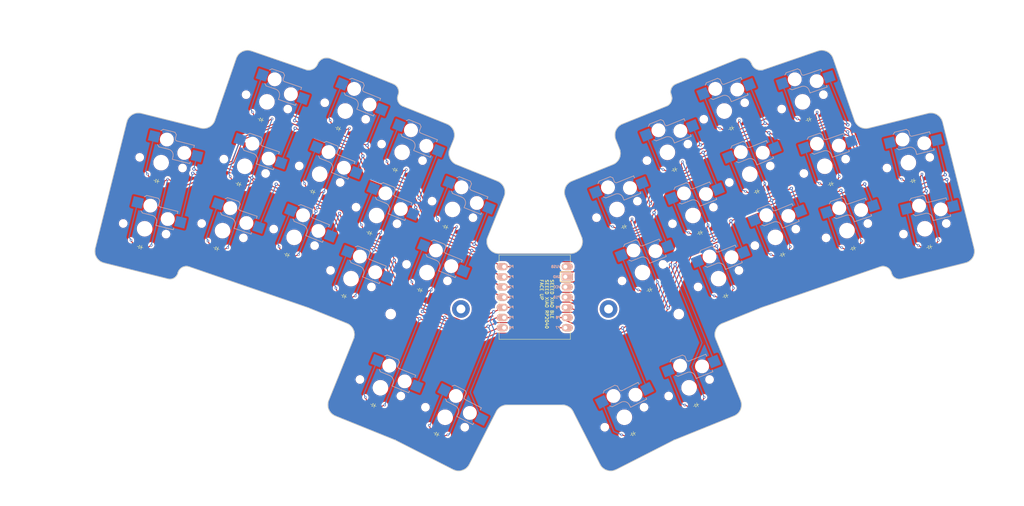
<source format=kicad_pcb>
(kicad_pcb (version 20221018) (generator pcbnew)
  (title_block (title "tern") (rev "v1.0.0") (company "Unknown"))
  (layers (0 "F.Cu" signal) (31 "B.Cu" signal) (34 "B.Paste" user) (35 "F.Paste" user) (36 "B.SilkS" user "B.Silkscreen") (37 "F.SilkS" user "F.Silkscreen") (38 "B.Mask" user) (39 "F.Mask" user) (44 "Edge.Cuts" user))
  (net 0 "")
  (net 1 "pinky_home")
  (net 2 "P2")
  (net 3 "pinky_top")
  (net 4 "P0")
  (net 5 "ring_bottom")
  (net 6 "P4")
  (net 7 "ring_home")
  (net 8 "P3")
  (net 9 "ring_top")
  (net 10 "P1")
  (net 11 "middle_bottom")
  (net 12 "P5")
  (net 13 "middle_home")
  (net 14 "middle_top")
  (net 15 "index_bottom")
  (net 16 "index_home")
  (net 17 "index_top")
  (net 18 "inner_home")
  (net 19 "inner_top")
  (net 20 "mirror_pinky_home")
  (net 21 "mirror_pinky_top")
  (net 22 "mirror_ring_bottom")
  (net 23 "mirror_ring_home")
  (net 24 "mirror_ring_top")
  (net 25 "mirror_middle_bottom")
  (net 26 "mirror_middle_home")
  (net 27 "mirror_middle_top")
  (net 28 "mirror_index_bottom")
  (net 29 "mirror_index_home")
  (net 30 "mirror_index_top")
  (net 31 "mirror_inner_home")
  (net 32 "mirror_inner_top")
  (net 33 "tucky_default")
  (net 34 "reachy_default")
  (net 35 "mirror_tucky_default")
  (net 36 "mirror_reachy_default")
  (net 37 "P6")
  (net 38 "P7")
  (net 39 "P8")
  (net 40 "P10")
  (net 41 "P9")
  (net 42 "VUSB")
  (net 43 "GND")
  (net 44 "VCC")
  (footprint "PG1350" (layer "F.Cu") (at 310.723674 152.972731 19)
    (fp_text reference "S16" hide)
    (fp_text value "" hide)
  )
  (footprint "PG1350" (layer "F.Cu") (at 286.505581 138.87349 22)
    (fp_text reference "S20" hide)
    (fp_text value "" hide)
  )
  (footprint "ChocBonusGoodies" (layer "F.Cu") (at 255.240979 199.524989 27)
    (fp_text reference "SB30" hide)
    (fp_text value "")
  )
  (footprint "ChocBonusGoodies" (layer "F.Cu") (at 271.370361 192.174407 22)
    (fp_text reference "SB29" hide)
    (fp_text value "")
  )
  (footprint "ComboDiode" (layer "F.Cu") (at 267.727864 137.777969 -158)
    (fp_text reference "D24" hide)
    (fp_text value "" hide)
  )
  (footprint "ComboDiode" (layer "F.Cu") (at 183.892081 127.46913 158)
    (fp_text reference "D8" hide)
    (fp_text value "" hide)
  )
  (footprint "ComboDiode" (layer "F.Cu") (at 281.897914 127.46913 -158)
    (fp_text reference "D21" hide)
    (fp_text value "" hide)
  )
  (footprint "ChocBonusGoodies" (layer "F.Cu") (at 194.419636 192.174407 -22)
    (fp_text reference "SB27" hide)
    (fp_text value "")
  )
  (footprint "PG1350" (layer "F.Cu") (at 160.60098 136.898916 -19)
    (fp_text reference "S4" hide)
    (fp_text value "" hide)
  )
  (footprint "PG1350" (layer "F.Cu") (at 259.757562 163.431709 22)
    (fp_text reference "S25" hide)
    (fp_text value "" hide)
  )
  (footprint "ChocBonusGoodies" (layer "F.Cu") (at 160.60098 136.898916 -19)
    (fp_text reference "SB4" hide)
    (fp_text value "")
  )
  (footprint "ComboDiode" (layer "F.Cu") (at 153.536155 157.416671 161)
    (fp_text reference "D3" hide)
    (fp_text value "" hide)
  )
  (footprint "ComboDiode" (layer "F.Cu") (at 198.062133 137.777973 158)
    (fp_text reference "D11" hide)
    (fp_text value "" hide)
  )
  (footprint "ComboDiode" (layer "F.Cu") (at 312.253847 157.41667 -161)
    (fp_text reference "D16" hide)
    (fp_text value "" hide)
  )
  (footprint "PG1350" (layer "F.Cu") (at 292.873887 154.635614 22)
    (fp_text reference "S19" hide)
    (fp_text value "" hide)
  )
  (footprint "ChocBonusGoodies" (layer "F.Cu") (at 272.335531 149.182334 22)
    (fp_text reference "SB23" hide)
    (fp_text value "")
  )
  (footprint "PG1350" (layer "F.Cu") (at 135.642687 152.498218 -14)
    (fp_text reference "S1" hide)
    (fp_text value "" hide)
  )
  (footprint "PG1350" (layer "F.Cu") (at 280.137265 123.111365 22)
    (fp_text reference "S21" hide)
    (fp_text value "" hide)
  )
  (footprint "ChocBonusGoodies" (layer "F.Cu") (at 310.723674 152.972731 19)
    (fp_text reference "SB16" hide)
    (fp_text value "")
  )
  (footprint "ChocBonusGoodies" (layer "F.Cu") (at 330.147314 152.49822 14)
    (fp_text reference "SB14" hide)
    (fp_text value "")
  )
  (footprint "PG1350" (layer "F.Cu") (at 199.822782 133.42021 -22)
    (fp_text reference "S11" hide)
    (fp_text value "" hide)
  )
  (footprint "ChocBonusGoodies" (layer "F.Cu") (at 305.189016 136.898919 19)
    (fp_text reference "SB17" hide)
    (fp_text value "")
  )
  (footprint "ComboDiode" (layer "F.Cu") (at 204.27179 167.789471 158)
    (fp_text reference "D12" hide)
    (fp_text value "" hide)
  )
  (footprint "PG1350" (layer "F.Cu") (at 330.147314 152.49822 14)
    (fp_text reference "S14" hide)
    (fp_text value "" hide)
  )
  (footprint "ChocBonusGoodies" (layer "F.Cu") (at 259.757562 163.431709 22)
    (fp_text reference "SB25" hide)
    (fp_text value "")
  )
  (footprint "ComboDiode" (layer "F.Cu") (at 192.658984 196.532171 158)
    (fp_text reference "D27" hide)
    (fp_text value "" hide)
  )
  (footprint "PG1350" (layer "F.Cu") (at 139.755359 136.003188 -14)
    (fp_text reference "S2" hide)
    (fp_text value "" hide)
  )
  (footprint "PG1350" (layer "F.Cu") (at 326.034639 136.003191 14)
    (fp_text reference "S15" hide)
    (fp_text value "" hide)
  )
  (footprint "ComboDiode" (layer "F.Cu") (at 185.325505 169.302226 158)
    (fp_text reference "D9" hide)
    (fp_text value "" hide)
  )
  (footprint "ChocBonusGoodies" (layer "F.Cu") (at 187.086161 164.944458 -22)
    (fp_text reference "SB9" hide)
    (fp_text value "")
  )
  (footprint "MountingHole_2.2mm_M2" (layer "F.Cu") (at 196.990225 173.799369 -22)
    (fp_text reference "PAD1" hide)
    (fp_text value "" hide)
  )
  (footprint "PG1350" (layer "F.Cu") (at 179.284419 138.87349 -22)
    (fp_text reference "S7" hide)
    (fp_text value "" hide)
  )
  (footprint "ComboDiode" (layer "F.Cu") (at 257.374738 203.712723 -153)
    (fp_text reference "D30" hide)
    (fp_text value "" hide)
  )
  (footprint "PG1350" (layer "F.Cu") (at 278.703843 164.94446 22)
    (fp_text reference "S22" hide)
    (fp_text value "" hide)
  )
  (footprint "ComboDiode" (layer "F.Cu") (at 134.505655 157.058611 166)
    (fp_text reference "D1" hide)
    (fp_text value "" hide)
  )
  (footprint "ComboDiode" (layer "F.Cu") (at 331.284348 157.058612 -166)
    (fp_text reference "D14" hide)
    (fp_text value "" hide)
  )
  (footprint "ComboDiode" (layer "F.Cu") (at 255.149902 152.027349 -158)
    (fp_text reference "D26" hide)
    (fp_text value "" hide)
  )
  (footprint "PG1350" (layer "F.Cu") (at 271.370361 192.174407 22)
    (fp_text reference "S29" hide)
    (fp_text value "" hide)
  )
  (footprint "ChocBonusGoodies" (layer "F.Cu") (at 212.400754 147.669585 -22)
    (fp_text reference "SB13" hide)
    (fp_text value "")
  )
  (footprint "PG1350" (layer "F.Cu") (at 166.13564 120.825101 -19)
    (fp_text reference "S5" hide)
    (fp_text value "" hide)
  )
  (footprint "ChocBonusGoodies" (layer "F.Cu") (at 139.755359 136.003188 -14)
    (fp_text reference "SB2" hide)
    (fp_text value "")
  )
  (footprint "ComboDiode" (layer "F.Cu") (at 294.634539 158.993377 -158)
    (fp_text reference "D19" hide)
    (fp_text value "" hide)
  )
  (footprint "ComboDiode" (layer "F.Cu") (at 164.605469 125.269035 161)
    (fp_text reference "D5" hide)
    (fp_text value "" hide)
  )
  (footprint "ChocBonusGoodies" (layer "F.Cu") (at 253.389245 147.669583 22)
    (fp_text reference "SB26" hide)
    (fp_text value "")
  )
  (footprint "ChocBonusGoodies" (layer "F.Cu") (at 155.066324 152.972732 -19)
    (fp_text reference "SB3" hide)
    (fp_text value "")
  )
  (footprint "PG1350" (layer "F.Cu") (at 194.419636 192.174407 -22)
    (fp_text reference "S27" hide)
    (fp_text value "" hide)
  )
  (footprint "ChocBonusGoodies" (layer "F.Cu") (at 185.652733 123.111365 -22)
    (fp_text reference "SB8" hide)
    (fp_text value "")
  )
  (footprint "ChocBonusGoodies" (layer "F.Cu") (at 179.284419 138.87349 -22)
    (fp_text reference "SB7" hide)
    (fp_text value "")
  )
  (footprint "ComboDiode" (layer "F.Cu") (at 327.171678 140.563584 -166)
    (fp_text reference "D15" hide)
    (fp_text value "" hide)
  )
  (footprint "PG1350" (layer "F.Cu") (at 272.335531 149.182334 22)
    (fp_text reference "S23" hide)
    (fp_text value "" hide)
  )
  (footprint "MountingHole_2.2mm_M2_Pad" (layer "F.Cu") (at 214.496579 172.513748 -22)
    (fp_text reference "PAD3" hide)
    (fp_text value "" hide)
  )
  (footprint "ChocBonusGoodies" (layer "F.Cu") (at 280.137265 123.111365 22)
    (fp_text reference "SB21" hide)
    (fp_text value "")
  )
  (footprint "ChocBonusGoodies" (layer "F.Cu") (at 286.505581 138.87349 22)
    (fp_text reference "SB20" hide)
    (fp_text value "")
  )
  (footprint "PG1350" (layer "F.Cu") (at 206.03244 163.431704 -22)
    (fp_text reference "S12" hide)
    (fp_text value "" hide)
  )
  (footprint "ComboDiode" (layer "F.Cu") (at 191.69382 153.540096 158)
    (fp_text reference "D10" hide)
    (fp_text value "" hide)
  )
  (footprint "ComboDiode" (layer "F.Cu") (at 274.096181 153.540099 -158)
    (fp_text reference "D23" hide)
    (fp_text value "" hide)
  )
  (footprint "ChocBonusGoodies" (layer "F.Cu") (at 210.549017 199.524992 -27)
    (fp_text reference "SB28" hide)
    (fp_text value "")
  )
  (footprint "ComboDiode" (layer "F.Cu") (at 177.523771 143.231253 158)
    (fp_text reference "D7" hide)
    (fp_text value "" hide)
  )
  (footprint "ComboDiode" (layer "F.Cu") (at 138.618326 140.563581 166)
    (fp_text reference "D2" hide)
    (fp_text value "" hide)
  )
  (footprint "PG1350" (layer "F.Cu") (at 305.189016 136.898919 19)
    (fp_text reference "S17" hide)
    (fp_text value "" hide)
  )
  (footprint "PG1350" (layer "F.Cu") (at 187.086161 164.944458 -22)
    (fp_text reference "S9" hide)
    (fp_text value "" hide)
  )
  (footprint "ChocBonusGoodies" (layer "F.Cu") (at 193.454474 149.182334 -22)
    (fp_text reference "SB10" hide)
    (fp_text value "")
  )
  (footprint "ComboDiode" (layer "F.Cu") (at 301.18453 125.269041 -161)
    (fp_text reference "D18" hide)
    (fp_text value "" hide)
  )
  (footprint "ComboDiode" (layer "F.Cu") (at 280.464492 169.302221 -158)
    (fp_text reference "D22" hide)
    (fp_text value "" hide)
  )
  (footprint "MountingHole_2.2mm_M2" (layer "F.Cu") (at 268.799776 173.799364 22)
    (fp_text reference "PAD2" hide)
    (fp_text value "" hide)
  )
  (footprint "ChocBonusGoodies" (layer "F.Cu") (at 292.873887 154.635614 22)
    (fp_text reference "SB19" hide)
    (fp_text value "")
  )
  (footprint "ComboDiode" (layer "F.Cu") (at 171.155454 158.993378 158)
    (fp_text reference "D6" hide)
    (fp_text value "" hide)
  )
  (footprint "ChocBonusGoodies" (layer "F.Cu") (at 326.034639 136.003191 14)
    (fp_text reference "SB15" hide)
    (fp_text value "")
  )
  (footprint "ChocBonusGoodies" (layer "F.Cu") (at 278.703843 164.94446 22)
    (fp_text reference "SB22" hide)
    (fp_text value "")
  )
  (footprint "PG1350" (layer "F.Cu") (at 265.967215 133.420208 22)
    (fp_text reference "S24" hide)
    (fp_text value "" hide)
  )
  (footprint "ComboDiode" (layer "F.Cu") (at 261.51821 167.789474 -158)
    (fp_text reference "D25" hide)
    (fp_text value "" hide)
  )
  (footprint "ChocBonusGoodies" (layer "F.Cu") (at 172.916108 154.635615 -22)
    (fp_text reference "SB6" hide)
    (fp_text value "")
  )
  (footprint "xiao-ble" (layer "F.Cu") (at 232.895001 169.569582)
    (fp_text reference "MCU1" hide)
    (fp_text value "")
  )
  (footprint "PG1350" (layer "F.Cu") (at 210.549017 199.524992 -27)
    (fp_text reference "S28" hide)
    (fp_text value "" hide)
  )
  (footprint "MountingHole_2.2mm_M2_Pad" (layer "F.Cu") (at 251.293421 172.513749 22)
    (fp_text reference "PAD4" hide)
    (fp_text value "" hide)
  )
  (footprint "PG1350" (layer "F.Cu") (at 253.389245 147.669583 22)
    (fp_text reference "S26" hide)
    (fp_text value "" hide)
  )
  (footprint "PG1350" (layer "F.Cu") (at 255.240979 199.524989 27)
    (fp_text reference "S30" hide)
    (fp_text value "" hide)
  )
  (footprint "ChocBonusGoodies" (layer "F.Cu") (at 199.822782 133.42021 -22)
    (fp_text reference "SB11" hide)
    (fp_text value "")
  )
  (footprint "PG1350" (layer "F.Cu") (at 193.454474 149.182334 -22)
    (fp_text reference "S10" hide)
    (fp_text value "" hide)
  )
  (footprint "ChocBonusGoodies" (layer "F.Cu") (at 135.642687 152.498218 -14)
    (fp_text reference "SB1" hide)
    (fp_text value "")
  )
  (footprint "PG1350" (layer "F.Cu") (at 185.652733 123.111365 -22)
    (fp_text reference "S8" hide)
    (fp_text value "" hide)
  )
  (footprint "ComboDiode" (layer "F.Cu") (at 159.070812 141.342854 161)
    (fp_text reference "D4" hide)
    (fp_text value "" hide)
  )
  (footprint "ChocBonusGoodies" (layer "F.Cu") (at 299.654359 120.8251 19)
    (fp_text reference "SB18" hide)
    (fp_text value "")
  )
  (footprint "ComboDiode" (layer "F.Cu") (at 273.131016 196.532172 -158)
    (fp_text reference "D29" hide)
    (fp_text value "" hide)
  )
  (footprint "PG1350" (layer "F.Cu") (at 155.066324 152.972732 -19)
    (fp_text reference "S3" hide)
    (fp_text value "" hide)
  )
  (footprint "ComboDiode" (layer "F.Cu") (at 208.415261 203.71272 153)
    (fp_text reference "D28" hide)
    (fp_text value "" hide)
  )
  (footprint "PG1350" (layer "F.Cu") (at 212.400754 147.669585 -22)
    (fp_text reference "S13" hide)
    (fp_text value "" hide)
  )
  (footprint "ComboDiode" (layer "F.Cu") (at 288.266227 143.231253 -158)
    (fp_text reference "D20" hide)
    (fp_text value "" hide)
  )
  (footprint "ChocBonusGoodies" (layer "F.Cu") (at 265.967215 133.420208 22)
    (fp_text reference "SB24" hide)
    (fp_text value "")
  )
  (footprint "ComboDiode" (layer "F.Cu") (at 306.719185 141.342853 -161)
    (fp_text reference "D17" hide)
    (fp_text value "" hide)
  )
  (footprint "ChocBonusGoodies" (layer "F.Cu") (at 166.13564 120.825101 -19)
    (fp_text reference "SB5" hide)
    (fp_text value "")
  )
  (footprint "ComboDiode" (layer "F.Cu") (at 210.640101 152.027347 158)
    (fp_text reference "D13" hide)
    (fp_text value "" hide)
  )
  (footprint "ChocBonusGoodies" (layer "F.Cu") (at 206.03244 163.431704 -22)
    (fp_text reference "SB12" hide)
    (fp_text value "")
  )
  (footprint "PG1350" (layer "F.Cu") (at 299.654359 120.8251 19)
    (fp_text reference "S18" hide)
    (fp_text value "" hide)
  )
  (footprint "PG1350" (layer "F.Cu") (at 172.916108 154.635615 -22)
    (fp_text reference "S6" hide)
    (fp_text value "" hide)
  )
  (gr_line (start 180.669561 109.861475) (end 180.788345 109.845859) (stroke (width 0.176388)) (layer "Edge.Cuts"))
  (gr_line (start 131.770053 124.683667) (end 131.865525 124.572644) (stroke (width 0.176388)) (layer "Edge.Cuts"))
  (gr_line (start 266.88126 119.013455) (end 266.848448 118.91037) (stroke (width 0.176388)) (layer "Edge.Cuts"))
  (gr_line (start 312.983694 126.179319) (end 313.066616 126.290914) (stroke (width 0.176388)) (layer "Edge.Cuts"))
  (gr_line (start 212.524751 127.673355) (end 212.592588 127.805059) (stroke (width 0.176388)) (layer "Edge.Cuts"))
  (gr_line (start 214.984482 212.727202) (end 214.844143 212.776673) (stroke (width 0.176388)) (layer "Edge.Cuts"))
  (gr_line (start 212.04111 135.368898) (end 212.126818 135.488131) (stroke (width 0.176388)) (layer "Edge.Cuts"))
  (gr_line (start 212.592588 127.805059) (end 212.654096 127.940548) (stroke (width 0.176388)) (layer "Edge.Cuts"))
  (gr_line (start 211.737942 132.554522) (end 211.685624 132.693821) (stroke (width 0.176388)) (layer "Edge.Cuts"))
  (gr_line (start 176.205512 112.856261) (end 176.320779 112.869303) (stroke (width 0.176388)) (layer "Edge.Cuts"))
  (gr_line (start 198.793571 119.219298) (end 198.760758 119.322413) (stroke (width 0.176388)) (layer "Edge.Cuts"))
  (gr_line (start 186.332281 176.233352) (end 186.195346 176.165551) (stroke (width 0.176388)) (layer "Edge.Cuts"))
  (gr_line (start 289.395487 112.883211) (end 289.50816 112.870452) (stroke (width 0.176388)) (layer "Edge.Cuts"))
  (gr_line (start 289.373208 172.195346) (end 279.698295 176.10411) (stroke (width 0.176388)) (layer "Edge.Cuts"))
  (gr_line (start 198.039102 116.550834) (end 198.125526 116.611331) (stroke (width 0.176388)) (layer "Edge.Cuts"))
  (gr_line (start 223.413832 158.626805) (end 223.595572 158.655084) (stroke (width 0.176388)) (layer "Edge.Cuts"))
  (gr_line (start 220.968763 155.810627) (end 220.982285 155.991644) (stroke (width 0.176388)) (layer "Edge.Cuts"))
  (gr_line (start 285.548522 109.982167) (end 285.661634 110.026886) (stroke (width 0.176388)) (layer "Edge.Cuts"))
  (gr_line (start 212.997098 136.263294) (end 213.126141 136.335048) (stroke (width 0.176388)) (layer "Edge.Cuts"))
  (gr_line (start 143.01502 164.773979) (end 142.929205 164.822795) (stroke (width 0.176388)) (layer "Edge.Cuts"))
  (gr_line (start 254.215805 133.996615) (end 254.227794 133.850687) (stroke (width 0.176388)) (layer "Edge.Cuts"))
  (gr_line (start 253.864928 135.117579) (end 253.932769 134.985881) (stroke (width 0.176388)) (layer "Edge.Cuts"))
  (gr_line (start 289.845662 112.798489) (end 289.957424 112.763014) (stroke (width 0.176388)) (layer "Edge.Cuts"))
  (gr_line (start 211.581566 134.286419) (end 211.614918 134.429768) (stroke (width 0.176388)) (layer "Edge.Cuts"))
  (gr_line (start 179.067717 110.838975) (end 179.140683 110.743952) (stroke (width 0.176388)) (layer "Edge.Cuts"))
  (gr_line (start 161.845688 107.996659) (end 161.993837 108.027497) (stroke (width 0.176388)) (layer "Edge.Cuts"))
  (gr_line (start 144.409858 162.622315) (end 144.339611 162.708381) (stroke (width 0.176388)) (layer "Edge.Cuts"))
  (gr_line (start 254.23037 133.558115) (end 254.220951 133.412005) (stroke (width 0.176388)) (layer "Edge.Cuts"))
  (gr_line (start 212.635109 136.012641) (end 212.751399 136.101903) (stroke (width 0.176388)) (layer "Edge.Cuts"))
  (gr_line (start 277.920906 178.121944) (end 277.88741 178.262329) (stroke (width 0.176388)) (layer "Edge.Cuts"))
  (gr_line (start 266.213568 121.62174) (end 266.296314 121.557426) (stroke (width 0.176388)) (layer "Edge.Cuts"))
  (gr_line (start 252.942274 129.813384) (end 252.911421 129.669477) (stroke (width 0.176388)) (layer "Edge.Cuts"))
  (gr_line (start 198.704443 120.253584) (end 198.723386 120.354205) (stroke (width 0.176388)) (layer "Edge.Cuts"))
  (gr_line (start 187.92896 178.984848) (end 187.93019 178.83842) (stroke (width 0.176388)) (layer "Edge.Cuts"))
  (gr_line (start 131.596016 124.918877) (end 131.680164 124.799155) (stroke (width 0.176388)) (layer "Edge.Cuts"))
  (gr_line (start 282.563914 199.213118) (end 267.70988 205.214558) (stroke (width 0.176388)) (layer "Edge.Cuts"))
  (gr_line (start 313.883111 127.01453) (end 314.001349 127.082241) (stroke (width 0.176388)) (layer "Edge.Cuts"))
  (gr_line (start 307.276255 109.972559) (end 312.596157 125.422417) (stroke (width 0.176388)) (layer "Edge.Cuts"))
  (gr_line (start 133.504089 123.641534) (end 133.648261 123.616383) (stroke (width 0.176388)) (layer "Edge.Cuts"))
  (gr_line (start 321.8004 163.507891) (end 321.800388 163.507885) (stroke (width 0.176388)) (layer "Edge.Cuts"))
  (gr_line (start 266.919857 119.116096) (end 266.919814 119.11603) (stroke (width 0.176388)) (layer "Edge.Cuts"))
  (gr_line (start 225.434703 142.898347) (end 225.453795 143.043684) (stroke (width 0.176388)) (layer "Edge.Cuts"))
  (gr_line (start 220.982285 155.991644) (end 221.006712 156.171513) (stroke (width 0.176388)) (layer "Edge.Cuts"))
  (gr_line (start 223.644307 197.584039) (end 223.519741 197.749524) (stroke (width 0.176388)) (layer "Edge.Cuts"))
  (gr_line (start 283.324264 198.766259) (end 283.207982 198.855499) (stroke (width 0.176388)) (layer "Edge.Cuts"))
  (gr_line (start 212.872127 136.185515) (end 212.997098 136.263294) (stroke (width 0.176388)) (layer "Edge.Cuts"))
  (gr_line (start 240.497131 196.558417) (end 240.396642 196.535326) (stroke (width 0.176388)) (layer "Edge.Cuts"))
  (gr_line (start 211.153057 126.390329) (end 211.285918 126.455874) (stroke (width 0.176388)) (layer "Edge.Cuts"))
  (gr_line (start 181.448146 197.325072) (end 181.407657 197.183124) (stroke (width 0.176388)) (layer "Edge.Cuts"))
  (gr_line (start 152.505559 126.500638) (end 152.597715 126.398052) (stroke (width 0.176388)) (layer "Edge.Cuts"))
  (gr_line (start 180.551492 109.882916) (end 180.669561 109.861475) (stroke (width 0.176388)) (layer "Edge.Cuts"))
  (gr_line (start 223.304085 198.108583) (end 216.590048 211.285491) (stroke (width 0.176388)) (layer "Edge.Cuts"))
  (gr_line (start 266.919662 119.115834) (end 266.88126 119.013455) (stroke (width 0.176388)) (layer "Edge.Cuts"))
  (gr_line (start 253.790946 135.245318) (end 253.864928 135.117579) (stroke (width 0.176388)) (layer "Edge.Cuts"))
  (gr_line (start 151.868856 127.01453) (end 151.983962 126.941516) (stroke (width 0.176388)) (layer "Edge.Cuts"))
  (gr_line (start 240.293245 143.628295) (end 240.283832 143.48218) (stroke (width 0.176388)) (layer "Edge.Cuts"))
  (gr_line (start 131.180989 125.857753) (end 131.22051 125.714326) (stroke (width 0.176388)) (layer "Edge.Cuts"))
  (gr_line (start 242.156393 158.65508) (end 242.33813 158.626807) (stroke (width 0.176388)) (layer "Edge.Cuts"))
  (gr_line (start 334.432188 125.435916) (end 334.48531 125.573643) (stroke (width 0.176388)) (layer "Edge.Cuts"))
  (gr_line (start 303.61036 108.066148) (end 303.758187 108.0275) (stroke (width 0.176388)) (layer "Edge.Cuts"))
  (gr_line (start 277.823044 178.984851) (end 277.831523 179.131754) (stroke (width 0.176388)) (layer "Edge.Cuts"))
  (gr_line (start 277.827756 178.692703) (end 277.821826 178.83842) (stroke (width 0.176388)) (layer "Edge.Cuts"))
  (gr_line (start 222.720289 158.407156) (end 222.887758 158.47757) (stroke (width 0.176388)) (layer "Edge.Cuts"))
  (gr_line (start 267.040647 119.530067) (end 267.018798 119.426061) (stroke (width 0.176388)) (layer "Edge.Cuts"))
  (gr_line (start 252.360866 212.877041) (end 252.216133 212.899178) (stroke (width 0.176388)) (layer "Edge.Cuts"))
  (gr_line (start 305.490458 108.13915) (end 305.624078 108.192863) (stroke (width 0.176388)) (layer "Edge.Cuts"))
  (gr_line (start 319.110487 161.954747) (end 319.002574 161.988802) (stroke (width 0.176388)) (layer "Edge.Cuts"))
  (gr_line (start 123.914078 160.026035) (end 123.823019 159.909865) (stroke (width 0.176388)) (layer "Edge.Cuts"))
  (gr_line (start 177.832068 112.499808) (end 177.925645 112.437214) (stroke (width 0.176388)) (layer "Edge.Cuts"))
  (gr_line (start 143.53906 164.324558) (end 143.473504 164.399643) (stroke (width 0.176388)) (layer "Edge.Cuts"))
  (gr_line (start 252.755079 136.263292) (end 252.880039 136.185514) (stroke (width 0.176388)) (layer "Edge.Cuts"))
  (gr_line (start 212.864308 129.524567) (end 212.840585 129.669478) (stroke (width 0.176388)) (layer "Edge.Cuts"))
  (gr_line (start 286.816299 111.039724) (end 286.874929 111.145146) (stroke (width 0.176388)) (layer "Edge.Cuts"))
  (gr_line (start 314.632657 127.337468) (end 314.765557 127.3711) (stroke (width 0.176388)) (layer "Edge.Cuts"))
  (gr_line (start 225.102909 141.922722) (end 225.170803 142.054423) (stroke (width 0.176388)) (layer "Edge.Cuts"))
  (gr_line (start 253.625311 135.488131) (end 253.711011 135.368894) (stroke (width 0.176388)) (layer "Edge.Cuts"))
  (gr_line (start 150.43923 127.444004) (end 150.577963 127.435234) (stroke (width 0.176388)) (layer "Edge.Cuts"))
  (gr_line (start 267.589487 205.266374) (end 267.559801 205.280127) (stroke (width 0.176388)) (layer "Edge.Cuts"))
  (gr_line (start 211.531242 133.412007) (end 211.521788 133.558115) (stroke (width 0.176388)) (layer "Edge.Cuts"))
  (gr_line (start 321.800455 163.508212) (end 321.80045 163.508095) (stroke (width 0.176388)) (layer "Edge.Cuts"))
  (gr_line (start 279.160621 176.387078) (end 279.038615 176.472504) (stroke (width 0.176388)) (layer "Edge.Cuts"))
  (gr_line (start 319.219505 161.926517) (end 319.110487 161.954747) (stroke (width 0.176388)) (layer "Edge.Cuts"))
  (gr_line (start 253.932769 134.985881) (end 253.994269 134.850387) (stroke (width 0.176388)) (layer "Edge.Cuts"))
  (gr_line (start 266.920309 119.116827) (end 266.920246 119.11676) (stroke (width 0.176388)) (layer "Edge.Cuts"))
  (gr_line (start 319.550947 161.876609) (end 319.439961 161.887471) (stroke (width 0.176388)) (layer "Edge.Cuts"))
  (gr_line (start 267.389461 116.815003) (end 267.464669 116.743593) (stroke (width 0.176388)) (layer "Edge.Cuts"))
  (gr_line (start 211.887142 135.117583) (end 211.96115 135.245317) (stroke (width 0.176388)) (layer "Edge.Cuts"))
  (gr_line (start 145.324971 161.99527) (end 145.220271 162.035516) (stroke (width 0.176388)) (layer "Edge.Cuts"))
  (gr_line (start 253.159362 127.80506) (end 253.227199 127.673353) (stroke (width 0.176388)) (layer "Edge.Cuts"))
  (gr_line (start 187.744411 177.847245) (end 187.691344 177.713432) (stroke (width 0.176388)) (layer "Edge.Cuts"))
  (gr_line (start 323.881803 165.066539) (end 323.779678 165.06832) (stroke (width 0.176388)) (layer "Edge.Cuts"))
  (gr_line (start 278.060754 177.713434) (end 278.007683 177.84725) (stroke (width 0.176388)) (layer "Edge.Cuts"))
  (gr_line (start 215.751833 212.297087) (end 215.633839 212.383774) (stroke (width 0.176388)) (layer "Edge.Cuts"))
  (gr_line (start 323.779678 165.06832) (end 323.678245 165.065035) (stroke (width 0.176388)) (layer "Edge.Cuts"))
  (gr_line (start 125.219295 160.942886) (end 125.081569 160.889781) (stroke (width 0.176388)) (layer "Edge.Cuts"))
  (gr_line (start 320.320848 161.96063) (end 320.213189 161.931613) (stroke (width 0.176388)) (layer "Edge.Cuts"))
  (gr_line (start 181.853238 109.967877) (end 181.967098 110.010652) (stroke (width 0.176388)) (layer "Edge.Cuts"))
  (gr_line (start 283.785211 110.010649) (end 283.899062 109.967876) (stroke (width 0.176388)) (layer "Edge.Cuts"))
  (gr_line (start 214.120717 212.916583) (end 213.974261 212.922947) (stroke (width 0.176388)) (layer "Edge.Cuts"))
  (gr_line (start 252.859457 129.086494) (end 252.864317 128.940238) (stroke (width 0.176388)) (layer "Edge.Cuts"))
  (gr_line (start 288.838659 112.866383) (end 288.948584 112.880242) (stroke (width 0.176388)) (layer "Edge.Cuts"))
  (gr_line (start 321.800363 163.507875) (end 321.800349 163.507869) (stroke (width 0.176388)) (layer "Edge.Cuts"))
  (gr_line (start 266.782765 118.598605) (end 266.771537 118.494423) (stroke (width 0.176388)) (layer "Edge.Cuts"))
  (gr_line (start 221.066777 154.906079) (end 221.024915 155.085214) (stroke (width 0.176388)) (layer "Edge.Cuts"))
  (gr_line (start 212.450774 127.545614) (end 212.524751 127.673355) (stroke (width 0.176388)) (layer "Edge.Cuts"))
  (gr_line (start 333.075964 123.93854) (end 333.205361 124.012018) (stroke (width 0.176388)) (layer "Edge.Cuts"))
  (gr_line (start 322.6536 164.721128) (end 322.572802 164.664337) (stroke (width 0.176388)) (layer "Edge.Cuts"))
  (gr_line (start 240.694716 196.614682) (end 240.596517 196.584883) (stroke (width 0.176388)) (layer "Edge.Cuts"))
  (gr_line (start 213.681695 212.91422) (end 213.536119 212.899173) (stroke (width 0.176388)) (layer "Edge.Cuts"))
  (gr_line (start 306.359212 108.643066) (end 306.468406 108.738338) (stroke (width 0.176388)) (layer "Edge.Cuts"))
  (gr_line (start 143.951863 163.507861) (end 143.951863 163.508213) (stroke (width 0.176388)) (layer "Edge.Cuts"))
  (gr_line (start 223.730952 140.63969) (end 223.863827 140.705239) (stroke (width 0.176388)) (layer "Edge.Cuts"))
  (gr_line (start 266.375322 121.489478) (end 266.450518 121.418064) (stroke (width 0.176388)) (layer "Edge.Cuts"))
  (gr_line (start 288.108761 112.631333) (end 288.207586 112.679151) (stroke (width 0.176388)) (layer "Edge.Cuts"))
  (gr_line (start 186.941899 176.659256) (end 186.830326 176.563308) (stroke (width 0.176388)) (layer "Edge.Cuts"))
  (gr_line (start 321.595454 162.986841) (end 321.539175 162.890821) (stroke (width 0.176388)) (layer "Edge.Cuts"))
  (gr_line (start 240.40237 144.205377) (end 240.364367 144.062747) (stroke (width 0.176388)) (layer "Edge.Cuts"))
  (gr_line (start 198.102769 205.239819) (end 198.072671 205.227022) (stroke (width 0.176388)) (layer "Edge.Cuts"))
  (gr_line (start 181.503696 109.874632) (end 181.621319 109.899872) (stroke (width 0.176388)) (layer "Edge.Cuts"))
  (gr_line (start 284.440006 196.457795) (end 284.435165 196.604047) (stroke (width 0.176388)) (layer "Edge.Cuts"))
  (gr_line (start 334.372537 125.301365) (end 334.432188 125.435916) (stroke (width 0.176388)) (layer "Edge.Cuts"))
  (gr_line (start 249.673676 212.004098) (end 249.574598 211.896042) (stroke (width 0.176388)) (layer "Edge.Cuts"))
  (gr_line (start 277.831523 179.131754) (end 277.847359 179.278884) (stroke (width 0.176388)) (layer "Edge.Cuts"))
  (gr_line (start 143.257284 164.603698) (end 143.17921 164.664335) (stroke (width 0.176388)) (layer "Edge.Cuts"))
  (gr_line (start 313.342881 126.598569) (end 313.443479 126.691721) (stroke (width 0.176388)) (layer "Edge.Cuts"))
  (gr_line (start 332.247876 123.641536) (end 332.390723 123.673709) (stroke (width 0.176388)) (layer "Edge.Cuts"))
  (gr_line (start 176.342532 172.180793) (end 176.305824 172.166764) (stroke (width 0.176388)) (layer "Edge.Cuts"))
  (gr_line (start 249.232739 211.416393) (end 249.16191 211.285494) (stroke (width 0.176388)) (layer "Edge.Cuts"))
  (gr_line (start 241.888133 140.70524) (end 242.021 140.639695) (stroke (width 0.176388)) (layer "Edge.Cuts"))
  (gr_line (start 224.960386 196.647756) (end 224.770616 196.723559) (stroke (width 0.176388)) (layer "Edge.Cuts"))
  (gr_line (start 320.427121 161.99527) (end 320.320848 161.96063) (stroke (width 0.176388)) (layer "Edge.Cuts"))
  (gr_line (start 241.674656 197.14838) (end 241.594594 197.085129) (stroke (width 0.176388)) (layer "Edge.Cuts"))
  (gr_line (start 142.273828 165.043628) (end 142.174264 165.056768) (stroke (width 0.176388)) (layer "Edge.Cuts"))
  (gr_line (start 324.294202 165.00681) (end 324.190837 165.029815) (stroke (width 0.176388)) (layer "Edge.Cuts"))
  (gr_line (start 213.247695 212.847822) (end 213.105384 212.811565) (stroke (width 0.176388)) (layer "Edge.Cuts"))
  (gr_line (start 178.556544 111.784866) (end 178.618051 111.685583) (stroke (width 0.176388)) (layer "Edge.Cuts"))
  (gr_line (start 342.46477 158.705626) (end 342.432593 158.848482) (stroke (width 0.176388)) (layer "Edge.Cuts"))
  (gr_line (start 278.120147 177.582296) (end 278.060754 177.713434) (stroke (width 0.176388)) (layer "Edge.Cuts"))
  (gr_line (start 141.66439 165.047378) (end 141.561097 165.029817) (stroke (width 0.176388)) (layer "Edge.Cuts"))
  (gr_line (start 244.663856 156.525744) (end 244.709955 156.34971) (stroke (width 0.176388)) (layer "Edge.Cuts"))
  (gr_line (start 131.517757 125.042629) (end 131.596016 124.918877) (stroke (width 0.176388)) (layer "Edge.Cuts"))
  (gr_line (start 223.779737 158.672229) (end 223.965894 158.677999) (stroke (width 0.176388)) (layer "Edge.Cuts"))
  (gr_line (start 283.741263 198.356453) (end 283.644612 198.466458) (stroke (width 0.176388)) (layer "Edge.Cuts"))
  (gr_line (start 322.278569 164.399644) (end 322.213027 164.324561) (stroke (width 0.176388)) (layer "Edge.Cuts"))
  (gr_line (start 321.80045 163.508095) (end 321.800455 163.508052) (stroke (width 0.176388)) (layer "Edge.Cuts"))
  (gr_line (start 252.887718 129.524568) (end 252.871157 129.378927) (stroke (width 0.176388)) (layer "Edge.Cuts"))
  (gr_line (start 341.741503 160.137269) (end 341.640033 160.243398) (stroke (width 0.176388)) (layer "Edge.Cuts"))
  (gr_line (start 267.626442 116.61133) (end 267.712866 116.550829) (stroke (width 0.176388)) (layer "Edge.Cuts"))
  (gr_line (start 277.860649 178.404411) (end 277.840733 178.547959) (stroke (width 0.176388)) (layer "Edge.Cuts"))
  (gr_line (start 179.299843 110.565404) (end 179.385736 110.482175) (stroke (width 0.176388)) (layer "Edge.Cuts"))
  (gr_line (start 322.736978 164.773981) (end 322.6536 164.721128) (stroke (width 0.176388)) (layer "Edge.Cuts"))
  (gr_line (start 289.483133 172.153271) (end 289.446223 172.166764) (stroke (width 0.176388)) (layer "Edge.Cuts"))
  (gr_line (start 225.334672 142.46858) (end 225.375143 142.61053) (stroke (width 0.176388)) (layer "Edge.Cuts"))
  (gr_line (start 216.359628 211.665353) (end 216.271262 211.783064) (stroke (width 0.176388)) (layer "Edge.Cuts"))
  (gr_line (start 142.469283 165.003057) (end 142.372218 165.025691) (stroke (width 0.176388)) (layer "Edge.Cuts"))
  (gr_line (start 198.8557 117.584856) (end 198.888741 117.681339) (stroke (width 0.176388)) (layer "Edge.Cuts"))
  (gr_line (start 223.965894 158.677999) (end 241.786063 158.677996) (stroke (width 0.176388)) (layer "Edge.Cuts"))
  (gr_line (start 162.141642 108.066142) (end 162.288858 108.112712) (stroke (width 0.176388)) (layer "Edge.Cuts"))
  (gr_line (start 183.188068 199.213125) (end 183.051533 199.15403) (stroke (width 0.176388)) (layer "Edge.Cuts"))
  (gr_line (start 315.592901 127.441976) (end 315.733937 127.430971) (stroke (width 0.176388)) (layer "Edge.Cuts"))
  (gr_line (start 198.870698 119.013459) (end 198.832297 119.115832) (stroke (width 0.176388)) (layer "Edge.Cuts"))
  (gr_line (start 314.765557 127.3711) (end 314.900216 127.398674) (stroke (width 0.176388)) (layer "Edge.Cuts"))
  (gr_line (start 284.256264 197.465363) (end 284.201485 197.60373) (stroke (width 0.176388)) (layer "Edge.Cuts"))
  (gr_line (start 314.24644 127.201318) (end 314.372902 127.25247) (stroke (width 0.176388)) (layer "Edge.Cuts"))
  (gr_line (start 212.126818 135.488131) (end 212.218097 135.60284) (stroke (width 0.176388)) (layer "Edge.Cuts"))
  (gr_line (start 319.884207 161.878479) (end 319.773296 161.87213) (stroke (width 0.176388)) (layer "Edge.Cuts"))
  (gr_line (start 266.79215 117.979394) (end 266.811095 117.878787) (stroke (width 0.176388)) (layer "Edge.Cuts"))
  (gr_line (start 253.381113 127.422038) (end 253.466808 127.3028) (stroke (width 0.176388)) (layer "Edge.Cuts"))
  (gr_line (start 124.94702 160.83016) (end 124.81585 160.764167) (stroke (width 0.176388)) (layer "Edge.Cuts"))
  (gr_line (start 332.80873 123.811974) (end 332.943664 123.871841) (stroke (width 0.176388)) (layer "Edge.Cuts"))
  (gr_line (start 142.073694 165.065033) (end 141.972263 165.068321) (stroke (width 0.176388)) (layer "Edge.Cuts"))
  (gr_line (start 198.888166 120.835791) (end 198.934619 120.926586) (stroke (width 0.176388)) (layer "Edge.Cuts"))
  (gr_line (start 323.187094 164.975833) (end 323.093163 164.944095) (stroke (width 0.176388)) (layer "Edge.Cuts"))
  (gr_line (start 287.826631 112.460971) (end 287.918113 112.522166) (stroke (width 0.176388)) (layer "Edge.Cuts"))
  (gr_line (start 244.785746 155.628963) (end 244.777275 155.447168) (stroke (width 0.176388)) (layer "Edge.Cuts"))
  (gr_line (start 187.891395 178.404412) (end 187.864644 178.262327) (stroke (width 0.176388)) (layer "Edge.Cuts"))
  (gr_line (start 320.927913 162.250688) (end 320.833442 162.189341) (stroke (width 0.176388)) (layer "Edge.Cuts"))
  (gr_line (start 253.197002 212.596421) (end 253.06281 212.660676) (stroke (width 0.176388)) (layer "Edge.Cuts"))
  (gr_line (start 251.924453 212.922156) (end 251.778036 212.92295) (stroke (width 0.176388)) (layer "Edge.Cuts"))
  (gr_line (start 267.047714 120.253578) (end 267.061815 120.151923) (stroke (width 0.176388)) (layer "Edge.Cuts"))
  (gr_line (start 181.394889 195.730906) (end 181.432895 195.588266) (stroke (width 0.176388)) (layer "Edge.Cuts"))
  (gr_line (start 142.841125 164.867484) (end 142.750939 164.90795) (stroke (width 0.176388)) (layer "Edge.Cuts"))
  (gr_line (start 240.581472 142.054425) (end 240.649303 141.922719) (stroke (width 0.176388)) (layer "Edge.Cuts"))
  (gr_line (start 321.800233 163.507859) (end 321.800123 163.507861) (stroke (width 0.176388)) (layer "Edge.Cuts"))
  (gr_line (start 141.972263 165.068321) (end 141.870127 165.066536) (stroke (width 0.176388)) (layer "Edge.Cuts"))
  (gr_line (start 242.232326 197.749518) (end 242.171394 197.665571) (stroke (width 0.176388)) (layer "Edge.Cuts"))
  (gr_line (start 241.634172 140.854774) (end 241.759123 140.776997) (stroke (width 0.176388)) (layer "Edge.Cuts"))
  (gr_line (start 198.678794 117.217921) (end 198.729587 117.306456) (stroke (width 0.176388)) (layer "Edge.Cuts"))
  (gr_line (start 288.012207 112.578974) (end 288.108761 112.631333) (stroke (width 0.176388)) (layer "Edge.Cuts"))
  (gr_line (start 211.539877 126.605408) (end 211.660588 126.689024) (stroke (width 0.176388)) (layer "Edge.Cuts"))
  (gr_line (start 252.216133 212.899178) (end 252.070573 212.91422) (stroke (width 0.176388)) (layer "Edge.Cuts"))
  (gr_line (start 278.040585 180.009343) (end 284.221586 195.307865) (stroke (width 0.1764)) (layer "Edge.Cuts"))
  (gr_line (start 333.330963 124.091817) (end 333.451947 124.177362) (stroke (width 0.176388)) (layer "Edge.Cuts"))
  (gr_line (start 199.624927 121.682243) (end 199.714912 121.73876) (stroke (width 0.176388)) (layer "Edge.Cuts"))
  (gr_line (start 279.419744 176.233358) (end 279.287699 176.307276) (stroke (width 0.176388)) (layer "Edge.Cuts"))
  (gr_line (start 288.411372 112.760864) (end 288.515989 112.794599) (stroke (width 0.176388)) (layer "Edge.Cuts"))
  (gr_line (start 241.285516 141.122377) (end 241.397174 141.027646) (stroke (width 0.176388)) (layer "Edge.Cuts"))
  (gr_line (start 252.070573 212.91422) (end 251.924453 212.922156) (stroke (width 0.176388)) (layer "Edge.Cuts"))
  (gr_line (start 342.509001 157.830016) (end 342.519543 157.976843) (stroke (width 0.176388)) (layer "Edge.Cuts"))
  (gr_line (start 242.864198 158.477565) (end 243.031666 158.40716) (stroke (width 0.176388)) (layer "Edge.Cuts"))
  (gr_line (start 186.05367 176.104114) (end 176.379115 172.195347) (stroke (width 0.176388)) (layer "Edge.Cuts"))
  (gr_line (start 284.437713 196.311481) (end 284.440006 196.457795) (stroke (width 0.176388)) (layer "Edge.Cuts"))
  (gr_line (start 253.228693 135.917919) (end 253.335542 135.817919) (stroke (width 0.176388)) (layer "Edge.Cuts"))
  (gr_line (start 215.121599 212.671096) (end 214.984482 212.727202) (stroke (width 0.176388)) (layer "Edge.Cuts"))
  (gr_line (start 253.117029 136.012642) (end 253.228693 135.917919) (stroke (width 0.176388)) (layer "Edge.Cuts"))
  (gr_line (start 220.974683 155.447165) (end 220.966216 155.628965) (stroke (width 0.176388)) (layer "Edge.Cuts"))
  (gr_line (start 253.301184 127.545616) (end 253.381113 127.422038) (stroke (width 0.176388)) (layer "Edge.Cuts"))
  (gr_line (start 187.811892 179.719182) (end 187.850442 179.57284) (stroke (width 0.176388)) (layer "Edge.Cuts"))
  (gr_line (start 333.886444 124.572645) (end 333.981932 124.683667) (stroke (width 0.176388)) (layer "Edge.Cuts"))
  (gr_line (start 181.146764 109.833992) (end 181.26619 109.841698) (stroke (width 0.176388)) (layer "Edge.Cuts"))
  (gr_line (start 181.679812 197.871047) (end 181.611976 197.739288) (stroke (width 0.176388)) (layer "Edge.Cuts"))
  (gr_line (start 331.372314 123.597321) (end 331.519125 123.586773) (stroke (width 0.176388)) (layer "Edge.Cuts"))
  (gr_line (start 240.596517 196.584883) (end 240.497131 196.558417) (stroke (width 0.176388)) (layer "Edge.Cuts"))
  (gr_line (start 242.692479 158.537809) (end 242.864198 158.477565) (stroke (width 0.176388)) (layer "Edge.Cuts"))
  (gr_line (start 319.66213 161.871507) (end 319.550947 161.876609) (stroke (width 0.176388)) (layer "Edge.Cuts"))
  (gr_line (start 198.192262 205.280121) (end 198.162558 205.266373) (stroke (width 0.176388)) (layer "Edge.Cuts"))
  (gr_line (start 216.271262 211.783064) (end 216.177451 211.896038) (stroke (width 0.176388)) (layer "Edge.Cuts"))
  (gr_line (start 250.90817 212.77668) (end 250.767821 212.727204) (stroke (width 0.176388)) (layer "Edge.Cuts"))
  (gr_line (start 321.539175 162.890821) (end 321.478099 162.797944) (stroke (width 0.176388)) (layer "Edge.Cuts"))
  (gr_line (start 341.063693 160.691971) (end 340.936125 160.764165) (stroke (width 0.176388)) (layer "Edge.Cuts"))
  (gr_line (start 241.786063 158.677996) (end 241.972219 158.672228) (stroke (width 0.176388)) (layer "Edge.Cuts"))
  (gr_line (start 240.377147 142.610529) (end 240.417636 142.468578) (stroke (width 0.176388)) (layer "Edge.Cuts"))
  (gr_line (start 279.287699 176.307276) (end 279.160621 176.387078) (stroke (width 0.176388)) (layer "Edge.Cuts"))
  (gr_line (start 254.196693 134.141951) (end 254.215805 133.996615) (stroke (width 0.176388)) (layer "Edge.Cuts"))
  (gr_line (start 267.993361 116.39393) (end 268.093698 116.350409) (stroke (width 0.176388)) (layer "Edge.Cuts"))
  (gr_line (start 286.085309 110.258541) (end 286.182755 110.328591) (stroke (width 0.176388)) (layer "Edge.Cuts"))
  (gr_line (start 225.170803 142.054423) (end 225.232369 142.189914) (stroke (width 0.176388)) (layer "Edge.Cuts"))
  (gr_line (start 176.320779 112.869303) (end 176.435831 112.876733) (stroke (width 0.176388)) (layer "Edge.Cuts"))
  (gr_line (start 211.285918 126.455874) (end 211.414927 126.527631) (stroke (width 0.176388)) (layer "Edge.Cuts"))
  (gr_line (start 198.072671 205.227022) (end 198.042442 205.214559) (stroke (width 0.176388)) (layer "Edge.Cuts"))
  (gr_line (start 288.729804 112.847437) (end 288.838659 112.866383) (stroke (width 0.176388)) (layer "Edge.Cuts"))
  (gr_line (start 341.928937 159.909861) (end 341.837878 160.026038) (stroke (width 0.176388)) (layer "Edge.Cuts"))
  (gr_line (start 177.535962 112.660412) (end 177.63705 112.611493) (stroke (width 0.176388)) (layer "Edge.Cuts"))
  (gr_line (start 241.178672 141.22238) (end 241.285516 141.122377) (stroke (width 0.176388)) (layer "Edge.Cuts"))
  (gr_line (start 244.632098 154.728846) (end 244.567714 154.554033) (stroke (width 0.176388)) (layer "Edge.Cuts"))
  (gr_line (start 145.016542 162.132738) (end 144.918528 162.189343) (stroke (width 0.176388)) (layer "Edge.Cuts"))
  (gr_line (start 124.111934 160.243397) (end 124.010462 160.137269) (stroke (width 0.176388)) (layer "Edge.Cuts"))
  (gr_line (start 181.530367 195.30787) (end 187.711368 180.00934) (stroke (width 0.176388)) (layer "Edge.Cuts"))
  (gr_line (start 131.379575 125.301365) (end 131.445555 125.170198) (stroke (width 0.176388)) (layer "Edge.Cuts"))
  (gr_line (start 123.262296 158.561457) (end 123.244196 158.416228) (stroke (width 0.176388)) (layer "Edge.Cuts"))
  (gr_line (start 199.808412 121.791115) (end 199.905346 121.839141) (stroke (width 0.176388)) (layer "Edge.Cuts"))
  (gr_line (start 225.408487 142.753873) (end 225.434703 142.898347) (stroke (width 0.176388)) (layer "Edge.Cuts"))
  (gr_line (start 212.523444 135.917918) (end 212.635109 136.012641) (stroke (width 0.176388)) (layer "Edge.Cuts"))
  (gr_line (start 266.450518 121.418064) (end 266.521828 121.343364) (stroke (width 0.176388)) (layer "Edge.Cuts"))
  (gr_line (start 266.920195 119.116694) (end 266.92015 119.116629) (stroke (width 0.176388)) (layer "Edge.Cuts"))
  (gr_line (start 211.614918 134.429768) (end 211.655387 134.571718) (stroke (width 0.176388)) (layer "Edge.Cuts"))
  (gr_line (start 181.432895 195.588266) (end 181.478049 195.447165) (stroke (width 0.176388)) (layer "Edge.Cuts"))
  (gr_line (start 254.091364 126.689026) (end 254.212075 126.605408) (stroke (width 0.176388)) (layer "Edge.Cuts"))
  (gr_line (start 254.014354 132.554521) (end 253.077755 130.236422) (stroke (width 0.176388)) (layer "Edge.Cuts"))
  (gr_line (start 187.566365 177.454098) (end 187.494658 177.329062) (stroke (width 0.176388)) (layer "Edge.Cuts"))
  (gr_line (start 152.846286 126.063394) (end 152.919196 125.943237) (stroke (width 0.176388)) (layer "Edge.Cuts"))
  (gr_line (start 179.767862 110.193189) (end 179.872271 110.132697) (stroke (width 0.176388)) (layer "Edge.Cuts"))
  (gr_line (start 212.892627 129.086496) (end 212.890324 129.232812) (stroke (width 0.176388)) (layer "Edge.Cuts"))
  (gr_line (start 321.800426 163.507918) (end 321.80042 163.507915) (stroke (width 0.176388)) (layer "Edge.Cuts"))
  (gr_line (start 267.00505 120.453626) (end 267.028764 120.354205) (stroke (width 0.176388)) (layer "Edge.Cuts"))
  (gr_line (start 152.095735 126.863309) (end 152.203978 126.780007) (stroke (width 0.176388)) (layer "Edge.Cuts"))
  (gr_line (start 315.312737 127.444002) (end 315.452433 127.446288) (stroke (width 0.176388)) (layer "Edge.Cuts"))
  (gr_line (start 240.417636 142.468578) (end 240.465242 142.328285) (stroke (width 0.176388)) (layer "Edge.Cuts"))
  (gr_line (start 278.704029 176.760093) (end 278.603332 176.865577) (stroke (width 0.176388)) (layer "Edge.Cuts"))
  (gr_line (start 178.727541 111.476085) (end 178.775172 111.36603) (stroke (width 0.176388)) (layer "Edge.Cuts"))
  (gr_line (start 321.734156 163.291985) (end 321.693084 163.187602) (stroke (width 0.176388)) (layer "Edge.Cuts"))
  (gr_line (start 240.51997 142.189913) (end 240.581472 142.054425) (stroke (width 0.176388)) (layer "Edge.Cuts"))
  (gr_line (start 279.698295 176.10411) (end 279.556642 176.165552) (stroke (width 0.176388)) (layer "Edge.Cuts"))
  (gr_line (start 266.906034 120.742925) (end 266.94361 120.648159) (stroke (width 0.176388)) (layer "Edge.Cuts"))
  (gr_line (start 286.611454 110.743957) (end 286.68441 110.838973) (stroke (width 0.176388)) (layer "Edge.Cuts"))
  (gr_line (start 211.519475 133.704432) (end 211.5243 133.850685) (stroke (width 0.176388)) (layer "Edge.Cuts"))
  (gr_line (start 289.446223 172.166764) (end 289.40959 172.180791) (stroke (width 0.176388)) (layer "Edge.Cuts"))
  (gr_line (start 223.863827 140.705239) (end 223.992834 140.776996) (stroke (width 0.176388)) (layer "Edge.Cuts"))
  (gr_line (start 314.900216 127.398674) (end 315.036427 127.420087) (stroke (width 0.176388)) (layer "Edge.Cuts"))
  (gr_line (start 252.864317 128.940238) (end 252.87631 128.794309) (stroke (width 0.176388)) (layer "Edge.Cuts"))
  (gr_line (start 124.68828 160.69197) (end 124.564528 160.613722) (stroke (width 0.176388)) (layer "Edge.Cuts"))
  (gr_line (start 323.577675 165.05677) (end 323.47811 165.043622) (stroke (width 0.176388)) (layer "Edge.Cuts"))
  (gr_line (start 253.077755 130.236422) (end 253.025438 130.097118) (stroke (width 0.176388)) (layer "Edge.Cuts"))
  (gr_line (start 305.075389 108.016908) (end 305.215877 108.051056) (stroke (width 0.176388)) (layer "Edge.Cuts"))
  (gr_line (start 279.556642 176.165552) (end 279.419744 176.233358) (stroke (width 0.176388)) (layer "Edge.Cuts"))
  (gr_line (start 187.333318 177.089498) (end 187.243902 176.975461) (stroke (width 0.176388)) (layer "Edge.Cuts"))
  (gr_line (start 143.810907 163.900395) (end 143.764519 163.991414) (stroke (width 0.176388)) (layer "Edge.Cuts"))
  (gr_line (start 324.190837 165.029815) (end 324.087538 165.047382) (stroke (width 0.176388)) (layer "Edge.Cuts"))
  (gr_line (start 253.558079 127.188093) (end 253.65473 127.078099) (stroke (width 0.176388)) (layer "Edge.Cuts"))
  (gr_line (start 312.832766 125.943233) (end 312.905679 126.063396) (stroke (width 0.176388)) (layer "Edge.Cuts"))
  (gr_line (start 278.603332 176.865577) (end 278.508219 176.97546) (stroke (width 0.176388)) (layer "Edge.Cuts"))
  (gr_line (start 306.858326 109.172933) (end 306.942888 109.294383) (stroke (width 0.176388)) (layer "Edge.Cuts"))
  (gr_line (start 267.018798 119.426061) (end 266.991519 119.322413) (stroke (width 0.176388)) (layer "Edge.Cuts"))
  (gr_line (start 304.497706 107.94901) (end 304.644008 107.955445) (stroke (width 0.176388)) (layer "Edge.Cuts"))
  (gr_line (start 221.962472 157.910947) (end 222.101923 158.028606) (stroke (width 0.176388)) (layer "Edge.Cuts"))
  (gr_line (start 211.702983 134.71202) (end 211.757703 134.850389) (stroke (width 0.176388)) (layer "Edge.Cuts"))
  (gr_line (start 124.81585 160.764167) (end 124.68828 160.69197) (stroke (width 0.176388)) (layer "Edge.Cuts"))
  (gr_line (start 240.465242 142.328285) (end 240.51997 142.189913) (stroke (width 0.176388)) (layer "Edge.Cuts"))
  (gr_line (start 198.831967 119.116887) (end 198.793571 119.219298) (stroke (width 0.176388)) (layer "Edge.Cuts"))
  (gr_line (start 212.689228 212.660682) (end 212.554986 212.596423) (stroke (width 0.176388)) (layer "Edge.Cuts"))
  (gr_line (start 321.800403 163.507894) (end 321.8004 163.507891) (stroke (width 0.176388)) (layer "Edge.Cuts"))
  (gr_line (start 305.882759 108.319033) (end 306.007342 108.39125) (stroke (width 0.176388)) (layer "Edge.Cuts"))
  (gr_line (start 332.531994 123.712863) (end 332.671413 123.75897) (stroke (width 0.176388)) (layer "Edge.Cuts"))
  (gr_line (start 144.105172 163.08583) (end 144.058893 163.187598) (stroke (width 0.176388)) (layer "Edge.Cuts"))
  (gr_line (start 145.117386 162.081346) (end 145.016542 162.132738) (stroke (width 0.176388)) (layer "Edge.Cuts"))
  (gr_line (start 253.097865 127.940545) (end 253.159362 127.80506) (stroke (width 0.176388)) (layer "Edge.Cuts"))
  (gr_line (start 249.480758 211.783065) (end 249.392364 211.665353) (stroke (width 0.176388)) (layer "Edge.Cuts"))
  (gr_line (start 284.357093 195.730909) (end 284.387964 195.874813) (stroke (width 0.176388)) (layer "Edge.Cuts"))
  (gr_line (start 252.980278 129.956021) (end 252.942274 129.813384) (stroke (width 0.176388)) (layer "Edge.Cuts"))
  (gr_line (start 266.521828 121.343364) (end 266.589182 121.265543) (stroke (width 0.176388)) (layer "Edge.Cuts"))
  (gr_line (start 342.489925 158.561456) (end 342.46477 158.705626) (stroke (width 0.176388)) (layer "Edge.Cuts"))
  (gr_line (start 150.159063 127.44198) (end 150.299531 127.446285) (stroke (width 0.176388)) (layer "Edge.Cuts"))
  (gr_line (start 176.890411 112.851998) (end 177.001769 112.832607) (stroke (width 0.176388)) (layer "Edge.Cuts"))
  (gr_line (start 123.517616 159.4015) (end 123.457785 159.266527) (stroke (width 0.176388)) (layer "Edge.Cuts"))
  (gr_line (start 133.361236 123.673707) (end 133.504089 123.641534) (stroke (width 0.176388)) (layer "Edge.Cuts"))
  (gr_line (start 333.785551 124.466282) (end 333.886444 124.572645) (stroke (width 0.176388)) (layer "Edge.Cuts"))
  (gr_line (start 141.561097 165.029817) (end 141.457727 165.006808) (stroke (width 0.176388)) (layer "Edge.Cuts"))
  (gr_line (start 249.392364 211.665353) (end 249.309625 211.54307) (stroke (width 0.176388)) (layer "Edge.Cuts"))
  (gr_line (start 284.42828 196.16536) (end 284.437713 196.311481) (stroke (width 0.176388)) (layer "Edge.Cuts"))
  (gr_line (start 223.779201 197.428436) (end 223.644307 197.584039) (stroke (width 0.176388)) (layer "Edge.Cuts"))
  (gr_line (start 321.800452 163.508011) (end 321.800449 163.507991) (stroke (width 0.176388)) (layer "Edge.Cuts"))
  (gr_line (start 144.918528 162.189343) (end 144.824061 162.25069) (stroke (width 0.176388)) (layer "Edge.Cuts"))
  (gr_line (start 287.209878 111.823188) (end 287.274176 111.916585) (stroke (width 0.176388)) (layer "Edge.Cuts"))
  (gr_line (start 289.50816 112.870452) (end 289.620862 112.85213) (stroke (width 0.176388)) (layer "Edge.Cuts"))
  (gr_line (start 158.657108 109.551812) (end 158.730153 109.420708) (stroke (width 0.176388)) (layer "Edge.Cuts"))
  (gr_line (start 321.018686 162.316597) (end 320.927913 162.250688) (stroke (width 0.176388)) (layer "Edge.Cuts"))
  (gr_line (start 143.473504 164.399643) (end 143.404584 164.471259) (stroke (width 0.176388)) (layer "Edge.Cuts"))
  (gr_line (start 181.340339 196.01972) (end 181.364037 195.874812) (stroke (width 0.176388)) (layer "Edge.Cuts"))
  (gr_line (start 131.266895 125.573646) (end 131.319971 125.435918) (stroke (width 0.176388)) (layer "Edge.Cuts"))
  (gr_line (start 143.404584 164.471259) (end 143.332455 164.539312) (stroke (width 0.176388)) (layer "Edge.Cuts"))
  (gr_line (start 241.165278 196.811897) (end 241.074155 196.76618) (stroke (width 0.176388)) (layer "Edge.Cuts"))
  (gr_line (start 242.447871 198.108583) (end 242.39837 198.015421) (stroke (width 0.176388)) (layer "Edge.Cuts"))
  (gr_line (start 266.975917 117.397246) (end 267.02238 117.306458) (stroke (width 0.176388)) (layer "Edge.Cuts"))
  (gr_line (start 253.53404 135.602839) (end 253.625311 135.488131) (stroke (width 0.176388)) (layer "Edge.Cuts"))
  (gr_line (start 212.856683 128.648979) (end 212.875802 128.79431) (stroke (width 0.176388)) (layer "Edge.Cuts"))
  (gr_line (start 132.675983 123.938534) (end 132.808286 123.871843) (stroke (width 0.176388)) (layer "Edge.Cuts"))
  (gr_line (start 254.111832 132.834915) (end 254.066666 132.69382) (stroke (width 0.176388)) (layer "Edge.Cuts"))
  (gr_line (start 175.975053 112.813052) (end 176.090213 112.837537) (stroke (width 0.176388)) (layer "Edge.Cuts"))
  (gr_line (start 224.466477 141.12238) (end 224.573338 141.222377) (stroke (width 0.176388)) (layer "Edge.Cuts"))
  (gr_line (start 266.848448 118.91037) (end 266.821148 118.806749) (stroke (width 0.176388)) (layer "Edge.Cuts"))
  (gr_line (start 277.940066 179.71918) (end 277.986385 179.86476) (stroke (width 0.176388)) (layer "Edge.Cuts"))
  (gr_line (start 132.943226 123.811974) (end 133.08054 123.758968) (stroke (width 0.176388)) (layer "Edge.Cuts"))
  (gr_line (start 198.623753 117.1318) (end 198.678794 117.217921) (stroke (width 0.176388)) (layer "Edge.Cuts"))
  (gr_line (start 243.031666 158.40716) (end 243.194443 158.326815) (stroke (width 0.176388)) (layer "Edge.Cuts"))
  (gr_line (start 159.869324 108.319029) (end 159.99717 108.252862) (stroke (width 0.176388)) (layer "Edge.Cuts"))
  (gr_line (start 254.137085 134.429768) (end 254.17045 134.286418) (stroke (width 0.176388)) (layer "Edge.Cuts"))
  (gr_line (start 187.765568 179.86476) (end 187.811892 179.719182) (stroke (width 0.176388)) (layer "Edge.Cuts"))
  (gr_line (start 134.232851 123.58677) (end 134.379657 123.597318) (stroke (width 0.176388)) (layer "Edge.Cuts"))
  (gr_line (start 288.515989 112.794599) (end 288.622186 112.823484) (stroke (width 0.176388)) (layer "Edge.Cuts"))
  (gr_line (start 267.500934 205.308552) (end 267.471748 205.323213) (stroke (width 0.176388)) (layer "Edge.Cuts"))
  (gr_line (start 211.660588 126.689024) (end 211.77687 126.778283) (stroke (width 0.176388)) (layer "Edge.Cuts"))
  (gr_line (start 313.154255 126.398055) (end 313.246406 126.500642) (stroke (width 0.176388)) (layer "Edge.Cuts"))
  (gr_line (start 198.973922 118.081036) (end 198.983103 118.183534) (stroke (width 0.176388)) (layer "Edge.Cuts"))
  (gr_line (start 342.16776 159.533849) (end 342.094278 159.6633) (stroke (width 0.176388)) (layer "Edge.Cuts"))
  (gr_line (start 254.227794 133.850687) (end 254.232655 133.704434) (stroke (width 0.176388)) (layer "Edge.Cuts"))
  (gr_line (start 342.466101 157.537393) (end 342.491196 157.683451) (stroke (width 0.176388)) (layer "Edge.Cuts"))
  (gr_line (start 211.685624 132.693821) (end 211.640457 132.834918) (stroke (width 0.176388)) (layer "Edge.Cuts"))
  (gr_line (start 267.64935 205.239819) (end 267.619335 205.252936) (stroke (width 0.176388)) (layer "Edge.Cuts"))
  (gr_line (start 240.980177 141.437457) (end 241.076824 141.327463) (stroke (width 0.176388)) (layer "Edge.Cuts"))
  (gr_line (start 321.800434 163.507945) (end 321.800429 163.507931) (stroke (width 0.176388)) (layer "Edge.Cuts"))
  (gr_line (start 143.764519 163.991414) (end 143.713981 164.079435) (stroke (width 0.176388)) (layer "Edge.Cuts"))
  (gr_line (start 240.723279 141.79498) (end 240.803214 141.671401) (stroke (width 0.176388)) (layer "Edge.Cuts"))
  (gr_line (start 267.068345 119.738468) (end 267.057138 119.634266) (stroke (width 0.176388)) (layer "Edge.Cuts"))
  (gr_line (start 182.209198 198.57155) (end 182.107351 198.46645) (stroke (width 0.176388)) (layer "Edge.Cuts"))
  (gr_line (start 240.791669 196.647761) (end 240.694716 196.614682) (stroke (width 0.176388)) (layer "Edge.Cuts"))
  (gr_line (start 198.162558 205.266373) (end 198.132728 205.252933) (stroke (width 0.176388)) (layer "Edge.Cuts"))
  (gr_line (start 178.77517 111.365323) (end 178.823541 111.253728) (stroke (width 0.176388)) (layer "Edge.Cuts"))
  (gr_line (start 145.757489 161.890519) (end 145.647755 161.908234) (stroke (width 0.176388)) (layer "Edge.Cuts"))
  (gr_line (start 244.769679 155.991644) (end 244.783196 155.810627) (stroke (width 0.176388)) (layer "Edge.Cuts"))
  (gr_line (start 289.520304 172.140305) (end 289.483133 172.153271) (stroke (width 0.176388)) (layer "Edge.Cuts"))
  (gr_line (start 323.093163 164.944095) (end 323.001027 164.907949) (stroke (width 0.176388)) (layer "Edge.Cuts"))
  (gr_line (start 221.088104 156.525739) (end 221.144955 156.699085) (stroke (width 0.176388)) (layer "Edge.Cuts"))
  (gr_line (start 151.750619 127.082244) (end 151.868856 127.01453) (stroke (width 0.176388)) (layer "Edge.Cuts"))
  (gr_line (start 285.200658 109.882915) (end 285.317821 109.91018) (stroke (width 0.176388)) (layer "Edge.Cuts"))
  (gr_line (start 312.905679 126.063396) (end 312.983694 126.179319) (stroke (width 0.176388)) (layer "Edge.Cuts"))
  (gr_line (start 146.201188 161.87661) (end 146.089996 161.871507) (stroke (width 0.176388)) (layer "Edge.Cuts"))
  (gr_line (start 342.491196 157.683451) (end 342.509001 157.830016) (stroke (width 0.176388)) (layer "Edge.Cuts"))
  (gr_line (start 312.703066 125.690647) (end 312.765164 125.818949) (stroke (width 0.176388)) (layer "Edge.Cuts"))
  (gr_line (start 243.650035 158.028603) (end 243.789486 157.91095) (stroke (width 0.176388)) (layer "Edge.Cuts"))
  (gr_line (start 244.777275 155.447168) (end 244.757729 155.26575) (stroke (width 0.176388)) (layer "Edge.Cuts"))
  (gr_line (start 330.934545 123.672658) (end 331.079766 123.64022) (stroke (width 0.176388)) (layer "Edge.Cuts"))
  (gr_line (start 178.999373 110.937614) (end 179.067717 110.838975) (stroke (width 0.176388)) (layer "Edge.Cuts"))
  (gr_line (start 176.090213 112.837537) (end 176.205512 112.856261) (stroke (width 0.176388)) (layer "Edge.Cuts"))
  (gr_line (start 214.701523 212.819144) (end 214.557606 212.854347) (stroke (width 0.176388)) (layer "Edge.Cuts"))
  (gr_line (start 142.56486 164.97583) (end 142.469283 165.003057) (stroke (width 0.176388)) (layer "Edge.Cuts"))
  (gr_line (start 198.690342 120.151926) (end 198.704443 120.253584) (stroke (width 0.176388)) (layer "Edge.Cuts"))
  (gr_line (start 266.811095 117.878787) (end 266.834813 117.779372) (stroke (width 0.176388)) (layer "Edge.Cuts"))
  (gr_line (start 161.401546 107.949801) (end 161.549298 107.957927) (stroke (width 0.176388)) (layer "Edge.Cuts"))
  (gr_line (start 287.042743 111.521277) (end 287.093987 111.625451) (stroke (width 0.176388)) (layer "Edge.Cuts"))
  (gr_line (start 198.564527 117.048277) (end 198.623753 117.1318) (stroke (width 0.176388)) (layer "Edge.Cuts"))
  (gr_line (start 252.99553 128.219209) (end 253.043143 128.078916) (stroke (width 0.176388)) (layer "Edge.Cuts"))
  (gr_line (start 124.010462 160.137269) (end 123.914078 160.026035) (stroke (width 0.176388)) (layer "Edge.Cuts"))
  (gr_line (start 322.038167 164.079432) (end 321.987654 163.991414) (stroke (width 0.176388)) (layer "Edge.Cuts"))
  (gr_line (start 252.880039 136.185514) (end 253.000749 136.101906) (stroke (width 0.176388)) (layer "Edge.Cuts"))
  (gr_line (start 244.685198 154.906077) (end 244.632098 154.728846) (stroke (width 0.176388)) (layer "Edge.Cuts"))
  (gr_line (start 221.144955 156.699085) (end 221.212506 156.869242) (stroke (width 0.176388)) (layer "Edge.Cuts"))
  (gr_line (start 289.620862 112.85213) (end 289.733417 112.82817) (stroke (width 0.176388)) (layer "Edge.Cuts"))
  (gr_line (start 320.531799 162.035517) (end 320.427121 161.99527) (stroke (width 0.176388)) (layer "Edge.Cuts"))
  (gr_line (start 342.51901 158.270211) (end 342.508016 158.416229) (stroke (width 0.176388)) (layer "Edge.Cuts"))
  (gr_line (start 331.519125 123.586773) (end 331.665925 123.583448) (stroke (width 0.176388)) (layer "Edge.Cuts"))
  (gr_line (start 144.824061 162.25069) (end 144.733289 162.316597) (stroke (width 0.176388)) (layer "Edge.Cuts"))
  (gr_line (start 304.202784 107.957925) (end 304.350552 107.949801) (stroke (width 0.176388)) (layer "Edge.Cuts"))
  (gr_line (start 252.926205 212.717969) (end 252.787438 212.76827) (stroke (width 0.176388)) (layer "Edge.Cuts"))
  (gr_line (start 241.828338 197.283083) (end 241.752595 197.214377) (stroke (width 0.176388)) (layer "Edge.Cuts"))
  (gr_line (start 176.268985 172.153272) (end 176.232012 172.140307) (stroke (width 0.176388)) (layer "Edge.Cuts"))
  (gr_line (start 249.777795 212.107074) (end 249.673676 212.004098) (stroke (width 0.176388)) (layer "Edge.Cuts"))
  (gr_line (start 211.96115 135.245317) (end 212.04111 135.368898) (stroke (width 0.176388)) (layer "Edge.Cuts"))
  (gr_line (start 287.490379 112.173967) (end 287.569649 112.251894) (stroke (width 0.176388)) (layer "Edge.Cuts"))
  (gr_line (start 134.526191 123.615117) (end 134.672196 123.640221) (stroke (width 0.176388)) (layer "Edge.Cuts"))
  (gr_line (start 198.68385 119.738465) (end 198.677839 119.842505) (stroke (width 0.176388)) (layer "Edge.Cuts"))
  (gr_line (start 321.10563 162.38689) (end 321.018686 162.316597) (stroke (width 0.176388)) (layer "Edge.Cuts"))
  (gr_line (start 181.550471 197.603732) (end 181.495755 197.465367) (stroke (width 0.176388)) (layer "Edge.Cuts"))
  (gr_line (start 178.775172 111.36603) (end 178.77517 111.365323) (stroke (width 0.176388)) (layer "Edge.Cuts"))
  (gr_line (start 125.081569 160.889781) (end 124.94702 160.83016) (stroke (width 0.176388)) (layer "Edge.Cuts"))
  (gr_line (start 267.543684 116.675646) (end 267.626442 116.61133) (stroke (width 0.176388)) (layer "Edge.Cuts"))
  (gr_line (start 319.773296 161.87213) (end 319.66213 161.871507) (stroke (width 0.176388)) (layer "Edge.Cuts"))
  (gr_line (start 181.495755 197.465367) (end 181.448146 197.325072) (stroke (width 0.176388)) (layer "Edge.Cuts"))
  (gr_line (start 183.051533 199.15403) (end 182.918655 199.088537) (stroke (width 0.176388)) (layer "Edge.Cuts"))
  (gr_line (start 177.63705 112.611493) (end 177.735812 112.557928) (stroke (width 0.176388)) (layer "Edge.Cuts"))
  (gr_line (start 177.327498 112.74401) (end 177.432721 112.704616) (stroke (width 0.176388)) (layer "Edge.Cuts"))
  (gr_line (start 180.788345 109.845859) (end 180.907611 109.836069) (stroke (width 0.176388)) (layer "Edge.Cuts"))
  (gr_line (start 243.789486 157.91095) (end 243.921976 157.784558) (stroke (width 0.176388)) (layer "Edge.Cuts"))
  (gr_line (start 212.193872 127.18809) (end 212.285143 127.302799) (stroke (width 0.176388)) (layer "Edge.Cuts"))
  (gr_line (start 152.203978 126.780007) (end 152.30849 126.691728) (stroke (width 0.176388)) (layer "Edge.Cuts"))
  (gr_line (start 312.646662 125.558434) (end 312.703066 125.690647) (stroke (width 0.176388)) (layer "Edge.Cuts"))
  (gr_line (start 131.319971 125.435918) (end 131.379575 125.301365) (stroke (width 0.176388)) (layer "Edge.Cuts"))
  (gr_line (start 181.37429 197.03978) (end 181.34804 196.895305) (stroke (width 0.176388)) (layer "Edge.Cuts"))
  (gr_line (start 342.34733 159.129194) (end 342.294324 159.266535) (stroke (width 0.176388)) (layer "Edge.Cuts"))
  (gr_line (start 240.888906 141.552167) (end 240.980177 141.437457) (stroke (width 0.176388)) (layer "Edge.Cuts"))
  (gr_line (start 224.077483 197.14838) (end 223.923795 197.283091) (stroke (width 0.176388)) (layer "Edge.Cuts"))
  (gr_line (start 315.733937 127.430971) (end 315.87534 127.413166) (stroke (width 0.176388)) (layer "Edge.Cuts"))
  (gr_line (start 240.089326 196.486768) (end 239.9852 196.477644) (stroke (width 0.176388)) (layer "Edge.Cuts"))
  (gr_line (start 251.050785 212.819141) (end 250.90817 212.77668) (stroke (width 0.176388)) (layer "Edge.Cuts"))
  (gr_line (start 284.411692 196.019723) (end 284.42828 196.16536) (stroke (width 0.176388)) (layer "Edge.Cuts"))
  (gr_line (start 132.420983 124.091819) (end 132.546589 124.012017) (stroke (width 0.176388)) (layer "Edge.Cuts"))
  (gr_line (start 283.918233 198.122457) (end 283.832537 198.241724) (stroke (width 0.176388)) (layer "Edge.Cuts"))
  (gr_line (start 267.802868 116.494314) (end 267.896395 116.441957) (stroke (width 0.176388)) (layer "Edge.Cuts"))
  (gr_line (start 150.986406 127.371099) (end 151.119311 127.337469) (stroke (width 0.176388)) (layer "Edge.Cuts"))
  (gr_line (start 142.658803 164.944098) (end 142.56486 164.97583) (stroke (width 0.176388)) (layer "Edge.Cuts"))
  (gr_line (start 123.285924 157.5374) (end 123.318295 157.392125) (stroke (width 0.176388)) (layer "Edge.Cuts"))
  (gr_line (start 284.13998 197.739284) (end 284.072144 197.87105) (stroke (width 0.176388)) (layer "Edge.Cuts"))
  (gr_line (start 240.29841 143.043678) (end 240.317525 142.898343) (stroke (width 0.176388)) (layer "Edge.Cuts"))
  (gr_line (start 267.187443 117.048281) (end 267.250769 116.967521) (stroke (width 0.176388)) (layer "Edge.Cuts"))
  (gr_line (start 215.38537 212.539669) (end 215.255296 212.608525) (stroke (width 0.176388)) (layer "Edge.Cuts"))
  (gr_line (start 252.626077 136.33505) (end 252.755079 136.263292) (stroke (width 0.176388)) (layer "Edge.Cuts"))
  (gr_line (start 332.390723 123.673709) (end 332.531994 123.712863) (stroke (width 0.176388)) (layer "Edge.Cuts"))
  (gr_line (start 161.993837 108.027497) (end 162.141642 108.066142) (stroke (width 0.176388)) (layer "Edge.Cuts"))
  (gr_line (start 178.104049 112.298901) (end 178.188517 112.223348) (stroke (width 0.176388)) (layer "Edge.Cuts"))
  (gr_line (start 123.229315 158.123661) (end 123.232615 157.976847) (stroke (width 0.176388)) (layer "Edge.Cuts"))
  (gr_line (start 123.457785 159.266527) (end 123.404819 159.129195) (stroke (width 0.176388)) (layer "Edge.Cuts"))
  (gr_line (start 143.601097 164.246106) (end 143.53906 164.324558) (stroke (width 0.176388)) (layer "Edge.Cuts"))
  (gr_line (start 153.048901 125.690648) (end 153.105302 125.558431) (stroke (width 0.176388)) (layer "Edge.Cuts"))
  (gr_line (start 198.986429 118.390405) (end 198.980418 118.494421) (stroke (width 0.176388)) (layer "Edge.Cuts"))
  (gr_line (start 133.793484 123.598288) (end 133.939504 123.587302) (stroke (width 0.176388)) (layer "Edge.Cuts"))
  (gr_line (start 199.53853 121.621741) (end 199.624927 121.682243) (stroke (width 0.176388)) (layer "Edge.Cuts"))
  (gr_line (start 211.536254 133.996614) (end 211.555347 134.141947) (stroke (width 0.176388)) (layer "Edge.Cuts"))
  (gr_line (start 181.407657 197.183124) (end 181.37429 197.03978) (stroke (width 0.176388)) (layer "Edge.Cuts"))
  (gr_line (start 265.84667 121.839141) (end 265.943629 121.791114) (stroke (width 0.176388)) (layer "Edge.Cuts"))
  (gr_line (start 181.323775 196.165361) (end 181.340339 196.01972) (stroke (width 0.176388)) (layer "Edge.Cuts"))
  (gr_line (start 146.641756 161.95475) (end 146.532691 161.92652) (stroke (width 0.176388)) (layer "Edge.Cuts"))
  (gr_line (start 287.569649 112.251894) (end 287.652223 112.32575) (stroke (width 0.176388)) (layer "Edge.Cuts"))
  (gr_line (start 221.212506 156.869242) (end 221.2907 157.035689) (stroke (width 0.176388)) (layer "Edge.Cuts"))
  (gr_line (start 198.775507 120.55167) (end 198.808534 120.648164) (stroke (width 0.176388)) (layer "Edge.Cuts"))
  (gr_line (start 289.283025 112.890498) (end 289.395487 112.883211) (stroke (width 0.176388)) (layer "Edge.Cuts"))
  (gr_line (start 284.963805 109.845858) (end 285.082584 109.861476) (stroke (width 0.176388)) (layer "Edge.Cuts"))
  (gr_line (start 176.305824 172.166764) (end 176.268985 172.153272) (stroke (width 0.176388)) (layer "Edge.Cuts"))
  (gr_line (start 307.021812 109.420712) (end 307.094844 109.551815) (stroke (width 0.176388)) (layer "Edge.Cuts"))
  (gr_line (start 286.981755 111.377491) (end 286.986625 111.389622) (stroke (width 0.176388)) (layer "Edge.Cuts"))
  (gr_line (start 143.098404 164.721127) (end 143.01502 164.773979) (stroke (width 0.176388)) (layer "Edge.Cuts"))
  (gr_line (start 267.073174 117.217924) (end 267.128215 117.131799) (stroke (width 0.176388)) (layer "Edge.Cuts"))
  (gr_line (start 286.276505 110.403187) (end 286.366404 110.482173) (stroke (width 0.176388)) (layer "Edge.Cuts"))
  (gr_line (start 341.837878 160.026038) (end 341.741503 160.137269) (stroke (width 0.176388)) (layer "Edge.Cuts"))
  (gr_line (start 313.066616 126.290914) (end 313.154255 126.398055) (stroke (width 0.176388)) (layer "Edge.Cuts"))
  (gr_line (start 215.86539 212.204796) (end 215.751833 212.297087) (stroke (width 0.176388)) (layer "Edge.Cuts"))
  (gr_line (start 284.404077 196.895313) (end 284.377815 197.03978) (stroke (width 0.176388)) (layer "Edge.Cuts"))
  (gr_line (start 321.80033 163.507869) (end 321.800314 163.507867) (stroke (width 0.176388)) (layer "Edge.Cuts"))
  (gr_line (start 266.97664 120.551675) (end 267.00505 120.453626) (stroke (width 0.176388)) (layer "Edge.Cuts"))
  (gr_line (start 186.713471 176.472501) (end 186.591448 176.387078) (stroke (width 0.176388)) (layer "Edge.Cuts"))
  (gr_line (start 315.87534 127.413166) (end 316.01693 127.388442) (stroke (width 0.176388)) (layer "Edge.Cuts"))
  (gr_line (start 123.404819 159.129195) (end 123.358745 158.98976) (stroke (width 0.176388)) (layer "Edge.Cuts"))
  (gr_line (start 180.318355 109.943264) (end 180.434351 109.910179) (stroke (width 0.176388)) (layer "Edge.Cuts"))
  (gr_line (start 278.007683 177.84725) (end 277.961034 177.983497) (stroke (width 0.176388)) (layer "Edge.Cuts"))
  (gr_line (start 277.88741 178.262329) (end 277.860649 178.404411) (stroke (width 0.176388)) (layer "Edge.Cuts"))
  (gr_line (start 211.571558 133.121455) (end 211.547829 133.266364) (stroke (width 0.176388)) (layer "Edge.Cuts"))
  (gr_line (start 212.825886 212.717967) (end 212.689228 212.660682) (stroke (width 0.176388)) (layer "Edge.Cuts"))
  (gr_line (start 324.087538 165.047382) (end 323.984476 165.059588) (stroke (width 0.176388)) (layer "Edge.Cuts"))
  (gr_line (start 267.619335 205.252936) (end 267.589487 205.266374) (stroke (width 0.176388)) (layer "Edge.Cuts"))
  (gr_line (start 313.246406 126.500642) (end 313.342881 126.598569) (stroke (width 0.176388)) (layer "Edge.Cuts"))
  (gr_line (start 321.800449 163.507991) (end 321.800443 163.507973) (stroke (width 0.176388)) (layer "Edge.Cuts"))
  (gr_line (start 254.048996 134.712019) (end 254.096595 134.57172) (stroke (width 0.176388)) (layer "Edge.Cuts"))
  (gr_line (start 242.107796 197.58404) (end 242.041614 197.504977) (stroke (width 0.176388)) (layer "Edge.Cuts"))
  (gr_line (start 244.783196 155.810627) (end 244.785746 155.628963) (stroke (width 0.176388)) (layer "Edge.Cuts"))
  (gr_line (start 321.800349 163.507869) (end 321.80033 163.507869) (stroke (width 0.176388)) (layer "Edge.Cuts"))
  (gr_line (start 289.733417 112.82817) (end 289.845662 112.798489) (stroke (width 0.176388)) (layer "Edge.Cuts"))
  (gr_line (start 282.700448 199.154029) (end 282.563914 199.213118) (stroke (width 0.176388)) (layer "Edge.Cuts"))
  (gr_line (start 341.187443 160.613725) (end 341.063693 160.691971) (stroke (width 0.176388)) (layer "Edge.Cuts"))
  (gr_line (start 159.744729 108.39125) (end 159.869324 108.319029) (stroke (width 0.176388)) (layer "Edge.Cuts"))
  (gr_line (start 150.299531 127.446285) (end 150.43923 127.444004) (stroke (width 0.176388)) (layer "Edge.Cuts"))
  (gr_line (start 285.433851 109.943271) (end 285.548522 109.982167) (stroke (width 0.176388)) (layer "Edge.Cuts"))
  (gr_line (start 152.768277 126.179323) (end 152.846286 126.063394) (stroke (width 0.176388)) (layer "Edge.Cuts"))
  (gr_line (start 179.666855 110.258539) (end 179.767862 110.193189) (stroke (width 0.176388)) (layer "Edge.Cuts"))
  (gr_line (start 240.295123 196.515649) (end 240.192661 196.499451) (stroke (width 0.176388)) (layer "Edge.Cuts"))
  (gr_line (start 266.834813 117.779372) (end 266.863231 117.681345) (stroke (width 0.176388)) (layer "Edge.Cuts"))
  (gr_line (start 267.896395 116.441957) (end 267.993361 116.39393) (stroke (width 0.176388)) (layer "Edge.Cuts"))
  (gr_line (start 224.675198 141.327467) (end 224.771876 141.43746) (stroke (width 0.176388)) (layer "Edge.Cuts"))
  (gr_line (start 306.245814 108.553387) (end 306.359212 108.643066) (stroke (width 0.176388)) (layer "Edge.Cuts"))
  (gr_line (start 340.804959 160.830153) (end 340.67041 160.889783) (stroke (width 0.176388)) (layer "Edge.Cuts"))
  (gr_line (start 321.769878 163.3988) (end 321.734156 163.291985) (stroke (width 0.176388)) (layer "Edge.Cuts"))
  (gr_line (start 225.44223 143.773936) (end 225.418504 143.91884) (stroke (width 0.176388)) (layer "Edge.Cuts"))
  (gr_line (start 145.978837 161.872135) (end 145.86792 161.878477) (stroke (width 0.176388)) (layer "Edge.Cuts"))
  (gr_line (start 141.870127 165.066536) (end 141.767455 165.059584) (stroke (width 0.176388)) (layer "Edge.Cuts"))
  (gr_line (start 212.840585 129.669478) (end 212.809714 129.81338) (stroke (width 0.176388)) (layer "Edge.Cuts"))
  (gr_line (start 286.874929 111.145146) (end 286.92848 111.253731) (stroke (width 0.176388)) (layer "Edge.Cuts"))
  (gr_line (start 240.499844 144.485782) (end 240.447528 144.346483) (stroke (width 0.176388)) (layer "Edge.Cuts"))
  (gr_line (start 221.70491 157.649687) (end 221.829981 157.78456) (stroke (width 0.176388)) (layer "Edge.Cuts"))
  (gr_line (start 306.468406 108.738338) (end 306.573158 108.839075) (stroke (width 0.176388)) (layer "Edge.Cuts"))
  (gr_line (start 278.418806 177.089503) (end 278.335182 177.207451) (stroke (width 0.176388)) (layer "Edge.Cuts"))
  (gr_line (start 289.059396 112.888929) (end 289.170936 112.89237) (stroke (width 0.176388)) (layer "Edge.Cuts"))
  (gr_line (start 285.879938 110.132698) (end 285.984316 110.193194) (stroke (width 0.176388)) (layer "Edge.Cuts"))
  (gr_line (start 198.711583 119.530065) (end 198.695079 119.63426) (stroke (width 0.176388)) (layer "Edge.Cuts"))
  (gr_line (start 334.071837 124.799152) (end 334.156014 124.918879) (stroke (width 0.176388)) (layer "Edge.Cuts"))
  (gr_line (start 123.260875 157.683447) (end 123.285924 157.5374) (stroke (width 0.176388)) (layer "Edge.Cuts"))
  (gr_line (start 286.534035 110.652713) (end 286.611454 110.743957) (stroke (width 0.176388)) (layer "Edge.Cuts"))
  (gr_line (start 198.747095 120.453625) (end 198.775507 120.55167) (stroke (width 0.176388)) (layer "Edge.Cuts"))
  (gr_line (start 198.760758 119.322413) (end 198.733456 119.426062) (stroke (width 0.176388)) (layer "Edge.Cuts"))
  (gr_line (start 151.983962 126.941516) (end 152.095735 126.863309) (stroke (width 0.176388)) (layer "Edge.Cuts"))
  (gr_line (start 267.071006 120.04941) (end 267.075209 119.946214) (stroke (width 0.176388)) (layer "Edge.Cuts"))
  (gr_line (start 340.936125 160.764165) (end 340.804959 160.830153) (stroke (width 0.176388)) (layer "Edge.Cuts"))
  (gr_line (start 223.594418 140.580537) (end 223.730952 140.63969) (stroke (width 0.176388)) (layer "Edge.Cuts"))
  (gr_line (start 277.961034 177.983497) (end 277.920906 178.121944) (stroke (width 0.176388)) (layer "Edge.Cuts"))
  (gr_line (start 222.557521 158.326815) (end 222.720289 158.407156) (stroke (width 0.176388)) (layer "Edge.Cuts"))
  (gr_line (start 159.506243 108.553389) (end 159.623618 108.469411) (stroke (width 0.176388)) (layer "Edge.Cuts"))
  (gr_line (start 282.833317 199.088536) (end 282.700448 199.154029) (stroke (width 0.176388)) (layer "Edge.Cuts"))
  (gr_line (start 265.746333 121.882658) (end 265.84667 121.839141) (stroke (width 0.176388)) (layer "Edge.Cuts"))
  (gr_line (start 304.78921 107.968984) (end 304.933089 107.989506) (stroke (width 0.176388)) (layer "Edge.Cuts"))
  (gr_line (start 187.791049 177.983496) (end 187.744411 177.847245) (stroke (width 0.176388)) (layer "Edge.Cuts"))
  (gr_line (start 211.547829 133.266364) (end 211.531242 133.412007) (stroke (width 0.176388)) (layer "Edge.Cuts"))
  (gr_line (start 253.06281 212.660676) (end 252.926205 212.717969) (stroke (width 0.176388)) (layer "Edge.Cuts"))
  (gr_line (start 253.043143 128.078916) (end 253.097865 127.940545) (stroke (width 0.176388)) (layer "Edge.Cuts"))
  (gr_line (start 306.128442 108.469412) (end 306.245814 108.553387) (stroke (width 0.176388)) (layer "Edge.Cuts"))
  (gr_line (start 242.33813 158.626807) (end 242.516974 158.587632) (stroke (width 0.176388)) (layer "Edge.Cuts"))
  (gr_line (start 180.090676 110.026885) (end 180.203726 109.982166) (stroke (width 0.176388)) (layer "Edge.Cuts"))
  (gr_line (start 198.983103 118.183534) (end 198.987301 118.286712) (stroke (width 0.176388)) (layer "Edge.Cuts"))
  (gr_line (start 322.347471 164.471259) (end 322.278569 164.399644) (stroke (width 0.176388)) (layer "Edge.Cuts"))
  (gr_line (start 158.475688 109.972557) (end 158.529639 109.827852) (stroke (width 0.176388)) (layer "Edge.Cuts"))
  (gr_line (start 252.356671 136.459752) (end 252.49321 136.400599) (stroke (width 0.176388)) (layer "Edge.Cuts"))
  (gr_line (start 321.26749 162.539932) (end 321.188611 162.461395) (stroke (width 0.176388)) (layer "Edge.Cuts"))
  (gr_line (start 321.800388 163.507885) (end 321.800374 163.507876) (stroke (width 0.176388)) (layer "Edge.Cuts"))
  (gr_line (start 241.972219 158.672228) (end 242.156393 158.65508) (stroke (width 0.176388)) (layer "Edge.Cuts"))
  (gr_line (start 221.119872 154.728849) (end 221.066777 154.906079) (stroke (width 0.176388)) (layer "Edge.Cuts"))
  (gr_line (start 198.132728 205.252933) (end 198.102769 205.239819) (stroke (width 0.176388)) (layer "Edge.Cuts"))
  (gr_line (start 244.047051 157.649686) (end 244.164256 157.506567) (stroke (width 0.176388)) (layer "Edge.Cuts"))
  (gr_line (start 320.213189 161.931613) (end 320.104378 161.908234) (stroke (width 0.176388)) (layer "Edge.Cuts"))
  (gr_line (start 160.397801 108.091843) (end 160.536243 108.051053) (stroke (width 0.176388)) (layer "Edge.Cuts"))
  (gr_line (start 288.948584 112.880242) (end 289.059396 112.888929) (stroke (width 0.176388)) (layer "Edge.Cuts"))
  (gr_line (start 240.649303 141.922719) (end 240.723279 141.79498) (stroke (width 0.176388)) (layer "Edge.Cuts"))
  (gr_line (start 198.90351 118.910373) (end 198.870698 119.013459) (stroke (width 0.176388)) (layer "Edge.Cuts"))
  (gr_line (start 342.432593 158.848482) (end 342.39343 158.98976) (stroke (width 0.176388)) (layer "Edge.Cuts"))
  (gr_line (start 244.567714 154.554033) (end 240.499844 144.485782) (stroke (width 0.176388)) (layer "Edge.Cuts"))
  (gr_line (start 198.125526 116.611331) (end 198.208281 116.675647) (stroke (width 0.176388)) (layer "Edge.Cuts"))
  (gr_line (start 266.766743 121.015129) (end 266.817528 120.926583) (stroke (width 0.176388)) (layer "Edge.Cuts"))
  (gr_line (start 221.587702 157.506564) (end 221.70491 157.649687) (stroke (width 0.176388)) (layer "Edge.Cuts"))
  (gr_line (start 254.212075 126.605408) (end 254.337035 126.527634) (stroke (width 0.176388)) (layer "Edge.Cuts"))
  (gr_line (start 222.101923 158.028606) (end 222.247884 158.137294) (stroke (width 0.176388)) (layer "Edge.Cuts"))
  (gr_line (start 277.840733 178.547959) (end 277.827756 178.692703) (stroke (width 0.176388)) (layer "Edge.Cuts"))
  (gr_line (start 211.5243 133.850685) (end 211.536254 133.996614) (stroke (width 0.176388)) (layer "Edge.Cuts"))
  (gr_line (start 253.863425 126.873009) (end 253.975084 126.778285) (stroke (width 0.176388)) (layer "Edge.Cuts"))
  (gr_line (start 286.366404 110.482173) (end 286.452301 110.565401) (stroke (width 0.176388)) (layer "Edge.Cuts"))
  (gr_line (start 287.652223 112.32575) (end 287.737942 112.395473) (stroke (width 0.176388)) (layer "Edge.Cuts"))
  (gr_line (start 284.423187 196.749975) (end 284.404077 196.895313) (stroke (width 0.176388)) (layer "Edge.Cuts"))
  (gr_line (start 284.725009 109.832115) (end 284.844534 109.836071) (stroke (width 0.176388)) (layer "Edge.Cuts"))
  (gr_line (start 144.563364 162.461398) (end 144.484487 162.539934) (stroke (width 0.176388)) (layer "Edge.Cuts"))
  (gr_line (start 286.976784 111.36532) (end 286.981755 111.377491) (stroke (width 0.176388)) (layer "Edge.Cuts"))
  (gr_line (start 266.652502 121.184788) (end 266.711717 121.101253) (stroke (width 0.176388)) (layer "Edge.Cuts"))
  (gr_line (start 321.412366 162.70838) (end 321.342118 162.622318) (stroke (width 0.176388)) (layer "Edge.Cuts"))
  (gr_line (start 177.001769 112.832607) (end 177.111846 112.808093) (stroke (width 0.176388)) (layer "Edge.Cuts"))
  (gr_line (start 143.92362 163.610282) (end 143.890621 163.709739) (stroke (width 0.176388)) (layer "Edge.Cuts"))
  (gr_line (start 242.345892 197.924493) (end 242.290515 197.835845) (stroke (width 0.176388)) (layer "Edge.Cuts"))
  (gr_line (start 284.221586 195.307865) (end 284.273906 195.447166) (stroke (width 0.176388)) (layer "Edge.Cuts"))
  (gr_line (start 145.431272 161.960633) (end 145.324971 161.99527) (stroke (width 0.176388)) (layer "Edge.Cuts"))
  (gr_line (start 199.301608 121.418063) (end 199.376794 121.489475) (stroke (width 0.176388)) (layer "Edge.Cuts"))
  (gr_line (start 132.072565 124.364804) (end 132.183811 124.268427) (stroke (width 0.176388)) (layer "Edge.Cuts"))
  (gr_line (start 254.096595 134.57172) (end 254.137085 134.429768) (stroke (width 0.176388)) (layer "Edge.Cuts"))
  (gr_line (start 320.735424 162.132741) (end 320.634635 162.081344) (stroke (width 0.176388)) (layer "Edge.Cuts"))
  (gr_line (start 322.494744 164.603699) (end 322.419581 164.539309) (stroke (width 0.176388)) (layer "Edge.Cuts"))
  (gr_line (start 176.232012 172.140307) (end 146.749727 161.988804) (stroke (width 0.176388)) (layer "Edge.Cuts"))
  (gr_line (start 187.93019 178.83842) (end 187.924271 178.692706) (stroke (width 0.176388)) (layer "Edge.Cuts"))
  (gr_line (start 249.574598 211.896042) (end 249.480758 211.783065) (stroke (width 0.176388)) (layer "Edge.Cuts"))
  (gr_line (start 267.464669 116.743593) (end 267.543684 116.675646) (stroke (width 0.176388)) (layer "Edge.Cuts"))
  (gr_line (start 212.097219 127.0781) (end 212.193872 127.18809) (stroke (width 0.176388)) (layer "Edge.Cuts"))
  (gr_line (start 321.861638 163.709739) (end 321.828657 163.610288) (stroke (width 0.176388)) (layer "Edge.Cuts"))
  (gr_line (start 211.995375 126.973008) (end 212.097219 127.0781) (stroke (width 0.176388)) (layer "Edge.Cuts"))
  (gr_line (start 287.737942 112.395473) (end 287.826631 112.460971) (stroke (width 0.176388)) (layer "Edge.Cuts"))
  (gr_line (start 287.414597 112.092056) (end 287.490379 112.173967) (stroke (width 0.176388)) (layer "Edge.Cuts"))
  (gr_line (start 179.140683 110.743952) (end 179.218105 110.652715) (stroke (width 0.176388)) (layer "Edge.Cuts"))
  (gr_line (start 151.119311 127.337469) (end 151.250264 127.29789) (stroke (width 0.176388)) (layer "Edge.Cuts"))
  (gr_line (start 178.016362 112.37021) (end 178.104049 112.298901) (stroke (width 0.176388)) (layer "Edge.Cuts"))
  (gr_line (start 214.844143 212.776673) (end 214.701523 212.819144) (stroke (width 0.176388)) (layer "Edge.Cuts"))
  (gr_line (start 198.888741 117.681339) (end 198.917149 117.779376) (stroke (width 0.176388)) (layer "Edge.Cuts"))
  (gr_line (start 199.905346 121.839141) (end 200.005657 121.882661) (stroke (width 0.176388)) (layer "Edge.Cuts"))
  (gr_line (start 143.17921 164.664335) (end 143.098404 164.721127) (stroke (width 0.176388)) (layer "Edge.Cuts"))
  (gr_line (start 181.314354 196.311474) (end 181.323775 196.165361) (stroke (width 0.176388)) (layer "Edge.Cuts"))
  (gr_line (start 321.646804 163.085832) (end 321.595454 162.986841) (stroke (width 0.176388)) (layer "Edge.Cuts"))
  (gr_line (start 212.964695 212.76827) (end 212.825886 212.717967) (stroke (width 0.176388)) (layer "Edge.Cuts"))
  (gr_line (start 158.730153 109.420708) (end 158.809085 109.294378) (stroke (width 0.176388)) (layer "Edge.Cuts"))
  (gr_line (start 284.844534 109.836071) (end 284.963805 109.845858) (stroke (width 0.176388)) (layer "Edge.Cuts"))
  (gr_line (start 321.478099 162.797944) (end 321.412366 162.70838) (stroke (width 0.176388)) (layer "Edge.Cuts"))
  (gr_line (start 252.787438 212.76827) (end 252.646782 212.811563) (stroke (width 0.176388)) (layer "Edge.Cuts"))
  (gr_line (start 211.888526 126.87301) (end 211.995375 126.973008) (stroke (width 0.176388)) (layer "Edge.Cuts"))
  (gr_line (start 240.887267 196.684063) (end 240.791669 196.647761) (stroke (width 0.176388)) (layer "Edge.Cuts"))
  (gr_line (start 158.529639 109.827852) (end 158.590191 109.687564) (stroke (width 0.176388)) (layer "Edge.Cuts"))
  (gr_line (start 241.752595 197.214377) (end 241.674656 197.14838) (stroke (width 0.176388)) (layer "Edge.Cuts"))
  (gr_line (start 266.768855 118.183537) (end 266.778046 118.081037) (stroke (width 0.176388)) (layer "Edge.Cuts"))
  (gr_line (start 332.103705 123.616384) (end 332.247876 123.641536) (stroke (width 0.176388)) (layer "Edge.Cuts"))
  (gr_line (start 252.87631 128.794309) (end 252.895428 128.648978) (stroke (width 0.176388)) (layer "Edge.Cuts"))
  (gr_line (start 199.040429 121.101254) (end 199.09964 121.184784) (stroke (width 0.176388)) (layer "Edge.Cuts"))
  (gr_line (start 176.379115 172.195347) (end 176.342532 172.180793) (stroke (width 0.176388)) (layer "Edge.Cuts"))
  (gr_line (start 266.991519 119.322413) (end 266.958733 119.219298) (stroke (width 0.176388)) (layer "Edge.Cuts"))
  (gr_line (start 315.452433 127.446288) (end 315.592901 127.441976) (stroke (width 0.176388)) (layer "Edge.Cuts"))
  (gr_line (start 334.156014 124.918879) (end 334.234296 125.042629) (stroke (width 0.176388)) (layer "Edge.Cuts"))
  (gr_line (start 152.986801 125.818949) (end 153.048901 125.690648) (stroke (width 0.176388)) (layer "Edge.Cuts"))
  (gr_line (start 181.312079 196.457794) (end 181.314354 196.311474) (stroke (width 0.176388)) (layer "Edge.Cuts"))
  (gr_line (start 181.73791 109.930947) (end 181.853238 109.967877) (stroke (width 0.176388)) (layer "Edge.Cuts"))
  (gr_line (start 242.157541 140.580537) (end 252.356671 136.459752) (stroke (width 0.176388)) (layer "Edge.Cuts"))
  (gr_line (start 176.664605 112.875096) (end 176.777967 112.866189) (stroke (width 0.176388)) (layer "Edge.Cuts"))
  (gr_line (start 239.9852 196.477644) (end 239.880354 196.47214) (stroke (width 0.176388)) (layer "Edge.Cuts"))
  (gr_line (start 249.886753 212.204795) (end 249.777795 212.107074) (stroke (width 0.176388)) (layer "Edge.Cuts"))
  (gr_line (start 322.910843 164.867487) (end 322.822777 164.822804) (stroke (width 0.176388)) (layer "Edge.Cuts"))
  (gr_line (start 266.920107 119.11656) (end 266.92007 119.116496) (stroke (width 0.176388)) (layer "Edge.Cuts"))
  (gr_line (start 131.966411 124.466284) (end 132.072565 124.364804) (stroke (width 0.176388)) (layer "Edge.Cuts"))
  (gr_line (start 153.155811 125.422421) (end 158.475688 109.972557) (stroke (width 0.176388)) (layer "Edge.Cuts"))
  (gr_line (start 215.255296 212.608525) (end 215.121599 212.671096) (stroke (width 0.176388)) (layer "Edge.Cuts"))
  (gr_line (start 250.767821 212.727204) (end 250.630694 212.671094) (stroke (width 0.176388)) (layer "Edge.Cuts"))
  (gr_line (start 143.332455 164.539312) (end 143.257284 164.603698) (stroke (width 0.176388)) (layer "Edge.Cuts"))
  (gr_line (start 254.220951 133.412005) (end 254.204392 133.266364) (stroke (width 0.176388)) (layer "Edge.Cuts"))
  (gr_line (start 240.447528 144.346483) (end 240.40237 144.205377) (stroke (width 0.176388)) (layer "Edge.Cuts"))
  (gr_line (start 197.658261 116.350412) (end 197.758596 116.39393) (stroke (width 0.176388)) (layer "Edge.Cuts"))
  (gr_line (start 146.422763 161.904099) (end 146.312184 161.887469) (stroke (width 0.176388)) (layer "Edge.Cuts"))
  (gr_line (start 224.948907 141.671403) (end 225.028881 141.794979) (stroke (width 0.176388)) (layer "Edge.Cuts"))
  (gr_line (start 223.992834 140.776996) (end 224.117795 140.854772) (stroke (width 0.176388)) (layer "Edge.Cuts"))
  (gr_line (start 142.929205 164.822795) (end 142.841125 164.867484) (stroke (width 0.176388)) (layer "Edge.Cuts"))
  (gr_line (start 313.547988 126.780007) (end 313.656235 126.863312) (stroke (width 0.176388)) (layer "Edge.Cuts"))
  (gr_line (start 278.335182 177.207451) (end 278.257461 177.329065) (stroke (width 0.176388)) (layer "Edge.Cuts"))
  (gr_line (start 177.925645 112.437214) (end 178.016362 112.37021) (stroke (width 0.176388)) (layer "Edge.Cuts"))
  (gr_line (start 160.128021 108.192862) (end 160.261649 108.139154) (stroke (width 0.176388)) (layer "Edge.Cuts"))
  (gr_line (start 187.63196 177.582297) (end 187.566365 177.454098) (stroke (width 0.176388)) (layer "Edge.Cuts"))
  (gr_line (start 283.899062 109.967876) (end 284.014379 109.930951) (stroke (width 0.176388)) (layer "Edge.Cuts"))
  (gr_line (start 333.451947 124.177362) (end 333.56814 124.268428) (stroke (width 0.176388)) (layer "Edge.Cuts"))
  (gr_line (start 250.000342 212.297085) (end 249.886753 212.204795) (stroke (width 0.176388)) (layer "Edge.Cuts"))
  (gr_line (start 215.974313 212.107073) (end 215.86539 212.204796) (stroke (width 0.176388)) (layer "Edge.Cuts"))
  (gr_line (start 145.220271 162.035516) (end 145.117386 162.081346) (stroke (width 0.176388)) (layer "Edge.Cuts"))
  (gr_line (start 266.778046 118.081037) (end 266.79215 117.979394) (stroke (width 0.176388)) (layer "Edge.Cuts"))
  (gr_line (start 285.082584 109.861476) (end 285.200658 109.882915) (stroke (width 0.176388)) (layer "Edge.Cuts"))
  (gr_line (start 216.519223 211.416395) (end 216.442354 211.54307) (stroke (width 0.176388)) (layer "Edge.Cuts"))
  (gr_line (start 211.521788 133.558115) (end 211.519475 133.704432) (stroke (width 0.176388)) (layer "Edge.Cuts"))
  (gr_line (start 321.800443 163.507973) (end 321.800438 163.507961) (stroke (width 0.176388)) (layer "Edge.Cuts"))
  (gr_line (start 289.170936 112.89237) (end 289.283025 112.890498) (stroke (width 0.176388)) (layer "Edge.Cuts"))
  (gr_line (start 321.800455 163.508052) (end 321.800452 163.508011) (stroke (width 0.176388)) (layer "Edge.Cuts"))
  (gr_line (start 241.972925 197.428431) (end 241.901804 197.354454) (stroke (width 0.176388)) (layer "Edge.Cuts"))
  (gr_line (start 213.395653 136.459748) (end 223.594418 140.580537) (stroke (width 0.176388)) (layer "Edge.Cuts"))
  (gr_line (start 198.042442 205.214559) (end 183.188068 199.213125) (stroke (width 0.176388)) (layer "Edge.Cuts"))
  (gr_line (start 243.921976 157.784558) (end 244.047051 157.649686) (stroke (width 0.176388)) (layer "Edge.Cuts"))
  (gr_line (start 186.195346 176.165551) (end 186.05367 176.104114) (stroke (width 0.176388)) (layer "Edge.Cuts"))
  (gr_line (start 225.387626 144.062747) (end 225.349604 144.205382) (stroke (width 0.176388)) (layer "Edge.Cuts"))
  (gr_line (start 145.538938 161.931613) (end 145.431272 161.960633) (stroke (width 0.176388)) (layer "Edge.Cuts"))
  (gr_line (start 212.708868 128.078913) (end 212.756519 128.219207) (stroke (width 0.176388)) (layer "Edge.Cuts"))
  (gr_line (start 223.519741 197.749524) (end 223.40613 197.924493) (stroke (width 0.176388)) (layer "Edge.Cuts"))
  (gr_line (start 277.821826 178.83842) (end 277.823044 178.984851) (stroke (width 0.176388)) (layer "Edge.Cuts"))
  (gr_line (start 212.875802 128.79431) (end 212.887784 128.94024) (stroke (width 0.176388)) (layer "Edge.Cuts"))
  (gr_line (start 266.863982 120.835795) (end 266.906034 120.742925) (stroke (width 0.176388)) (layer "Edge.Cuts"))
  (gr_line (start 179.979925 110.077212) (end 180.090676 110.026885) (stroke (width 0.176388)) (layer "Edge.Cuts"))
  (gr_line (start 161.108106 107.955444) (end 161.254403 107.949015) (stroke (width 0.176388)) (layer "Edge.Cuts"))
  (gr_line (start 221.024915 155.085214) (end 220.994235 155.265747) (stroke (width 0.176388)) (layer "Edge.Cuts"))
  (gr_line (start 123.318295 157.392125) (end 131.180989 125.857753) (stroke (width 0.176388)) (layer "Edge.Cuts"))
  (gr_line (start 178.618051 111.685583) (end 178.675105 111.582632) (stroke (width 0.176388)) (layer "Edge.Cuts"))
  (gr_line (start 182.789651 199.016826) (end 182.664694 198.939085) (stroke (width 0.176388)) (layer "Edge.Cuts"))
  (gr_line (start 244.372467 157.197928) (end 244.461254 157.035691) (stroke (width 0.176388)) (layer "Edge.Cuts"))
  (gr_line (start 314.122519 127.144538) (end 314.24644 127.201318) (stroke (width 0.176388)) (layer "Edge.Cuts"))
  (gr_line (start 124.218297 160.344268) (end 124.111934 160.243397) (stroke (width 0.176388)) (layer "Edge.Cuts"))
  (gr_line (start 186.830326 176.563308) (end 186.713471 176.472501) (stroke (width 0.176388)) (layer "Edge.Cuts"))
  (gr_line (start 199.162958 121.265541) (end 199.230306 121.343364) (stroke (width 0.176388)) (layer "Edge.Cuts"))
  (gr_line (start 123.287446 158.705627) (end 123.262296 158.561457) (stroke (width 0.176388)) (layer "Edge.Cuts"))
  (gr_line (start 242.39837 198.015421) (end 242.345892 197.924493) (stroke (width 0.176388)) (layer "Edge.Cuts"))
  (gr_line (start 161.69743 107.973505) (end 161.845688 107.996659) (stroke (width 0.176388)) (layer "Edge.Cuts"))
  (gr_line (start 284.377815 197.03978) (end 284.344436 197.183122) (stroke (width 0.176388)) (layer "Edge.Cuts"))
  (gr_line (start 283.644612 198.466458) (end 283.542771 198.571553) (stroke (width 0.176388)) (layer "Edge.Cuts"))
  (gr_line (start 321.693084 163.187602) (end 321.646804 163.085832) (stroke (width 0.176388)) (layer "Edge.Cuts"))
  (gr_line (start 212.751399 136.101903) (end 212.872127 136.185515) (stroke (width 0.176388)) (layer "Edge.Cuts"))
  (gr_line (start 266.94361 120.648159) (end 266.97664 120.551675) (stroke (width 0.176388)) (layer "Edge.Cuts"))
  (gr_line (start 282.962319 199.016827) (end 282.833317 199.088536) (stroke (width 0.176388)) (layer "Edge.Cuts"))
  (gr_line (start 304.644008 107.955445) (end 304.78921 107.968984) (stroke (width 0.176388)) (layer "Edge.Cuts"))
  (gr_line (start 144.017824 163.291981) (end 143.982105 163.398793) (stroke (width 0.176388)) (layer "Edge.Cuts"))
  (gr_line (start 253.025438 130.097118) (end 252.980278 129.956021) (stroke (width 0.176388)) (layer "Edge.Cuts"))
  (gr_line (start 146.089996 161.871507) (end 145.978837 161.872135) (stroke (width 0.176388)) (layer "Edge.Cuts"))
  (gr_line (start 313.656235 126.863312) (end 313.768006 126.94152) (stroke (width 0.176388)) (layer "Edge.Cuts"))
  (gr_line (start 149.735034 127.388442) (end 149.876618 127.413165) (stroke (width 0.176388)) (layer "Edge.Cuts"))
  (gr_line (start 267.70988 205.214558) (end 267.679529 205.227024) (stroke (width 0.176388)) (layer "Edge.Cuts"))
  (gr_line (start 303.758187 108.0275) (end 303.906367 107.996653) (stroke (width 0.176388)) (layer "Edge.Cuts"))
  (gr_line (start 181.833729 198.122454) (end 181.753799 197.998832) (stroke (width 0.176388)) (layer "Edge.Cuts"))
  (gr_line (start 341.533672 160.344262) (end 341.422649 160.439713) (stroke (width 0.176388)) (layer "Edge.Cuts"))
  (gr_line (start 277.870659 179.425995) (end 277.901528 179.572843) (stroke (width 0.176388)) (layer "Edge.Cuts"))
  (gr_line (start 289.40959 172.180791) (end 289.373208 172.195346) (stroke (width 0.176388)) (layer "Edge.Cuts"))
  (gr_line (start 133.08054 123.758968) (end 133.219963 123.712867) (stroke (width 0.176388)) (layer "Edge.Cuts"))
  (gr_line (start 266.799278 118.702772) (end 266.782765 118.598605) (stroke (width 0.176388)) (layer "Edge.Cuts"))
  (gr_line (start 289.957424 112.763014) (end 303.463112 108.112711) (stroke (width 0.176388)) (layer "Edge.Cuts"))
  (gr_line (start 321.800314 163.507867) (end 321.800277 163.507865) (stroke (width 0.176388)) (layer "Edge.Cuts"))
  (gr_line (start 123.358745 158.98976) (end 123.319607 158.848479) (stroke (width 0.176388)) (layer "Edge.Cuts"))
  (gr_line (start 198.776054 117.397245) (end 198.818115 117.490103) (stroke (width 0.176388)) (layer "Edge.Cuts"))
  (gr_line (start 213.536119 212.899173) (end 213.391361 212.877041) (stroke (width 0.176388)) (layer "Edge.Cuts"))
  (gr_line (start 254.466039 126.455875) (end 254.598902 126.390329) (stroke (width 0.176388)) (layer "Edge.Cuts"))
  (gr_line (start 277.986385 179.86476) (end 278.040585 180.009343) (stroke (width 0.176388)) (layer "Edge.Cuts"))
  (gr_line (start 225.766778 196.477644) (end 225.559332 196.49945) (stroke (width 0.176388)) (layer "Edge.Cuts"))
  (gr_line (start 222.399899 158.236781) (end 222.557521 158.326815) (stroke (width 0.176388)) (layer "Edge.Cuts"))
  (gr_line (start 181.611976 197.739288) (end 181.550471 197.603732) (stroke (width 0.176388)) (layer "Edge.Cuts"))
  (gr_line (start 160.676732 108.016905) (end 160.819031 107.989511) (stroke (width 0.176388)) (layer "Edge.Cuts"))
  (gr_line (start 198.681159 120.049412) (end 198.690342 120.151926) (stroke (width 0.176388)) (layer "Edge.Cuts"))
  (gr_line (start 242.290515 197.835845) (end 242.232326 197.749518) (stroke (width 0.176388)) (layer "Edge.Cuts"))
  (gr_line (start 286.452301 110.565401) (end 286.534035 110.652713) (stroke (width 0.176388)) (layer "Edge.Cuts"))
  (gr_line (start 284.248556 109.874634) (end 284.366988 109.855244) (stroke (width 0.176388)) (layer "Edge.Cuts"))
  (gr_line (start 225.468262 143.482179) (end 225.458817 143.628294) (stroke (width 0.176388)) (layer "Edge.Cuts"))
  (gr_line (start 342.094278 159.6633) (end 342.01448 159.788895) (stroke (width 0.176388)) (layer "Edge.Cuts"))
  (gr_line (start 213.126141 136.335048) (end 213.259055 136.400598) (stroke (width 0.176388)) (layer "Edge.Cuts"))
  (gr_line (start 287.274176 111.916585) (end 287.342471 112.006236) (stroke (width 0.176388)) (layer "Edge.Cuts"))
  (gr_line (start 278.508219 176.97546) (end 278.418806 177.089503) (stroke (width 0.176388)) (layer "Edge.Cuts"))
  (gr_line (start 199.09964 121.184784) (end 199.162958 121.265541) (stroke (width 0.176388)) (layer "Edge.Cuts"))
  (gr_line (start 224.354806 141.02765) (end 224.466477 141.12238) (stroke (width 0.176388)) (layer "Edge.Cuts"))
  (gr_line (start 225.977091 196.470294) (end 225.766778 196.477644) (stroke (width 0.176388)) (layer "Edge.Cuts"))
  (gr_line (start 197.855566 116.44196) (end 197.949096 116.494314) (stroke (width 0.176388)) (layer "Edge.Cuts"))
  (gr_line (start 321.188611 162.461395) (end 321.10563 162.38689) (stroke (width 0.176388)) (layer "Edge.Cuts"))
  (gr_line (start 142.174264 165.056768) (end 142.073694 165.065033) (stroke (width 0.176388)) (layer "Edge.Cuts"))
  (gr_line (start 253.756575 126.973009) (end 253.863425 126.873009) (stroke (width 0.176388)) (layer "Edge.Cuts"))
  (gr_line (start 241.074155 196.76618) (end 240.981459 196.723551) (stroke (width 0.176388)) (layer "Edge.Cuts"))
  (gr_line (start 150.577963 127.435234) (end 150.715539 127.420089) (stroke (width 0.176388)) (layer "Edge.Cuts"))
  (gr_line (start 287.918113 112.522166) (end 288.012207 112.578974) (stroke (width 0.176388)) (layer "Edge.Cuts"))
  (gr_line (start 267.318139 116.889703) (end 267.389461 116.815003) (stroke (width 0.176388)) (layer "Edge.Cuts"))
  (gr_line (start 212.416596 135.81792) (end 212.523444 135.917918) (stroke (width 0.176388)) (layer "Edge.Cuts"))
  (gr_line (start 307.094844 109.551815) (end 307.161758 109.687566) (stroke (width 0.176388)) (layer "Edge.Cuts"))
  (gr_line (start 222.887758 158.47757) (end 223.059473 158.537807) (stroke (width 0.176388)) (layer "Edge.Cuts"))
  (gr_line (start 267.712866 116.550829) (end 267.802868 116.494314) (stroke (width 0.176388)) (layer "Edge.Cuts"))
  (gr_line (start 279.038615 176.472504) (end 278.921774 176.56331) (stroke (width 0.176388)) (layer "Edge.Cuts"))
  (gr_line (start 241.759123 140.776997) (end 241.888133 140.70524) (stroke (width 0.176388)) (layer "Edge.Cuts"))
  (gr_line (start 187.850442 179.57284) (end 187.881316 179.425994) (stroke (width 0.176388)) (layer "Edge.Cuts"))
  (gr_line (start 304.350552 107.949801) (end 304.497706 107.94901) (stroke (width 0.176388)) (layer "Edge.Cuts"))
  (gr_line (start 159.392822 108.643072) (end 159.506243 108.553389) (stroke (width 0.176388)) (layer "Edge.Cuts"))
  (gr_line (start 224.40961 196.912405) (end 224.239632 197.02469) (stroke (width 0.176388)) (layer "Edge.Cuts"))
  (gr_line (start 319.329405 161.904099) (end 319.219505 161.926517) (stroke (width 0.176388)) (layer "Edge.Cuts"))
  (gr_line (start 198.95268 118.702769) (end 198.930813 118.806753) (stroke (width 0.176388)) (layer "Edge.Cuts"))
  (gr_line (start 176.435831 112.876733) (end 176.550496 112.878634) (stroke (width 0.176388)) (layer "Edge.Cuts"))
  (gr_line (start 123.823019 159.909865) (end 123.737479 159.788894) (stroke (width 0.176388)) (layer "Edge.Cuts"))
  (gr_line (start 242.171394 197.665571) (end 242.107796 197.58404) (stroke (width 0.176388)) (layer "Edge.Cuts"))
  (gr_line (start 267.559801 205.280127) (end 267.530288 205.294178) (stroke (width 0.176388)) (layer "Edge.Cuts"))
  (gr_line (start 151.379066 127.252473) (end 151.505529 127.201318) (stroke (width 0.176388)) (layer "Edge.Cuts"))
  (gr_line (start 180.434351 109.910179) (end 180.551492 109.882916) (stroke (width 0.176388)) (layer "Edge.Cuts"))
  (gr_line (start 123.319607 158.848479) (end 123.287446 158.705627) (stroke (width 0.176388)) (layer "Edge.Cuts"))
  (gr_line (start 266.920338 119.116857) (end 266.920309 119.116827) (stroke (width 0.176388)) (layer "Edge.Cuts"))
  (gr_line (start 159.283617 108.73834) (end 159.392822 108.643072) (stroke (width 0.176388)) (layer "Edge.Cuts"))
  (gr_line (start 187.494658 177.329062) (end 187.41694 177.207453) (stroke (width 0.176388)) (layer "Edge.Cuts"))
  (gr_line (start 152.409088 126.598568) (end 152.505559 126.500638) (stroke (width 0.176388)) (layer "Edge.Cuts"))
  (gr_line (start 220.994235 155.265747) (end 220.974683 155.447165) (stroke (width 0.176388)) (layer "Edge.Cuts"))
  (gr_line (start 314.001349 127.082241) (end 314.122519 127.144538) (stroke (width 0.176388)) (layer "Edge.Cuts"))
  (gr_line (start 178.34713 112.05986) (end 178.42091 111.972083) (stroke (width 0.176388)) (layer "Edge.Cuts"))
  (gr_line (start 160.261649 108.139154) (end 160.397801 108.091843) (stroke (width 0.176388)) (layer "Edge.Cuts"))
  (gr_line (start 267.074347 119.842509) (end 267.068345 119.738468) (stroke (width 0.176388)) (layer "Edge.Cuts"))
  (gr_line (start 321.800438 163.507961) (end 321.800434 163.507945) (stroke (width 0.176388)) (layer "Edge.Cuts"))
  (gr_line (start 253.227199 127.673353) (end 253.301184 127.545616) (stroke (width 0.176388)) (layer "Edge.Cuts"))
  (gr_line (start 253.466808 127.3028) (end 253.558079 127.188093) (stroke (width 0.176388)) (layer "Edge.Cuts"))
  (gr_line (start 320.833442 162.189341) (end 320.735424 162.132741) (stroke (width 0.176388)) (layer "Edge.Cuts"))
  (gr_line (start 187.864644 178.262327) (end 187.831165 178.121943) (stroke (width 0.176388)) (layer "Edge.Cuts"))
  (gr_line (start 331.22578 123.615121) (end 331.372314 123.597321) (stroke (width 0.176388)) (layer "Edge.Cuts"))
  (gr_line (start 181.34804 196.895305) (end 181.328923 196.749975) (stroke (width 0.176388)) (layer "Edge.Cuts"))
  (gr_line (start 266.919717 119.115896) (end 266.919662 119.115834) (stroke (width 0.176388)) (layer "Edge.Cuts"))
  (gr_line (start 198.846113 120.742924) (end 198.888166 120.835791) (stroke (width 0.176388)) (layer "Edge.Cuts"))
  (gr_line (start 180.203726 109.982166) (end 180.318355 109.943264) (stroke (width 0.176388)) (layer "Edge.Cuts"))
  (gr_line (start 134.817405 123.672657) (end 149.593472 127.3567) (stroke (width 0.176388)) (layer "Edge.Cuts"))
  (gr_line (start 284.201485 197.60373) (end 284.13998 197.739284) (stroke (width 0.176388)) (layer "Edge.Cuts"))
  (gr_line (start 178.823541 111.253728) (end 178.877131 111.145149) (stroke (width 0.176388)) (layer "Edge.Cuts"))
  (gr_line (start 266.765534 118.390397) (end 266.764662 118.286713) (stroke (width 0.176388)) (layer "Edge.Cuts"))
  (gr_line (start 144.484487 162.539934) (end 144.409858 162.622315) (stroke (width 0.176388)) (layer "Edge.Cuts"))
  (gr_line (start 134.379657 123.597318) (end 134.526191 123.615117) (stroke (width 0.176388)) (layer "Edge.Cuts"))
  (gr_line (start 198.987301 118.286712) (end 198.986429 118.390405) (stroke (width 0.176388)) (layer "Edge.Cuts"))
  (gr_line (start 254.337035 126.527634) (end 254.466039 126.455875) (stroke (width 0.176388)) (layer "Edge.Cuts"))
  (gr_line (start 161.254403 107.949015) (end 161.401546 107.949801) (stroke (width 0.176388)) (layer "Edge.Cuts"))
  (gr_line (start 253.994269 134.850387) (end 254.048996 134.712019) (stroke (width 0.176388)) (layer "Edge.Cuts"))
  (gr_line (start 132.300007 124.177361) (end 132.420983 124.091819) (stroke (width 0.176388)) (layer "Edge.Cuts"))
  (gr_line (start 243.352058 158.236777) (end 243.504073 158.137298) (stroke (width 0.176388)) (layer "Edge.Cuts"))
  (gr_line (start 198.934619 120.926586) (end 198.985398 121.015131) (stroke (width 0.176388)) (layer "Edge.Cuts"))
  (gr_line (start 198.208281 116.675647) (end 198.287307 116.743593) (stroke (width 0.176388)) (layer "Edge.Cuts"))
  (gr_line (start 277.847359 179.278884) (end 277.870659 179.425995) (stroke (width 0.176388)) (layer "Edge.Cuts"))
  (gr_line (start 285.661634 110.026886) (end 285.772324 110.077211) (stroke (width 0.176388)) (layer "Edge.Cuts"))
  (gr_line (start 253.335542 135.817919) (end 253.437389 135.712831) (stroke (width 0.176388)) (layer "Edge.Cuts"))
  (gr_line (start 266.127157 121.682245) (end 266.213568 121.62174) (stroke (width 0.176388)) (layer "Edge.Cuts"))
  (gr_line (start 181.316939 196.60405) (end 181.312079 196.457794) (stroke (width 0.176388)) (layer "Edge.Cuts"))
  (gr_line (start 286.996175 111.413657) (end 287.042743 111.521277) (stroke (width 0.176388)) (layer "Edge.Cuts"))
  (gr_line (start 319.994646 161.890522) (end 319.884207 161.878479) (stroke (width 0.176388)) (layer "Edge.Cuts"))
  (gr_line (start 150.851748 127.398671) (end 150.986406 127.371099) (stroke (width 0.176388)) (layer "Edge.Cuts"))
  (gr_line (start 159.078786 108.945166) (end 159.178858 108.839076) (stroke (width 0.176388)) (layer "Edge.Cuts"))
  (gr_line (start 321.800123 163.507861) (end 321.769878 163.3988) (stroke (width 0.176388)) (layer "Edge.Cuts"))
  (gr_line (start 321.987654 163.991414) (end 321.941295 163.9004) (stroke (width 0.176388)) (layer "Edge.Cuts"))
  (gr_line (start 182.664694 198.939085) (end 182.543985 198.8555) (stroke (width 0.176388)) (layer "Edge.Cuts"))
  (gr_line (start 162.288858 108.112712) (end 175.745882 112.746447) (stroke (width 0.176388)) (layer "Edge.Cuts"))
  (gr_line (start 254.598902 126.390329) (end 254.735434 126.331179) (stroke (width 0.176388)) (layer "Edge.Cuts"))
  (gr_line (start 181.385242 109.855246) (end 181.503696 109.874632) (stroke (width 0.176388)) (layer "Edge.Cuts"))
  (gr_line (start 321.828657 163.610288) (end 321.800455 163.508212) (stroke (width 0.176388)) (layer "Edge.Cuts"))
  (gr_line (start 198.22183 205.294181) (end 198.192262 205.280121) (stroke (width 0.176388)) (layer "Edge.Cuts"))
  (gr_line (start 321.800412 163.507903) (end 321.800403 163.507894) (stroke (width 0.176388)) (layer "Edge.Cuts"))
  (gr_line (start 212.674206 130.23642) (end 211.737942 132.554522) (stroke (width 0.176388)) (layer "Edge.Cuts"))
  (gr_line (start 240.281559 143.335865) (end 240.286413 143.1896) (stroke (width 0.176388)) (layer "Edge.Cuts"))
  (gr_line (start 254.232655 133.704434) (end 254.23037 133.558115) (stroke (width 0.176388)) (layer "Edge.Cuts"))
  (gr_line (start 250.24061 212.464691) (end 250.118365 212.383775) (stroke (width 0.176388)) (layer "Edge.Cuts"))
  (gr_line (start 334.48531 125.573643) (end 334.531743 125.714325) (stroke (width 0.176388)) (layer "Edge.Cuts"))
  (gr_line (start 266.821148 118.806749) (end 266.799278 118.702772) (stroke (width 0.176388)) (layer "Edge.Cuts"))
  (gr_line (start 250.496978 212.608527) (end 250.366886 212.53967) (stroke (width 0.176388)) (layer "Edge.Cuts"))
  (gr_line (start 179.872271 110.132697) (end 179.979925 110.077212) (stroke (width 0.176388)) (layer "Edge.Cuts"))
  (gr_line (start 213.105384 212.811565) (end 212.964695 212.76827) (stroke (width 0.176388)) (layer "Edge.Cuts"))
  (gr_line (start 266.958733 119.219298) (end 266.920376 119.116893) (stroke (width 0.176388)) (layer "Edge.Cuts"))
  (gr_line (start 251.778036 212.92295) (end 251.631585 212.916586) (stroke (width 0.176388)) (layer "Edge.Cuts"))
  (gr_line (start 266.296314 121.557426) (end 266.375322 121.489478) (stroke (width 0.176388)) (layer "Edge.Cuts"))
  (gr_line (start 284.31907 195.588269) (end 284.357093 195.730909) (stroke (width 0.176388)) (layer "Edge.Cuts"))
  (gr_line (start 198.280566 205.323211) (end 198.251269 205.308546) (stroke (width 0.176388)) (layer "Edge.Cuts"))
  (gr_line (start 158.590191 109.687564) (end 158.657108 109.551812) (stroke (width 0.176388)) (layer "Edge.Cuts"))
  (gr_line (start 141.457727 165.006808) (end 125.503408 161.0289) (stroke (width 0.176388)) (layer "Edge.Cuts"))
  (gr_line (start 278.921774 176.56331) (end 278.810214 176.659254) (stroke (width 0.176388)) (layer "Edge.Cuts"))
  (gr_line (start 198.969194 118.598602) (end 198.95268 118.702769) (stroke (width 0.176388)) (layer "Edge.Cuts"))
  (gr_line (start 306.942888 109.294383) (end 307.021812 109.420712) (stroke (width 0.176388)) (layer "Edge.Cuts"))
  (gr_line (start 323.984476 165.059588) (end 323.881803 165.066539) (stroke (width 0.176388)) (layer "Edge.Cuts"))
  (gr_line (start 321.800374 163.507876) (end 321.800363 163.507875) (stroke (width 0.176388)) (layer "Edge.Cuts"))
  (gr_line (start 252.95504 128.361159) (end 252.99553 128.219209) (stroke (width 0.176388)) (layer "Edge.Cuts"))
  (gr_line (start 198.985398 121.015131) (end 199.040429 121.101254) (stroke (width 0.176388)) (layer "Edge.Cuts"))
  (gr_line (start 150.018026 127.430975) (end 150.159063 127.44198) (stroke (width 0.176388)) (layer "Edge.Cuts"))
  (gr_line (start 124.32932 160.439715) (end 124.218297 160.344268) (stroke (width 0.176388)) (layer "Edge.Cuts"))
  (gr_line (start 342.508016 158.416229) (end 342.489925 158.561456) (stroke (width 0.176388)) (layer "Edge.Cuts"))
  (gr_line (start 266.711717 121.101253) (end 266.766743 121.015129) (stroke (width 0.176388)) (layer "Edge.Cuts"))
  (gr_line (start 268.093698 116.350409) (end 283.785211 110.010649) (stroke (width 0.176388)) (layer "Edge.Cuts"))
  (gr_line (start 198.723386 120.354205) (end 198.747095 120.453625) (stroke (width 0.176388)) (layer "Edge.Cuts"))
  (gr_line (start 244.709955 156.34971) (end 244.745245 156.171508) (stroke (width 0.176388)) (layer "Edge.Cuts"))
  (gr_line (start 187.831165 178.121943) (end 187.791049 177.983496) (stroke (width 0.176388)) (layer "Edge.Cuts"))
  (gr_line (start 331.812467 123.587299) (end 331.958482 123.598289) (stroke (width 0.176388)) (layer "Edge.Cuts"))
  (gr_line (start 212.314752 135.712836) (end 212.416596 135.81792) (stroke (width 0.176388)) (layer "Edge.Cuts"))
  (gr_line (start 211.602434 132.97755) (end 211.571558 133.121455) (stroke (width 0.176388)) (layer "Edge.Cuts"))
  (gr_line (start 211.757703 134.850389) (end 211.819261 134.985882) (stroke (width 0.176388)) (layer "Edge.Cuts"))
  (gr_line (start 242.021 140.639695) (end 242.157541 140.580537) (stroke (width 0.176388)) (layer "Edge.Cuts"))
  (gr_line (start 178.490771 111.880391) (end 178.556544 111.784866) (stroke (width 0.176388)) (layer "Edge.Cuts"))
  (gr_line (start 212.554986 212.596423) (end 198.280566 205.323211) (stroke (width 0.176388)) (layer "Edge.Cuts"))
  (gr_line (start 267.530288 205.294178) (end 267.500934 205.308552) (stroke (width 0.176388)) (layer "Edge.Cuts"))
  (gr_line (start 143.713981 164.079435) (end 143.659456 164.16436) (stroke (width 0.176388)) (layer "Edge.Cuts"))
  (gr_line (start 123.232615 157.976847) (end 123.243121 157.830018) (stroke (width 0.176388)) (layer "Edge.Cuts"))
  (gr_line (start 144.646345 162.386889) (end 144.563364 162.461398) (stroke (width 0.176388)) (layer "Edge.Cuts"))
  (gr_line (start 186.591448 176.387078) (end 186.464349 176.307282) (stroke (width 0.176388)) (layer "Edge.Cuts"))
  (gr_line (start 198.930813 118.806753) (end 198.90351 118.910373) (stroke (width 0.176388)) (layer "Edge.Cuts"))
  (gr_line (start 151.505529 127.201318) (end 151.629443 127.144539) (stroke (width 0.176388)) (layer "Edge.Cuts"))
  (gr_line (start 341.422649 160.439713) (end 341.307164 160.529581) (stroke (width 0.176388)) (layer "Edge.Cuts"))
  (gr_line (start 213.974261 212.922947) (end 213.827829 212.922152) (stroke (width 0.176388)) (layer "Edge.Cuts"))
  (gr_line (start 342.522869 158.123658) (end 342.51901 158.270211) (stroke (width 0.176388)) (layer "Edge.Cuts"))
  (gr_line (start 266.920376 119.116893) (end 266.920338 119.116857) (stroke (width 0.176388)) (layer "Edge.Cuts"))
  (gr_line (start 243.194443 158.326815) (end 243.352058 158.236777) (stroke (width 0.176388)) (layer "Edge.Cuts"))
  (gr_line (start 342.433669 157.392122) (end 342.466101 157.537393) (stroke (width 0.176388)) (layer "Edge.Cuts"))
  (gr_line (start 331.665925 123.583448) (end 331.812467 123.587299) (stroke (width 0.176388)) (layer "Edge.Cuts"))
  (gr_line (start 178.675105 111.582632) (end 178.727541 111.476085) (stroke (width 0.176388)) (layer "Edge.Cuts"))
  (gr_line (start 284.435165 196.604047) (end 284.423187 196.749975) (stroke (width 0.176388)) (layer "Edge.Cuts"))
  (gr_line (start 199.376794 121.489475) (end 199.455798 121.557427) (stroke (width 0.176388)) (layer "Edge.Cuts"))
  (gr_line (start 252.504505 212.847827) (end 252.360866 212.877041) (stroke (width 0.176388)) (layer "Edge.Cuts"))
  (gr_line (start 143.982105 163.398793) (end 143.951863 163.507861) (stroke (width 0.176388)) (layer "Edge.Cuts"))
  (gr_line (start 133.219963 123.712867) (end 133.361236 123.673707) (stroke (width 0.176388)) (layer "Edge.Cuts"))
  (gr_line (start 144.212799 162.890824) (end 144.156512 162.986845) (stroke (width 0.176388)) (layer "Edge.Cuts"))
  (gr_line (start 225.453795 143.043684) (end 225.46575 143.189608) (stroke (width 0.176388)) (layer "Edge.Cuts"))
  (gr_line (start 211.555347 134.141947) (end 211.581566 134.286419) (stroke (width 0.176388)) (layer "Edge.Cuts"))
  (gr_line (start 150.715539 127.420089) (end 150.851748 127.398671) (stroke (width 0.176388)) (layer "Edge.Cuts"))
  (gr_line (start 176.550496 112.878634) (end 176.664605 112.875096) (stroke (width 0.176388)) (layer "Edge.Cuts"))
  (gr_line (start 198.251269 205.308546) (end 198.22183 205.294181) (stroke (width 0.176388)) (layer "Edge.Cuts"))
  (gr_line (start 181.364037 195.874812) (end 181.394889 195.730906) (stroke (width 0.176388)) (layer "Edge.Cuts"))
  (gr_line (start 254.180687 133.121456) (end 254.149831 132.977553) (stroke (width 0.176388)) (layer "Edge.Cuts"))
  (gr_line (start 187.904622 179.278883) (end 187.920471 179.131754) (stroke (width 0.176388)) (layer "Edge.Cuts"))
  (gr_line (start 178.269602 112.143645) (end 178.34713 112.05986) (stroke (width 0.176388)) (layer "Edge.Cuts"))
  (gr_line (start 198.362514 116.815005) (end 198.433836 116.889703) (stroke (width 0.176388)) (layer "Edge.Cuts"))
  (gr_line (start 278.810214 176.659254) (end 278.704029 176.760093) (stroke (width 0.176388)) (layer "Edge.Cuts"))
  (gr_line (start 252.871157 129.378927) (end 252.861739 129.232817) (stroke (width 0.176388)) (layer "Edge.Cuts"))
  (gr_line (start 244.727053 155.085216) (end 244.685198 154.906077) (stroke (width 0.176388)) (layer "Edge.Cuts"))
  (gr_line (start 342.294324 159.266535) (end 342.234453 159.401499) (stroke (width 0.176388)) (layer "Edge.Cuts"))
  (gr_line (start 241.428444 196.9671) (end 241.342501 196.9124) (stroke (width 0.176388)) (layer "Edge.Cuts"))
  (gr_line (start 159.178858 108.839076) (end 159.283617 108.73834) (stroke (width 0.176388)) (layer "Edge.Cuts"))
  (gr_line (start 267.075209 119.946214) (end 267.074347 119.842509) (stroke (width 0.176388)) (layer "Edge.Cuts"))
  (gr_line (start 266.771537 118.494423) (end 266.765534 118.390397) (stroke (width 0.176388)) (layer "Edge.Cuts"))
  (gr_line (start 252.921672 128.504508) (end 252.95504 128.361159) (stroke (width 0.176388)) (layer "Edge.Cuts"))
  (gr_line (start 304.933089 107.989506) (end 305.075389 108.016908) (stroke (width 0.176388)) (layer "Edge.Cuts"))
  (gr_line (start 320.634635 162.081344) (end 320.531799 162.035517) (stroke (width 0.176388)) (layer "Edge.Cuts"))
  (gr_line (start 251.631585 212.916586) (end 251.485373 212.903045) (stroke (width 0.176388)) (layer "Edge.Cuts"))
  (gr_line (start 305.754923 108.25286) (end 305.882759 108.319033) (stroke (width 0.176388)) (layer "Edge.Cuts"))
  (gr_line (start 125.359979 160.989314) (end 125.219295 160.942886) (stroke (width 0.176388)) (layer "Edge.Cuts"))
  (gr_line (start 187.148791 176.86558) (end 187.048091 176.760094) (stroke (width 0.176388)) (layer "Edge.Cuts"))
  (gr_line (start 323.001027 164.907949) (end 322.910843 164.867487) (stroke (width 0.176388)) (layer "Edge.Cuts"))
  (gr_line (start 284.273906 195.447166) (end 284.31907 195.588269) (stroke (width 0.176388)) (layer "Edge.Cuts"))
  (gr_line (start 198.501197 116.967522) (end 198.564527 117.048277) (stroke (width 0.176388)) (layer "Edge.Cuts"))
  (gr_line (start 253.975084 126.778285) (end 254.091364 126.689026) (stroke (width 0.176388)) (layer "Edge.Cuts"))
  (gr_line (start 220.966216 155.628965) (end 220.968763 155.810627) (stroke (width 0.176388)) (layer "Edge.Cuts"))
  (gr_line (start 312.596157 125.422417) (end 312.646662 125.558434) (stroke (width 0.176388)) (layer "Edge.Cuts"))
  (gr_line (start 221.006712 156.171513) (end 221.042007 156.349714) (stroke (width 0.176388)) (layer "Edge.Cuts"))
  (gr_line (start 145.86792 161.878477) (end 145.757489 161.890519) (stroke (width 0.176388)) (layer "Edge.Cuts"))
  (gr_line (start 143.890621 163.709739) (end 143.852992 163.80647) (stroke (width 0.176388)) (layer "Edge.Cuts"))
  (gr_line (start 240.981459 196.723551) (end 240.887267 196.684063) (stroke (width 0.176388)) (layer "Edge.Cuts"))
  (gr_line (start 216.590048 211.285491) (end 216.519223 211.416395) (stroke (width 0.176388)) (layer "Edge.Cuts"))
  (gr_line (start 221.478815 157.355439) (end 221.587702 157.506564) (stroke (width 0.176388)) (layer "Edge.Cuts"))
  (gr_line (start 244.461254 157.035691) (end 244.539454 156.869239) (stroke (width 0.176388)) (layer "Edge.Cuts"))
  (gr_line (start 286.182755 110.328591) (end 286.276505 110.403187) (stroke (width 0.176388)) (layer "Edge.Cuts"))
  (gr_line (start 224.770616 196.723559) (end 224.586814 196.811894) (stroke (width 0.176388)) (layer "Edge.Cuts"))
  (gr_line (start 212.771692 129.956019) (end 212.726524 130.097118) (stroke (width 0.176388)) (layer "Edge.Cuts"))
  (gr_line (start 323.282669 165.003062) (end 323.187094 164.975833) (stroke (width 0.176388)) (layer "Edge.Cuts"))
  (gr_line (start 216.177451 211.896038) (end 216.078403 212.0041) (stroke (width 0.176388)) (layer "Edge.Cuts"))
  (gr_line (start 303.906367 107.996653) (end 304.054643 107.973507) (stroke (width 0.176388)) (layer "Edge.Cuts"))
  (gr_line (start 212.654096 127.940548) (end 212.708868 128.078913) (stroke (width 0.176388)) (layer "Edge.Cuts"))
  (gr_line (start 198.818115 117.490103) (end 198.8557 117.584856) (stroke (width 0.176388)) (layer "Edge.Cuts"))
  (gr_line (start 241.254754 196.860653) (end 241.165278 196.811897) (stroke (width 0.176388)) (layer "Edge.Cuts"))
  (gr_line (start 249.16191 211.285494) (end 242.447871 198.108583) (stroke (width 0.176388)) (layer "Edge.Cuts"))
  (gr_line (start 198.917149 117.779376) (end 198.940873 117.878784) (stroke (width 0.176388)) (layer "Edge.Cuts"))
  (gr_line (start 251.339659 212.882305) (end 251.194705 212.854346) (stroke (width 0.176388)) (layer "Edge.Cuts"))
  (gr_line (start 123.737479 159.788894) (end 123.657675 159.663305) (stroke (width 0.176388)) (layer "Edge.Cuts"))
  (gr_line (start 200.005657 121.882661) (end 211.016517 126.331179) (stroke (width 0.176388)) (layer "Edge.Cuts"))
  (gr_line (start 284.303918 197.325071) (end 284.256264 197.465363) (stroke (width 0.176388)) (layer "Edge.Cuts"))
  (gr_line (start 158.809085 109.294378) (end 158.89366 109.172937) (stroke (width 0.176388)) (layer "Edge.Cuts"))
  (gr_line (start 250.366886 212.53967) (end 250.24061 212.464691) (stroke (width 0.176388)) (layer "Edge.Cuts"))
  (gr_line (start 322.213027 164.324561) (end 322.151007 164.2461) (stroke (width 0.176388)) (layer "Edge.Cuts"))
  (gr_line (start 286.752744 110.937615) (end 286.816299 111.039724) (stroke (width 0.176388)) (layer "Edge.Cuts"))
  (gr_line (start 322.151007 164.2461) (end 322.092675 164.16436) (stroke (width 0.176388)) (layer "Edge.Cuts"))
  (gr_line (start 334.234296 125.042629) (end 334.306523 125.170196) (stroke (width 0.176388)) (layer "Edge.Cuts"))
  (gr_line (start 306.768355 109.056485) (end 306.858326 109.172933) (stroke (width 0.176388)) (layer "Edge.Cuts"))
  (gr_line (start 187.881316 179.425994) (end 187.904622 179.278883) (stroke (width 0.176388)) (layer "Edge.Cuts"))
  (gr_line (start 286.68441 110.838973) (end 286.752744 110.937615) (stroke (width 0.176388)) (layer "Edge.Cuts"))
  (gr_line (start 213.827829 212.922152) (end 213.681695 212.91422) (stroke (width 0.176388)) (layer "Edge.Cuts"))
  (gr_line (start 241.512496 197.024689) (end 241.428444 196.9671) (stroke (width 0.176388)) (layer "Edge.Cuts"))
  (gr_line (start 223.923795 197.283091) (end 223.779201 197.428436) (stroke (width 0.176388)) (layer "Edge.Cuts"))
  (gr_line (start 283.542771 198.571553) (end 283.435924 198.671548) (stroke (width 0.176388)) (layer "Edge.Cuts"))
  (gr_line (start 239.774879 196.470293) (end 225.977091 196.470294) (stroke (width 0.176388)) (layer "Edge.Cuts"))
  (gr_line (start 221.379493 157.197924) (end 221.478815 157.355439) (stroke (width 0.176388)) (layer "Edge.Cuts"))
  (gr_line (start 187.243902 176.975461) (end 187.148791 176.86558) (stroke (width 0.176388)) (layer "Edge.Cuts"))
  (gr_line (start 149.876618 127.413165) (end 150.018026 127.430975) (stroke (width 0.176388)) (layer "Edge.Cuts"))
  (gr_line (start 199.714912 121.73876) (end 199.808412 121.791115) (stroke (width 0.176388)) (layer "Edge.Cuts"))
  (gr_line (start 179.385736 110.482175) (end 179.475638 110.403184) (stroke (width 0.176388)) (layer "Edge.Cuts"))
  (gr_line (start 225.349604 144.205382) (end 225.304435 144.346484) (stroke (width 0.176388)) (layer "Edge.Cuts"))
  (gr_line (start 133.939504 123.587302) (end 134.086046 123.583445) (stroke (width 0.176388)) (layer "Edge.Cuts"))
  (gr_line (start 266.919814 119.11603) (end 266.919764 119.115965) (stroke (width 0.176388)) (layer "Edge.Cuts"))
  (gr_line (start 181.621319 109.899872) (end 181.73791 109.930947) (stroke (width 0.176388)) (layer "Edge.Cuts"))
  (gr_line (start 309.760387 165.171124) (end 289.520304 172.140305) (stroke (width 0.1764)) (layer "Edge.Cuts"))
  (gr_line (start 284.014379 109.930951) (end 284.130949 109.89987) (stroke (width 0.176388)) (layer "Edge.Cuts"))
  (gr_line (start 221.829981 157.78456) (end 221.962472 157.910947) (stroke (width 0.176388)) (layer "Edge.Cuts"))
  (gr_line (start 242.516974 158.587632) (end 242.692479 158.537809) (stroke (width 0.176388)) (layer "Edge.Cuts"))
  (gr_line (start 321.80042 163.507915) (end 321.800412 163.507903) (stroke (width 0.176388)) (layer "Edge.Cuts"))
  (gr_line (start 212.830428 128.504505) (end 212.856683 128.648979) (stroke (width 0.176388)) (layer "Edge.Cuts"))
  (gr_line (start 177.220486 112.778533) (end 177.327498 112.74401) (stroke (width 0.176388)) (layer "Edge.Cuts"))
  (gr_line (start 224.117795 140.854772) (end 224.238513 140.938389) (stroke (width 0.176388)) (layer "Edge.Cuts"))
  (gr_line (start 223.40613 197.924493) (end 223.304085 198.108583) (stroke (width 0.176388)) (layer "Edge.Cuts"))
  (gr_line (start 151.629443 127.144539) (end 151.750619 127.082244) (stroke (width 0.176388)) (layer "Edge.Cuts"))
  (gr_line (start 181.967098 110.010652) (end 197.658261 116.350412) (stroke (width 0.176388)) (layer "Edge.Cuts"))
  (gr_line (start 187.924271 178.692706) (end 187.911304 178.547953) (stroke (width 0.176388)) (layer "Edge.Cuts"))
  (gr_line (start 244.273141 157.355439) (end 244.372467 157.197928) (stroke (width 0.176388)) (layer "Edge.Cuts"))
  (gr_line (start 181.919435 198.241723) (end 181.833729 198.122454) (stroke (width 0.176388)) (layer "Edge.Cuts"))
  (gr_line (start 123.244196 158.416228) (end 123.233191 158.27021) (stroke (width 0.176388)) (layer "Edge.Cuts"))
  (gr_line (start 241.594594 197.085129) (end 241.512496 197.024689) (stroke (width 0.176388)) (layer "Edge.Cuts"))
  (gr_line (start 199.230306 121.343364) (end 199.301608 121.418063) (stroke (width 0.176388)) (layer "Edge.Cuts"))
  (gr_line (start 152.30849 126.691728) (end 152.409088 126.598568) (stroke (width 0.176388)) (layer "Edge.Cuts"))
  (gr_line (start 240.333511 143.91884) (end 240.309812 143.773935) (stroke (width 0.176388)) (layer "Edge.Cuts"))
  (gr_line (start 304.054643 107.973507) (end 304.202784 107.957925) (stroke (width 0.176388)) (layer "Edge.Cuts"))
  (gr_line (start 198.733456 119.426062) (end 198.711583 119.530065) (stroke (width 0.176388)) (layer "Edge.Cuts"))
  (gr_line (start 249.309625 211.54307) (end 249.232739 211.416393) (stroke (width 0.176388)) (layer "Edge.Cuts"))
  (gr_line (start 225.375143 142.61053) (end 225.408487 142.753873) (stroke (width 0.176388)) (layer "Edge.Cuts"))
  (gr_line (start 213.259055 136.400598) (end 213.395653 136.459748) (stroke (width 0.176388)) (layer "Edge.Cuts"))
  (gr_line (start 176.777967 112.866189) (end 176.890411 112.851998) (stroke (width 0.176388)) (layer "Edge.Cuts"))
  (gr_line (start 151.250264 127.29789) (end 151.379066 127.252473) (stroke (width 0.176388)) (layer "Edge.Cuts"))
  (gr_line (start 225.458817 143.628294) (end 225.44223 143.773936) (stroke (width 0.176388)) (layer "Edge.Cuts"))
  (gr_line (start 254.149831 132.977553) (end 254.111832 132.834915) (stroke (width 0.176388)) (layer "Edge.Cuts"))
  (gr_line (start 283.435924 198.671548) (end 283.324264 198.766259) (stroke (width 0.176388)) (layer "Edge.Cuts"))
  (gr_line (start 212.756519 128.219207) (end 212.797042 128.361161) (stroke (width 0.176388)) (layer "Edge.Cuts"))
  (gr_line (start 224.238513 140.938389) (end 224.354806 141.02765) (stroke (width 0.176388)) (layer "Edge.Cuts"))
  (gr_line (start 144.27388 162.797943) (end 144.212799 162.890824) (stroke (width 0.176388)) (layer "Edge.Cuts"))
  (gr_line (start 225.470574 143.335865) (end 225.468262 143.482179) (stroke (width 0.176388)) (layer "Edge.Cuts"))
  (gr_line (start 244.164256 157.506567) (end 244.273141 157.355439) (stroke (width 0.176388)) (layer "Edge.Cuts"))
  (gr_line (start 134.672196 123.640221) (end 134.817405 123.672657) (stroke (width 0.176388)) (layer "Edge.Cuts"))
  (gr_line (start 179.475638 110.403184) (end 179.569387 110.328589) (stroke (width 0.176388)) (layer "Edge.Cuts"))
  (gr_line (start 144.058893 163.187598) (end 144.017824 163.291981) (stroke (width 0.176388)) (layer "Edge.Cuts"))
  (gr_line (start 267.057138 119.634266) (end 267.040647 119.530067) (stroke (width 0.176388)) (layer "Edge.Cuts"))
  (gr_line (start 152.597715 126.398052) (end 152.685349 126.290911) (stroke (width 0.176388)) (layer "Edge.Cuts"))
  (gr_line (start 266.92015 119.116629) (end 266.920107 119.11656) (stroke (width 0.176388)) (layer "Edge.Cuts"))
  (gr_line (start 323.678245 165.065035) (end 323.577675 165.05677) (stroke (width 0.176388)) (layer "Edge.Cuts"))
  (gr_line (start 179.218105 110.652715) (end 179.299843 110.565404) (stroke (width 0.176388)) (layer "Edge.Cuts"))
  (gr_line (start 216.442354 211.54307) (end 216.359628 211.665353) (stroke (width 0.176388)) (layer "Edge.Cuts"))
  (gr_line (start 212.797042 128.361161) (end 212.830428 128.504505) (stroke (width 0.176388)) (layer "Edge.Cuts"))
  (gr_line (start 178.935793 111.039721) (end 178.999373 110.937614) (stroke (width 0.176388)) (layer "Edge.Cuts"))
  (gr_line (start 221.184258 154.554035) (end 221.119872 154.728849) (stroke (width 0.176388)) (layer "Edge.Cuts"))
  (gr_line (start 224.771876 141.43746) (end 224.863171 141.552166) (stroke (width 0.176388)) (layer "Edge.Cuts"))
  (gr_line (start 198.676967 119.946217) (end 198.681159 120.049412) (stroke (width 0.176388)) (layer "Edge.Cuts"))
  (gr_line (start 182.316045 198.671548) (end 182.209198 198.57155) (stroke (width 0.176388)) (layer "Edge.Cuts"))
  (gr_line (start 224.239632 197.02469) (end 224.077483 197.14838) (stroke (width 0.176388)) (layer "Edge.Cuts"))
  (gr_line (start 240.283832 143.48218) (end 240.281559 143.335865) (stroke (width 0.176388)) (layer "Edge.Cuts"))
  (gr_line (start 334.57133 125.857755) (end 342.433669 157.392122) (stroke (width 0.176388)) (layer "Edge.Cuts"))
  (gr_line (start 211.819261 134.985882) (end 211.887142 135.117583) (stroke (width 0.176388)) (layer "Edge.Cuts"))
  (gr_line (start 251.485373 212.903045) (end 251.339659 212.882305) (stroke (width 0.176388)) (layer "Edge.Cuts"))
  (gr_line (start 252.861739 129.232817) (end 252.859457 129.086494) (stroke (width 0.176388)) (layer "Edge.Cuts"))
  (gr_line (start 158.983642 109.056488) (end 159.078786 108.945166) (stroke (width 0.176388)) (layer "Edge.Cuts"))
  (gr_line (start 182.427701 198.766256) (end 182.316045 198.671548) (stroke (width 0.176388)) (layer "Edge.Cuts"))
  (gr_line (start 144.156512 162.986845) (end 144.105172 163.08583) (stroke (width 0.176388)) (layer "Edge.Cuts"))
  (gr_line (start 306.007342 108.39125) (end 306.128442 108.469412) (stroke (width 0.176388)) (layer "Edge.Cuts"))
  (gr_line (start 266.764662 118.286713) (end 266.768855 118.183537) (stroke (width 0.176388)) (layer "Edge.Cuts"))
  (gr_line (start 143.659456 164.16436) (end 143.601097 164.246106) (stroke (width 0.176388)) (layer "Edge.Cuts"))
  (gr_line (start 315.174001 127.43523) (end 315.312737 127.444002) (stroke (width 0.176388)) (layer "Edge.Cuts"))
  (gr_line (start 198.433836 116.889703) (end 198.501197 116.967522) (stroke (width 0.176388)) (layer "Edge.Cuts"))
  (gr_line (start 266.920246 119.11676) (end 266.920195 119.116694) (stroke (width 0.176388)) (layer "Edge.Cuts"))
  (gr_line (start 266.919764 119.115965) (end 266.919717 119.115896) (stroke (width 0.176388)) (layer "Edge.Cuts"))
  (gr_line (start 252.895428 128.648978) (end 252.921672 128.504508) (stroke (width 0.176388)) (layer "Edge.Cuts"))
  (gr_line (start 175.860222 112.782712) (end 175.975053 112.813052) (stroke (width 0.176388)) (layer "Edge.Cuts"))
  (gr_line (start 187.048091 176.760094) (end 186.941899 176.659256) (stroke (width 0.176388)) (layer "Edge.Cuts"))
  (gr_line (start 284.605428 109.833986) (end 284.725009 109.832115) (stroke (width 0.176388)) (layer "Edge.Cuts"))
  (gr_line (start 284.072144 197.87105) (end 283.998167 197.998837) (stroke (width 0.176388)) (layer "Edge.Cuts"))
  (gr_line (start 182.010702 198.356448) (end 181.919435 198.241723) (stroke (width 0.176388)) (layer "Edge.Cuts"))
  (gr_line (start 305.624078 108.192863) (end 305.754923 108.25286) (stroke (width 0.176388)) (layer "Edge.Cuts"))
  (gr_line (start 254.735434 126.331179) (end 265.746333 121.882658) (stroke (width 0.176388)) (layer "Edge.Cuts"))
  (gr_line (start 123.657675 159.663305) (end 123.584258 159.533843) (stroke (width 0.176388)) (layer "Edge.Cuts"))
  (gr_line (start 240.309812 143.773935) (end 240.293245 143.628295) (stroke (width 0.176388)) (layer "Edge.Cuts"))
  (gr_line (start 177.735812 112.557928) (end 177.832068 112.499808) (stroke (width 0.176388)) (layer "Edge.Cuts"))
  (gr_line (start 132.808286 123.871843) (end 132.943226 123.811974) (stroke (width 0.176388)) (layer "Edge.Cuts"))
  (gr_line (start 342.39343 158.98976) (end 342.34733 159.129194) (stroke (width 0.176388)) (layer "Edge.Cuts"))
  (gr_line (start 221.2907 157.035689) (end 221.379493 157.197924) (stroke (width 0.176388)) (layer "Edge.Cuts"))
  (gr_line (start 252.49321 136.400599) (end 252.626077 136.33505) (stroke (width 0.176388)) (layer "Edge.Cuts"))
  (gr_line (start 240.317525 142.898343) (end 240.343774 142.753874) (stroke (width 0.176388)) (layer "Edge.Cuts"))
  (gr_line (start 244.745245 156.171508) (end 244.769679 155.991644) (stroke (width 0.176388)) (layer "Edge.Cuts"))
  (gr_line (start 287.093987 111.625451) (end 287.149762 111.726116) (stroke (width 0.176388)) (layer "Edge.Cuts"))
  (gr_line (start 285.984316 110.193194) (end 286.085309 110.258541) (stroke (width 0.176388)) (layer "Edge.Cuts"))
  (gr_line (start 307.22231 109.827854) (end 307.276255 109.972559) (stroke (width 0.176388)) (layer "Edge.Cuts"))
  (gr_line (start 253.000749 136.101906) (end 253.117029 136.012642) (stroke (width 0.176388)) (layer "Edge.Cuts"))
  (gr_line (start 313.768006 126.94152) (end 313.883111 127.01453) (stroke (width 0.176388)) (layer "Edge.Cuts"))
  (gr_line (start 144.339611 162.708381) (end 144.27388 162.797943) (stroke (width 0.176388)) (layer "Edge.Cuts"))
  (gr_line (start 124.564528 160.613722) (end 124.444803 160.529584) (stroke (width 0.176388)) (layer "Edge.Cuts"))
  (gr_line (start 143.951863 163.508213) (end 143.92362 163.610282) (stroke (width 0.176388)) (layer "Edge.Cuts"))
  (gr_line (start 267.028764 120.354205) (end 267.047714 120.253578) (stroke (width 0.176388)) (layer "Edge.Cuts"))
  (gr_line (start 123.584258 159.533843) (end 123.517616 159.4015) (stroke (width 0.176388)) (layer "Edge.Cuts"))
  (gr_line (start 177.432721 112.704616) (end 177.535962 112.660412) (stroke (width 0.176388)) (layer "Edge.Cuts"))
  (gr_line (start 212.726524 130.097118) (end 212.674206 130.23642) (stroke (width 0.176388)) (layer "Edge.Cuts"))
  (gr_line (start 211.655387 134.571718) (end 211.702983 134.71202) (stroke (width 0.176388)) (layer "Edge.Cuts"))
  (gr_line (start 266.817528 120.926583) (end 266.863982 120.835795) (stroke (width 0.176388)) (layer "Edge.Cuts"))
  (gr_line (start 266.92007 119.116496) (end 266.919999 119.116363) (stroke (width 0.176388)) (layer "Edge.Cuts"))
  (gr_line (start 322.419581 164.539309) (end 322.347471 164.471259) (stroke (width 0.176388)) (layer "Edge.Cuts"))
  (gr_line (start 286.92848 111.253731) (end 286.976784 111.36532) (stroke (width 0.176388)) (layer "Edge.Cuts"))
  (gr_line (start 146.312184 161.887469) (end 146.201188 161.87661) (stroke (width 0.176388)) (layer "Edge.Cuts"))
  (gr_line (start 215.633839 212.383774) (end 215.511622 212.464693) (stroke (width 0.176388)) (layer "Edge.Cuts"))
  (gr_line (start 341.640033 160.243398) (end 341.533672 160.344262) (stroke (width 0.176388)) (layer "Edge.Cuts"))
  (gr_line (start 198.832297 119.115832) (end 198.831967 119.116887) (stroke (width 0.176388)) (layer "Edge.Cuts"))
  (gr_line (start 322.092675 164.16436) (end 322.038167 164.079432) (stroke (width 0.176388)) (layer "Edge.Cuts"))
  (gr_line (start 321.800429 163.507931) (end 321.800426 163.507918) (stroke (width 0.176388)) (layer "Edge.Cuts"))
  (gr_line (start 214.557606 212.854347) (end 214.412654 212.882306) (stroke (width 0.176388)) (layer "Edge.Cuts"))
  (gr_line (start 144.733289 162.316597) (end 144.646345 162.386889) (stroke (width 0.176388)) (layer "Edge.Cuts"))
  (gr_line (start 306.573158 108.839075) (end 306.67322 108.945161) (stroke (width 0.176388)) (layer "Edge.Cuts"))
  (gr_line (start 198.729587 117.306456) (end 198.776054 117.397245) (stroke (width 0.176388)) (layer "Edge.Cuts"))
  (gr_line (start 266.589182 121.265543) (end 266.652502 121.184788) (stroke (width 0.176388)) (layer "Edge.Cuts"))
  (gr_line (start 319.439961 161.887471) (end 319.329405 161.904099) (stroke (width 0.176388)) (layer "Edge.Cuts"))
  (gr_line (start 342.234453 159.401499) (end 342.16776 159.533849) (stroke (width 0.176388)) (layer "Edge.Cuts"))
  (gr_line (start 266.919929 119.11623) (end 266.919897 119.116165) (stroke (width 0.176388)) (layer "Edge.Cuts"))
  (gr_line (start 240.343774 142.753874) (end 240.377147 142.610529) (stroke (width 0.176388)) (layer "Edge.Cuts"))
  (gr_line (start 286.986625 111.389622) (end 286.996175 111.413657) (stroke (width 0.176388)) (layer "Edge.Cuts"))
  (gr_line (start 284.130949 109.89987) (end 284.248556 109.874634) (stroke (width 0.176388)) (layer "Edge.Cuts"))
  (gr_line (start 134.086046 123.583445) (end 134.232851 123.58677) (stroke (width 0.176388)) (layer "Edge.Cuts"))
  (gr_line (start 132.183811 124.268427) (end 132.300007 124.177361) (stroke (width 0.176388)) (layer "Edge.Cuts"))
  (gr_line (start 178.42091 111.972083) (end 178.490771 111.880391) (stroke (width 0.176388)) (layer "Edge.Cuts"))
  (gr_line (start 241.076824 141.327463) (end 241.178672 141.22238) (stroke (width 0.176388)) (layer "Edge.Cuts"))
  (gr_line (start 161.549298 107.957927) (end 161.69743 107.973505) (stroke (width 0.176388)) (layer "Edge.Cuts"))
  (gr_line (start 250.630694 212.671094) (end 250.496978 212.608527) (stroke (width 0.176388)) (layer "Edge.Cuts"))
  (gr_line (start 312.765164 125.818949) (end 312.832766 125.943233) (stroke (width 0.176388)) (layer "Edge.Cuts"))
  (gr_line (start 160.819031 107.989511) (end 160.962901 107.968984) (stroke (width 0.176388)) (layer "Edge.Cuts"))
  (gr_line (start 288.622186 112.823484) (end 288.729804 112.847437) (stroke (width 0.176388)) (layer "Edge.Cuts"))
  (gr_line (start 215.511622 212.464693) (end 215.38537 212.539669) (stroke (width 0.176388)) (layer "Edge.Cuts"))
  (gr_line (start 314.501701 127.29789) (end 314.632657 127.337468) (stroke (width 0.176388)) (layer "Edge.Cuts"))
  (gr_line (start 123.233191 158.27021) (end 123.229315 158.123661) (stroke (width 0.176388)) (layer "Edge.Cuts"))
  (gr_line (start 212.890324 129.232812) (end 212.880891 129.378927) (stroke (width 0.176388)) (layer "Edge.Cuts"))
  (gr_line (start 125.503408 161.0289) (end 125.359979 160.989314) (stroke (width 0.176388)) (layer "Edge.Cuts"))
  (gr_line (start 253.437389 135.712831) (end 253.53404 135.602839) (stroke (width 0.176388)) (layer "Edge.Cuts"))
  (gr_line (start 211.640457 132.834918) (end 211.602434 132.97755) (stroke (width 0.176388)) (layer "Edge.Cuts"))
  (gr_line (start 187.691344 177.713432) (end 187.63196 177.582297) (stroke (width 0.176388)) (layer "Edge.Cuts"))
  (gr_line (start 303.463112 108.112711) (end 303.61036 108.066148) (stroke (width 0.176388)) (layer "Edge.Cuts"))
  (gr_line (start 197.949096 116.494314) (end 198.039102 116.550834) (stroke (width 0.176388)) (layer "Edge.Cuts"))
  (gr_line (start 254.204392 133.266364) (end 254.180687 133.121456) (stroke (width 0.176388)) (layer "Edge.Cuts"))
  (gr_line (start 333.981932 124.683667) (end 334.071837 124.799152) (stroke (width 0.176388)) (layer "Edge.Cuts"))
  (gr_line (start 181.328923 196.749975) (end 181.316939 196.60405) (stroke (width 0.176388)) (layer "Edge.Cuts"))
  (gr_line (start 222.247884 158.137294) (end 222.399899 158.236781) (stroke (width 0.176388)) (layer "Edge.Cuts"))
  (gr_line (start 254.17045 134.286418) (end 254.196693 134.141951) (stroke (width 0.176388)) (layer "Edge.Cuts"))
  (gr_line (start 334.531743 125.714325) (end 334.57133 125.857755) (stroke (width 0.176388)) (layer "Edge.Cuts"))
  (gr_line (start 241.397174 141.027646) (end 241.513456 140.938389) (stroke (width 0.176388)) (layer "Edge.Cuts"))
  (gr_line (start 267.250769 116.967521) (end 267.318139 116.889703) (stroke (width 0.176388)) (layer "Edge.Cuts"))
  (gr_line (start 223.595572 158.655084) (end 223.779737 158.672229) (stroke (width 0.176388)) (layer "Edge.Cuts"))
  (gr_line (start 225.252119 144.485779) (end 221.184258 154.554035) (stroke (width 0.176388)) (layer "Edge.Cuts"))
  (gr_line (start 284.366988 109.855244) (end 284.48601 109.841697) (stroke (width 0.176388)) (layer "Edge.Cuts"))
  (gr_line (start 340.67041 160.889783) (end 340.532686 160.942889) (stroke (width 0.176388)) (layer "Edge.Cuts"))
  (gr_line (start 212.880891 129.378927) (end 212.864308 129.524567) (stroke (width 0.176388)) (layer "Edge.Cuts"))
  (gr_line (start 251.194705 212.854346) (end 251.050785 212.819141) (stroke (width 0.176388)) (layer "Edge.Cuts"))
  (gr_line (start 267.471748 205.323213) (end 253.197002 212.596421) (stroke (width 0.176388)) (layer "Edge.Cuts"))
  (gr_line (start 266.896268 117.584862) (end 266.933857 117.490103) (stroke (width 0.176388)) (layer "Edge.Cuts"))
  (gr_line (start 182.543985 198.8555) (end 182.427701 198.766256) (stroke (width 0.176388)) (layer "Edge.Cuts"))
  (gr_line (start 342.519543 157.976843) (end 342.522869 158.123658) (stroke (width 0.176388)) (layer "Edge.Cuts"))
  (gr_line (start 152.685349 126.290911) (end 152.768277 126.179323) (stroke (width 0.176388)) (layer "Edge.Cuts"))
  (gr_line (start 266.863231 117.681345) (end 266.896268 117.584862) (stroke (width 0.176388)) (layer "Edge.Cuts"))
  (gr_line (start 252.911421 129.669477) (end 252.887718 129.524568) (stroke (width 0.176388)) (layer "Edge.Cuts"))
  (gr_line (start 182.918655 199.088537) (end 182.789651 199.016826) (stroke (width 0.176388)) (layer "Edge.Cuts"))
  (gr_line (start 333.205361 124.012018) (end 333.330963 124.091817) (stroke (width 0.176388)) (layer "Edge.Cuts"))
  (gr_line (start 333.56814 124.268428) (end 333.679394 124.364807) (stroke (width 0.176388)) (layer "Edge.Cuts"))
  (gr_line (start 158.89366 109.172937) (end 158.983642 109.056488) (stroke (width 0.176388)) (layer "Edge.Cuts"))
  (gr_line (start 305.215877 108.051056) (end 305.354312 108.091843) (stroke (width 0.176388)) (layer "Edge.Cuts"))
  (gr_line (start 187.911304 178.547953) (end 187.891395 178.404412) (stroke (width 0.176388)) (layer "Edge.Cuts"))
  (gr_line (start 242.041614 197.504977) (end 241.972925 197.428431) (stroke (width 0.176388)) (layer "Edge.Cuts"))
  (gr_line (start 133.648261 123.616383) (end 133.793484 123.598288) (stroke (width 0.176388)) (layer "Edge.Cuts"))
  (gr_line (start 283.832537 198.241724) (end 283.741263 198.356453) (stroke (width 0.176388)) (layer "Edge.Cuts"))
  (gr_line (start 315.036427 127.420087) (end 315.174001 127.43523) (stroke (width 0.176388)) (layer "Edge.Cuts"))
  (gr_line (start 225.028881 141.794979) (end 225.102909 141.922722) (stroke (width 0.176388)) (layer "Edge.Cuts"))
  (gr_line (start 252.646782 212.811563) (end 252.504505 212.847827) (stroke (width 0.176388)) (layer "Edge.Cuts"))
  (gr_line (start 146.532691 161.92652) (end 146.422763 161.904099) (stroke (width 0.176388)) (layer "Edge.Cuts"))
  (gr_line (start 323.47811 165.043622) (end 323.379731 165.025689) (stroke (width 0.176388)) (layer "Edge.Cuts"))
  (gr_line (start 177.111846 112.808093) (end 177.220486 112.778533) (stroke (width 0.176388)) (layer "Edge.Cuts"))
  (gr_line (start 211.414927 126.527631) (end 211.539877 126.605408) (stroke (width 0.176388)) (layer "Edge.Cuts"))
  (gr_line (start 266.933857 117.490103) (end 266.975917 117.397246) (stroke (width 0.176388)) (layer "Edge.Cuts"))
  (gr_line (start 178.188517 112.223348) (end 178.269602 112.143645) (stroke (width 0.176388)) (layer "Edge.Cuts"))
  (gr_line (start 283.207982 198.855499) (end 283.087271 198.939087) (stroke (width 0.176388)) (layer "Edge.Cuts"))
  (gr_line (start 284.344436 197.183122) (end 284.303918 197.325071) (stroke (width 0.176388)) (layer "Edge.Cuts"))
  (gr_line (start 182.107351 198.46645) (end 182.010702 198.356448) (stroke (width 0.176388)) (layer "Edge.Cuts"))
  (gr_line (start 240.803214 141.671401) (end 240.888906 141.552167) (stroke (width 0.176388)) (layer "Edge.Cuts"))
  (gr_line (start 225.28708 142.328279) (end 225.334672 142.46858) (stroke (width 0.176388)) (layer "Edge.Cuts"))
  (gr_line (start 152.919196 125.943237) (end 152.986801 125.818949) (stroke (width 0.176388)) (layer "Edge.Cuts"))
  (gr_line (start 159.99717 108.252862) (end 160.128021 108.192862) (stroke (width 0.176388)) (layer "Edge.Cuts"))
  (gr_line (start 197.758596 116.39393) (end 197.855566 116.44196) (stroke (width 0.176388)) (layer "Edge.Cuts"))
  (gr_line (start 331.079766 123.64022) (end 331.22578 123.615121) (stroke (width 0.176388)) (layer "Edge.Cuts"))
  (gr_line (start 266.037156 121.738761) (end 266.127157 121.682245) (stroke (width 0.176388)) (layer "Edge.Cuts"))
  (gr_line (start 254.066666 132.69382) (end 254.014354 132.554521) (stroke (width 0.176388)) (layer "Edge.Cuts"))
  (gr_line (start 214.266937 212.903048) (end 214.120717 212.916583) (stroke (width 0.176388)) (layer "Edge.Cuts"))
  (gr_line (start 285.317821 109.91018) (end 285.433851 109.943271) (stroke (width 0.176388)) (layer "Edge.Cuts"))
  (gr_line (start 342.01448 159.788895) (end 341.928937 159.909861) (stroke (width 0.176388)) (layer "Edge.Cuts"))
  (gr_line (start 340.532686 160.942889) (end 340.392001 160.989316) (stroke (width 0.176388)) (layer "Edge.Cuts"))
  (gr_line (start 267.061815 120.151923) (end 267.071006 120.04941) (stroke (width 0.176388)) (layer "Edge.Cuts"))
  (gr_line (start 334.306523 125.170196) (end 334.372537 125.301365) (stroke (width 0.176388)) (layer "Edge.Cuts"))
  (gr_line (start 332.671413 123.75897) (end 332.80873 123.811974) (stroke (width 0.176388)) (layer "Edge.Cuts"))
  (gr_line (start 225.418504 143.91884) (end 225.387626 144.062747) (stroke (width 0.176388)) (layer "Edge.Cuts"))
  (gr_line (start 223.234982 158.587632) (end 223.413832 158.626805) (stroke (width 0.176388)) (layer "Edge.Cuts"))
  (gr_line (start 307.161758 109.687566) (end 307.22231 109.827854) (stroke (width 0.176388)) (layer "Edge.Cuts"))
  (gr_line (start 277.901528 179.572843) (end 277.940066 179.71918) (stroke (width 0.176388)) (layer "Edge.Cuts"))
  (gr_line (start 225.355369 196.535324) (end 225.155518 196.584888) (stroke (width 0.176388)) (layer "Edge.Cuts"))
  (gr_line (start 305.354312 108.091843) (end 305.490458 108.13915) (stroke (width 0.176388)) (layer "Edge.Cuts"))
  (gr_line (start 225.304435 144.346484) (end 225.252119 144.485779) (stroke (width 0.176388)) (layer "Edge.Cuts"))
  (gr_line (start 132.546589 124.012017) (end 132.675983 123.938534) (stroke (width 0.176388)) (layer "Edge.Cuts"))
  (gr_line (start 146.749727 161.988804) (end 146.641756 161.95475) (stroke (width 0.176388)) (layer "Edge.Cuts"))
  (gr_line (start 198.695079 119.63426) (end 198.68385 119.738465) (stroke (width 0.176388)) (layer "Edge.Cuts"))
  (gr_line (start 316.15849 127.356701) (end 330.934545 123.672658) (stroke (width 0.176388)) (layer "Edge.Cuts"))
  (gr_line (start 153.105302 125.558431) (end 153.155811 125.422421) (stroke (width 0.176388)) (layer "Edge.Cuts"))
  (gr_line (start 187.711368 180.00934) (end 187.765568 179.86476) (stroke (width 0.176388)) (layer "Edge.Cuts"))
  (gr_line (start 253.711011 135.368894) (end 253.790946 135.245318) (stroke (width 0.176388)) (layer "Edge.Cuts"))
  (gr_line (start 175.745882 112.746447) (end 175.860222 112.782712) (stroke (width 0.176388)) (layer "Edge.Cuts"))
  (gr_line (start 131.445555 125.170198) (end 131.517757 125.042629) (stroke (width 0.176388)) (layer "Edge.Cuts"))
  (gr_line (start 212.218097 135.60284) (end 212.314752 135.712836) (stroke (width 0.176388)) (layer "Edge.Cuts"))
  (gr_line (start 160.536243 108.051053) (end 160.676732 108.016905) (stroke (width 0.176388)) (layer "Edge.Cuts"))
  (gr_line (start 186.464349 176.307282) (end 186.332281 176.233352) (stroke (width 0.176388)) (layer "Edge.Cuts"))
  (gr_line (start 340.392001 160.989316) (end 340.248575 161.028898) (stroke (width 0.176388)) (layer "Edge.Cuts"))
  (gr_line (start 322.572802 164.664337) (end 322.494744 164.603699) (stroke (width 0.176388)) (layer "Edge.Cuts"))
  (gr_line (start 212.370836 127.422035) (end 212.450774 127.545614) (stroke (width 0.176388)) (layer "Edge.Cuts"))
  (gr_line (start 214.412654 212.882306) (end 214.266937 212.903048) (stroke (width 0.176388)) (layer "Edge.Cuts"))
  (gr_line (start 267.679529 205.227024) (end 267.64935 205.239819) (stroke (width 0.176388)) (layer "Edge.Cuts"))
  (gr_line (start 131.865525 124.572644) (end 131.966411 124.466284) (stroke (width 0.176388)) (layer "Edge.Cuts"))
  (gr_line (start 240.286413 143.1896) (end 240.29841 143.043678) (stroke (width 0.176388)) (layer "Edge.Cuts"))
  (gr_line (start 314.372902 127.25247) (end 314.501701 127.29789) (stroke (width 0.176388)) (layer "Edge.Cuts"))
  (gr_line (start 225.46575 143.189608) (end 225.470574 143.335865) (stroke (width 0.176388)) (layer "Edge.Cuts"))
  (gr_line (start 278.185747 177.454094) (end 278.120147 177.582296) (stroke (width 0.176388)) (layer "Edge.Cuts"))
  (gr_line (start 284.387964 195.874813) (end 284.411692 196.019723) (stroke (width 0.176388)) (layer "Edge.Cuts"))
  (gr_line (start 321.800277 163.507865) (end 321.800233 163.507859) (stroke (width 0.176388)) (layer "Edge.Cuts"))
  (gr_line (start 225.155518 196.584888) (end 224.960386 196.647756) (stroke (width 0.176388)) (layer "Edge.Cuts"))
  (gr_line (start 221.042007 156.349714) (end 221.088104 156.525739) (stroke (width 0.176388)) (layer "Edge.Cuts"))
  (gr_line (start 241.342501 196.9124) (end 241.254754 196.860653) (stroke (width 0.176388)) (layer "Edge.Cuts"))
  (gr_line (start 244.607003 156.699089) (end 244.663856 156.525744) (stroke (width 0.176388)) (layer "Edge.Cuts"))
  (gr_line (start 198.980418 118.494421) (end 198.969194 118.598602) (stroke (width 0.176388)) (layer "Edge.Cuts"))
  (gr_line (start 241.513456 140.938389) (end 241.634172 140.854774) (stroke (width 0.176388)) (layer "Edge.Cuts"))
  (gr_line (start 181.26619 109.841698) (end 181.385242 109.855246) (stroke (width 0.176388)) (layer "Edge.Cuts"))
  (gr_line (start 322.822777 164.822804) (end 322.736978 164.773981) (stroke (width 0.176388)) (layer "Edge.Cuts"))
  (gr_line (start 211.016517 126.331179) (end 211.153057 126.390329) (stroke (width 0.176388)) (layer "Edge.Cuts"))
  (gr_line (start 284.48601 109.841697) (end 284.605428 109.833986) (stroke (width 0.176388)) (layer "Edge.Cuts"))
  (gr_line (start 141.767455 165.059584) (end 141.66439 165.047378) (stroke (width 0.176388)) (layer "Edge.Cuts"))
  (gr_line (start 332.943664 123.871841) (end 333.075964 123.93854) (stroke (width 0.176388)) (layer "Edge.Cuts"))
  (gr_line (start 287.342471 112.006236) (end 287.414597 112.092056) (stroke (width 0.176388)) (layer "Edge.Cuts"))
  (gr_line (start 198.808534 120.648164) (end 198.846113 120.742924) (stroke (width 0.176388)) (layer "Edge.Cuts"))
  (gr_line (start 224.586814 196.811894) (end 224.40961 196.912405) (stroke (width 0.176388)) (layer "Edge.Cuts"))
  (gr_line (start 253.65473 127.078099) (end 253.756575 126.973009) (stroke (width 0.176388)) (layer "Edge.Cuts"))
  (gr_line (start 224.863171 141.552166) (end 224.948907 141.671403) (stroke (width 0.176388)) (layer "Edge.Cuts"))
  (gr_line (start 198.940873 117.878784) (end 198.959814 117.979395) (stroke (width 0.176388)) (layer "Edge.Cuts"))
  (gr_line (start 145.647755 161.908234) (end 145.538938 161.931613) (stroke (width 0.176388)) (layer "Edge.Cuts"))
  (gr_line (start 160.962901 107.968984) (end 161.108106 107.955444) (stroke (width 0.176388)) (layer "Edge.Cuts"))
  (gr_line (start 321.899236 163.806472) (end 321.861638 163.709739) (stroke (width 0.176388)) (layer "Edge.Cuts"))
  (gr_line (start 287.149762 111.726116) (end 287.209878 111.823188) (stroke (width 0.176388)) (layer "Edge.Cuts"))
  (gr_line (start 212.887784 128.94024) (end 212.892627 129.086496) (stroke (width 0.176388)) (layer "Edge.Cuts"))
  (gr_line (start 181.027159 109.832111) (end 181.146764 109.833992) (stroke (width 0.176388)) (layer "Edge.Cuts"))
  (gr_line (start 266.919999 119.116363) (end 266.919929 119.11623) (stroke (width 0.176388)) (layer "Edge.Cuts"))
  (gr_line (start 341.307164 160.529581) (end 341.187443 160.613725) (stroke (width 0.176388)) (layer "Edge.Cuts"))
  (gr_line (start 316.01693 127.388442) (end 316.15849 127.356701) (stroke (width 0.176388)) (layer "Edge.Cuts"))
  (gr_line (start 213.391361 212.877041) (end 213.247695 212.847822) (stroke (width 0.176388)) (layer "Edge.Cuts"))
  (gr_line (start 306.67322 108.945161) (end 306.768355 109.056485) (stroke (width 0.176388)) (layer "Edge.Cuts"))
  (gr_line (start 239.880354 196.47214) (end 239.774879 196.470293) (stroke (width 0.176388)) (layer "Edge.Cuts"))
  (gr_line (start 267.128215 117.131799) (end 267.187443 117.048281) (stroke (width 0.176388)) (layer "Edge.Cuts"))
  (gr_line (start 240.192661 196.499451) (end 240.089326 196.486768) (stroke (width 0.176388)) (layer "Edge.Cuts"))
  (gr_line (start 124.444803 160.529584) (end 124.32932 160.439715) (stroke (width 0.176388)) (layer "Edge.Cuts"))
  (gr_line (start 142.750939 164.90795) (end 142.658803 164.944098) (stroke (width 0.176388)) (layer "Edge.Cuts"))
  (gr_line (start 340.248575 161.028898) (end 324.294202 165.00681) (stroke (width 0.176388)) (layer "Edge.Cuts"))
  (gr_line (start 240.364367 144.062747) (end 240.333511 143.91884) (stroke (width 0.176388)) (layer "Edge.Cuts"))
  (gr_line (start 212.809714 129.81338) (end 212.771692 129.956019) (stroke (width 0.176388)) (layer "Edge.Cuts"))
  (gr_line (start 321.342118 162.622318) (end 321.26749 162.539932) (stroke (width 0.176388)) (layer "Edge.Cuts"))
  (gr_line (start 319.002574 161.988802) (end 309.760387 165.171124) (stroke (width 0.176388)) (layer "Edge.Cuts"))
  (gr_line (start 178.877131 111.145149) (end 178.935793 111.039721) (stroke (width 0.176388)) (layer "Edge.Cuts"))
  (gr_line (start 181.753799 197.998832) (end 181.679812 197.871047) (stroke (width 0.176388)) (layer "Edge.Cuts"))
  (gr_line (start 131.22051 125.714326) (end 131.266895 125.573646) (stroke (width 0.176388)) (layer "Edge.Cuts"))
  (gr_line (start 225.232369 142.189914) (end 225.28708 142.328279) (stroke (width 0.176388)) (layer "Edge.Cuts"))
  (gr_line (start 199.455798 121.557427) (end 199.53853 121.621741) (stroke (width 0.176388)) (layer "Edge.Cuts"))
  (gr_line (start 313.443479 126.691721) (end 313.547988 126.780007) (stroke (width 0.176388)) (layer "Edge.Cuts"))
  (gr_line (start 250.118365 212.383775) (end 250.000342 212.297085) (stroke (width 0.176388)) (layer "Edge.Cuts"))
  (gr_line (start 187.920471 179.131754) (end 187.92896 178.984848) (stroke (width 0.176388)) (layer "Edge.Cuts"))
  (gr_line (start 123.243121 157.830018) (end 123.260875 157.683447) (stroke (width 0.176388)) (layer "Edge.Cuts"))
  (gr_line (start 288.207586 112.679151) (end 288.308515 112.722352) (stroke (width 0.176388)) (layer "Edge.Cuts"))
  (gr_line (start 198.677839 119.842505) (end 198.676967 119.946217) (stroke (width 0.176388)) (layer "Edge.Cuts"))
  (gr_line (start 216.078403 212.0041) (end 215.974313 212.107073) (stroke (width 0.176388)) (layer "Edge.Cuts"))
  (gr_line (start 265.943629 121.791114) (end 266.037156 121.738761) (stroke (width 0.176388)) (layer "Edge.Cuts"))
  (gr_line (start 283.087271 198.939087) (end 282.962319 199.016827) (stroke (width 0.176388)) (layer "Edge.Cuts"))
  (gr_line (start 142.372218 165.025691) (end 142.273828 165.043628) (stroke (width 0.176388)) (layer "Edge.Cuts"))
  (gr_line (start 225.559332 196.49945) (end 225.355369 196.535324) (stroke (width 0.176388)) (layer "Edge.Cuts"))
  (gr_line (start 198.959814 117.979395) (end 198.973922 118.081036) (stroke (width 0.176388)) (layer "Edge.Cuts"))
  (gr_line (start 288.308515 112.722352) (end 288.411372 112.760864) (stroke (width 0.176388)) (layer "Edge.Cuts"))
  (gr_line (start 321.941295 163.9004) (end 321.899236 163.806472) (stroke (width 0.176388)) (layer "Edge.Cuts"))
  (gr_line (start 143.852992 163.80647) (end 143.810907 163.900395) (stroke (width 0.176388)) (layer "Edge.Cuts"))
  (gr_line (start 159.623618 108.469411) (end 159.744729 108.39125) (stroke (width 0.176388)) (layer "Edge.Cuts"))
  (gr_line (start 333.679394 124.364807) (end 333.785551 124.466282) (stroke (width 0.176388)) (layer "Edge.Cuts"))
  (gr_line (start 211.77687 126.778283) (end 211.888526 126.87301) (stroke (width 0.176388)) (layer "Edge.Cuts"))
  (gr_line (start 179.569387 110.328589) (end 179.666855 110.258539) (stroke (width 0.176388)) (layer "Edge.Cuts"))
  (gr_line (start 198.287307 116.743593) (end 198.362514 116.815005) (stroke (width 0.176388)) (layer "Edge.Cuts"))
  (gr_line (start 266.919897 119.116165) (end 266.919857 119.116096) (stroke (width 0.176388)) (layer "Edge.Cuts"))
  (gr_line (start 278.257461 177.329065) (end 278.185747 177.454094) (stroke (width 0.176388)) (layer "Edge.Cuts"))
  (gr_line (start 331.958482 123.598289) (end 332.103705 123.616384) (stroke (width 0.176388)) (layer "Edge.Cuts"))
  (gr_line (start 323.379731 165.025689) (end 323.282669 165.003062) (stroke (width 0.176388)) (layer "Edge.Cuts"))
  (gr_line (start 240.396642 196.535326) (end 240.295123 196.515649) (stroke (width 0.176388)) (layer "Edge.Cuts"))
  (gr_line (start 243.504073 158.137298) (end 243.650035 158.028603) (stroke (width 0.176388)) (layer "Edge.Cuts"))
  (gr_line (start 241.901804 197.354454) (end 241.828338 197.283083) (stroke (width 0.176388)) (layer "Edge.Cuts"))
  (gr_line (start 224.573338 141.222377) (end 224.675198 141.327467) (stroke (width 0.176388)) (layer "Edge.Cuts"))
  (gr_line (start 131.680164 124.799155) (end 131.770053 124.683667) (stroke (width 0.176388)) (layer "Edge.Cuts"))
  (gr_line (start 267.02238 117.306458) (end 267.073174 117.217924) (stroke (width 0.176388)) (layer "Edge.Cuts"))
  (gr_line (start 181.478049 195.447165) (end 181.530367 195.30787) (stroke (width 0.176388)) (layer "Edge.Cuts"))
  (gr_line (start 283.998167 197.998837) (end 283.918233 198.122457) (stroke (width 0.176388)) (layer "Edge.Cuts"))
  (gr_line (start 244.539454 156.869239) (end 244.607003 156.699089) (stroke (width 0.176388)) (layer "Edge.Cuts"))
  (gr_line (start 223.059473 158.537807) (end 223.234982 158.587632) (stroke (width 0.176388)) (layer "Edge.Cuts"))
  (gr_line (start 212.285143 127.302799) (end 212.370836 127.422035) (stroke (width 0.176388)) (layer "Edge.Cuts"))
  (gr_line (start 244.757729 155.26575) (end 244.727053 155.085216) (stroke (width 0.176388)) (layer "Edge.Cuts"))
  (gr_line (start 149.593472 127.3567) (end 149.735034 127.388442) (stroke (width 0.176388)) (layer "Edge.Cuts"))
  (gr_line (start 320.104378 161.908234) (end 319.994646 161.890522) (stroke (width 0.176388)) (layer "Edge.Cuts"))
  (gr_line (start 285.772324 110.077211) (end 285.879938 110.132698) (stroke (width 0.176388)) (layer "Edge.Cuts"))
  (gr_line (start 180.907611 109.836069) (end 181.027159 109.832111) (stroke (width 0.176388)) (layer "Edge.Cuts"))
  (gr_line (start 187.41694 177.207453) (end 187.333318 177.089498) (stroke (width 0.176388)) (layer "Edge.Cuts"))
  (segment (start 131.757353 154.544042) (end 132.248999 155.362286) (width 0.25) (layer "B.Cu") (net 1))
  (segment (start 133.904404 145.932663) (end 131.757353 154.544042) (width 0.25) (layer "B.Cu") (net 1))
  (segment (start 296.743772 129.826575) (end 305.789714 126.171777) (width 0.25) (layer "F.Cu") (net 2))
  (segment (start 233.377718 165.784887) (end 232.133022 167.029582) (width 0.25) (layer "F.Cu") (net 2))
  (segment (start 217.188224 157.896624) (end 217.174132 157.902605) (width 0.25) (layer "F.Cu") (net 2))
  (segment (start 189.536427 133.131072) (end 190.047249 134.334488) (width 0.25) (layer "F.Cu") (net 2))
  (segment (start 259.667658 153.030024) (end 248.411645 157.577748) (width 0.25) (layer "F.Cu") (net 2))
  (segment (start 290.358366 127.116132) (end 296.743772 129.826575) (width 0.25) (layer "F.Cu") (net 2))
  (segment (start 264.359039 141.977823) (end 259.667658 153.030024) (width 0.25) (layer "F.Cu") (net 2))
  (segment (start 232.133022 167.029582) (end 225.275001 167.029585) (width 0.25) (layer "F.Cu") (net 2))
  (segment (start 191.94014 138.793859) (end 190.047249 134.334488) (width 0.25) (layer "F.Cu") (net 2))
  (segment (start 242.417718 165.784887) (end 233.377718 165.784887) (width 0.25) (layer "F.Cu") (net 2))
  (segment (start 206.934134 153.765376) (end 202.367356 143.006728) (width 0.25) (layer "F.Cu") (net 2))
  (segment (start 217.188224 157.896624) (end 219.135311 158.683296) (width 0.25) (layer "F.Cu") (net 2))
  (segment (start 245.44753 164.560764) (end 242.417718 165.784887) (width 0.25) (layer "F.Cu") (net 2))
  (segment (start 273.92566 133.809303) (end 271.720877 139.003447) (width 0.25) (layer "F.Cu") (net 2))
  (segment (start 248.411645 157.577748) (end 245.44753 164.560764) (width 0.25) (layer "F.Cu") (net 2))
  (segment (start 171.000968 125.642258) (end 189.536427 133.131072) (width 0.25) (layer "F.Cu") (net 2))
  (segment (start 219.135311 158.683296) (end 222.140541 165.763176) (width 0.25) (layer "F.Cu") (net 2))
  (segment (start 160.178893 130.235958) (end 171.000968 125.642258) (width 0.25) (layer "F.Cu") (net 2))
  (segment (start 147.633111 138.652549) (end 149.732393 139.500713) (width 0.25) (layer "F.Cu") (net 2))
  (segment (start 202.367356 143.006728) (end 191.94014 138.793859) (width 0.25) (layer "F.Cu") (net 2))
  (segment (start 222.140541 165.763176) (end 225.275003 167.02958) (width 0.25) (layer "F.Cu") (net 2))
  (segment (start 305.789714 126.171777) (end 310.879717 128.332355) (width 0.25) (layer "F.Cu") (net 2))
  (segment (start 274.891617 133.419031) (end 274.919246 133.353942) (width 0.25) (layer "F.Cu") (net 2))
  (segment (start 271.720877 139.003447) (end 264.359039 141.977823) (width 0.25) (layer "F.Cu") (net 2))
  (segment (start 157.823265 136.066338) (end 160.178893 130.235958) (width 0.25) (layer "F.Cu") (net 2))
  (segment (start 310.879717 128.332355) (end 310.89826 128.324864) (width 0.25) (layer "F.Cu") (net 2))
  (segment (start 149.732393 139.500713) (end 157.823265 136.066338) (width 0.25) (layer "F.Cu") (net 2))
  (segment (start 274.919246 133.353942) (end 290.358366 127.116132) (width 0.25) (layer "F.Cu") (net 2))
  (segment (start 217.174132 157.902605) (end 206.934134 153.765376) (width 0.25) (layer "F.Cu") (net 2))
  (segment (start 274.891617 133.419031) (end 273.92566 133.809303) (width 0.25) (layer "F.Cu") (net 2))
  (via (at 217.188224 157.896624) (size 0.8) (drill 0.4) (layers "F.Cu" "B.Cu") (net 2))
  (via (at 310.89826 128.324864) (size 0.8) (drill 0.4) (layers "F.Cu" "B.Cu") (net 2))
  (via (at 274.891617 133.419031) (size 0.8) (drill 0.4) (layers "F.Cu" "B.Cu") (net 2))
  (via (at 190.047249 134.334488) (size 0.8) (drill 0.4) (layers "F.Cu" "B.Cu") (net 2))
  (via (at 147.633111 138.652549) (size 0.8) (drill 0.4) (layers "F.Cu" "B.Cu") (net 2))
  (segment (start 310.89826 128.324864) (end 310.873119 128.384092) (width 0.25) (layer "B.Cu") (net 2))
  (segment (start 147.62137 138.659602) (end 144.579091 150.861515) (width 0.25) (layer "B.Cu") (net 2))
  (segment (start 147.633111 138.652549) (end 147.62137 138.659602) (width 0.25) (layer "B.Cu") (net 2))
  (segment (start 310.873119 128.384092) (end 311.792303 130.659148) (width 0.25) (layer "B.Cu") (net 2))
  (segment (start 274.891617 133.419031) (end 278.603201 142.605524) (width 0.25) (layer "B.Cu") (net 2))
  (segment (start 190.047249 134.334488) (end 190.042331 134.336571) (width 0.25) (layer "B.Cu") (net 2))
  (segment (start 217.190994 157.90315) (end 215.109659 163.054639) (width 0.25) (layer "B.Cu") (net 2))
  (segment (start 190.042331 134.336571) (end 188.361643 138.496419) (width 0.25) (layer "B.Cu") (net 2))
  (segment (start 217.188224 157.896624) (end 217.190994 157.90315) (width 0.25) (layer "B.Cu") (net 2))
  (segment (start 138.017075 129.437636) (end 135.870021 138.049016) (width 0.25) (layer "B.Cu") (net 3))
  (segment (start 135.870021 138.049016) (end 136.361666 138.867254) (width 0.25) (layer "B.Cu") (net 3))
  (segment (start 147.923555 137.592101) (end 147.939585 137.62988) (width 0.25) (layer "F.Cu") (net 4))
  (segment (start 147.939585 137.62988) (end 150.395024 138.621941) (width 0.25) (layer "F.Cu") (net 4))
  (segment (start 233.750572 160.72458) (end 242.423008 160.724583) (width 0.25) (layer "F.Cu") (net 4))
  (segment (start 210.202631 153.172076) (end 210.202962 153.171935) (width 0.25) (layer "F.Cu") (net 4))
  (segment (start 166.723826 126.842476) (end 166.738427 126.806335) (width 0.25) (layer "F.Cu") (net 4))
  (segment (start 242.423008 160.724583) (end 242.441788 160.743363) (width 0.25) (layer "F.Cu") (net 4))
  (segment (start 306.029018 124.480962) (end 297.452859 127.945954) (width 0.25) (layer "F.Cu") (net 4))
  (segment (start 274.216171 131.570403) (end 272.974386 132.072112) (width 0.25) (layer "F.Cu") (net 4))
  (segment (start 272.974386 132.072112) (end 270.539151 137.809167) (width 0.25) (layer "F.Cu") (net 4))
  (segment (start 150.395024 138.621941) (end 157.398661 135.649078) (width 0.25) (layer "F.Cu") (net 4))
  (segment (start 290.561064 125.020561) (end 274.281258 131.598031) (width 0.25) (layer "F.Cu") (net 4))
  (segment (start 310.934489 126.56321) (end 306.029018 124.480962) (width 0.25) (layer "F.Cu") (net 4))
  (segment (start 220.980213 160.214372) (end 225.275003 161.949582) (width 0.25) (layer "F.Cu") (net 4))
  (segment (start 166.738427 126.806335) (end 172.695535 124.277694) (width 0.25) (layer "F.Cu") (net 4))
  (segment (start 191.109409 131.717376) (end 193.479966 137.302061) (width 0.25) (layer "F.Cu") (net 4))
  (segment (start 217.787533 156.328117) (end 219.650007 157.080599) (width 0.25) (layer "F.Cu") (net 4))
  (segment (start 172.695535 124.277694) (end 191.109409 131.717376) (width 0.25) (layer "F.Cu") (net 4))
  (segment (start 263.123291 140.805368) (end 258.352533 152.044571) (width 0.25) (layer "F.Cu") (net 4))
  (segment (start 203.447191 141.329085) (end 208.116469 152.32921) (width 0.25) (layer "F.Cu") (net 4))
  (segment (start 270.539151 137.809167) (end 263.123291 140.805368) (width 0.25) (layer "F.Cu") (net 4))
  (segment (start 297.452859 127.945954) (end 290.561064 125.020561) (width 0.25) (layer "F.Cu") (net 4))
  (segment (start 274.281258 131.598031) (end 274.216171 131.570403) (width 0.25) (layer "F.Cu") (net 4))
  (segment (start 219.650007 157.080599) (end 220.980213 160.214372) (width 0.25) (layer "F.Cu") (net 4))
  (segment (start 258.352533 152.044571) (end 246.826032 156.70158) (width 0.25) (layer "F.Cu") (net 4))
  (segment (start 245.676304 159.410166) (end 242.423008 160.724583) (width 0.25) (layer "F.Cu") (net 4))
  (segment (start 225.275003 161.949582) (end 232.52557 161.949582) (width 0.25) (layer "F.Cu") (net 4))
  (segment (start 217.740494 156.217297) (end 217.787533 156.328117) (width 0.25) (layer "F.Cu") (net 4))
  (segment (start 232.52557 161.949582) (end 233.750572 160.72458) (width 0.25) (layer "F.Cu") (net 4))
  (segment (start 246.826032 156.70158) (end 245.676304 159.410166) (width 0.25) (layer "F.Cu") (net 4))
  (segment (start 208.116469 152.32921) (end 210.202631 153.172076) (width 0.25) (layer "F.Cu") (net 4))
  (segment (start 193.479966 137.302061) (end 203.447191 141.329085) (width 0.25) (layer "F.Cu") (net 4))
  (segment (start 157.398661 135.649078) (end 159.76298 129.797181) (width 0.25) (layer "F.Cu") (net 4))
  (segment (start 210.202962 153.171935) (end 217.740494 156.217297) (width 0.25) (layer "F.Cu") (net 4))
  (segment (start 159.76298 129.797181) (end 166.723826 126.842476) (width 0.25) (layer "F.Cu") (net 4))
  (via (at 274.216171 131.570403) (size 0.8) (drill 0.4) (layers "F.Cu" "B.Cu") (net 4))
  (via (at 217.787533 156.328117) (size 0.8) (drill 0.4) (layers "F.Cu" "B.Cu") (net 4))
  (via (at 147.923555 137.592101) (size 0.8) (drill 0.4) (layers "F.Cu" "B.Cu") (net 4))
  (via (at 191.109409 131.717376) (size 0.8) (drill 0.4) (layers "F.Cu" "B.Cu") (net 4))
  (via (at 310.934489 126.56321) (size 0.8) (drill 0.4) (layers "F.Cu" "B.Cu") (net 4))
  (segment (start 310.934489 126.56321) (end 306.168749 114.767592) (width 0.25) (layer "B.Cu") (net 4))
  (segment (start 306.168749 114.767592) (end 306.257645 114.585329) (width 0.25) (layer "B.Cu") (net 4))
  (segment (start 191.109409 131.717376) (end 191.104869 131.706692) (width 0.25) (layer "B.Cu") (net 4))
  (segment (start 147.898094 137.549727) (end 148.691763 134.366484) (width 0.25) (layer "B.Cu") (net 4))
  (segment (start 274.129928 131.533794) (end 274.216171 131.570403) (width 0.25) (layer "B.Cu") (net 4))
  (segment (start 217.787533 156.328117) (end 217.8356 156.307713) (width 0.25) (layer "B.Cu") (net 4))
  (segment (start 191.104869 131.706692) (end 194.729955 122.734296) (width 0.25) (layer "B.Cu") (net 4))
  (segment (start 272.234887 126.843397) (end 274.129928 131.533794) (width 0.25) (layer "B.Cu") (net 4))
  (segment (start 217.8356 156.307713) (end 221.477976 147.292513) (width 0.25) (layer "B.Cu") (net 4))
  (segment (start 147.923555 137.592101) (end 147.898094 137.549727) (width 0.25) (layer "B.Cu") (net 4))
  (segment (start 151.017462 154.672139) (end 151.435931 155.53012) (width 0.25) (layer "B.Cu") (net 5))
  (segment (start 153.90688 146.28066) (end 151.017462 154.672139) (width 0.25) (layer "B.Cu") (net 5))
  (segment (start 280.475321 149.035612) (end 278.334659 154.078698) (width 0.25) (layer "F.Cu") (net 6))
  (segment (start 263.588792 171.565951) (end 267.873455 161.471921) (width 0.25) (layer "F.Cu") (net 6))
  (segment (start 222.630167 173.23225) (end 225.275006 172.109583) (width 0.25) (layer "F.Cu") (net 6))
  (segment (start 168.452735 141.387887) (end 184.901943 148.033796) (width 0.25) (layer "F.Cu") (net 6))
  (segment (start 243.423148 171.592035) (end 244.333442 173.845089) (width 0.25) (layer "F.Cu") (net 6))
  (segment (start 296.865177 142.413682) (end 280.475321 149.035612) (width 0.25) (layer "F.Cu") (net 6))
  (segment (start 241.544471 170.794582) (end 243.423148 171.592035) (width 0.25) (layer "F.Cu") (net 6))
  (segment (start 216.113776 175.998294) (end 212.267146 174.444154) (width 0.25) (layer "F.Cu") (net 6))
  (segment (start 233.568025 170.794581) (end 241.544471 170.794582) (width 0.25) (layer "F.Cu") (net 6))
  (segment (start 267.873455 161.471921) (end 267.888217 161.465956) (width 0.25) (layer "F.Cu") (net 6))
  (segment (start 202.134691 170.343829) (end 197.893433 160.352051) (width 0.25) (layer "F.Cu") (net 6))
  (segment (start 222.630167 173.23225) (end 216.113776 175.998294) (width 0.25) (layer "F.Cu") (net 6))
  (segment (start 278.334659 154.078698) (end 269.551473 157.627335) (width 0.25) (layer "F.Cu") (net 6))
  (segment (start 212.263792 174.436249) (end 202.134691 170.343829) (width 0.25) (layer "F.Cu") (net 6))
  (segment (start 250.972574 176.663236) (end 263.588792 171.565951) (width 0.25) (layer "F.Cu") (net 6))
  (segment (start 267.929084 161.449444) (end 267.888217 161.465956) (width 0.25) (layer "F.Cu") (net 6))
  (segment (start 232.253024 172.109582) (end 233.568025 170.794581) (width 0.25) (layer "F.Cu") (net 6))
  (segment (start 244.333442 173.845089) (end 250.972574 176.663236) (width 0.25) (layer "F.Cu") (net 6))
  (segment (start 269.551473 157.627335) (end 267.929084 161.449444) (width 0.25) (layer "F.Cu") (net 6))
  (segment (start 225.275006 172.109583) (end 232.253024 172.109582) (width 0.25) (layer "F.Cu") (net 6))
  (segment (start 197.947594 160.217988) (end 197.893433 160.352051) (width 0.25) (layer "F.Cu") (net 6))
  (segment (start 168.450244 141.382026) (end 168.452735 141.387887) (width 0.25) (layer "F.Cu") (net 6))
  (segment (start 186.963058 152.889474) (end 196.466691 156.729194) (width 0.25) (layer "F.Cu") (net 6))
  (segment (start 212.267146 174.444154) (end 212.263792 174.436249) (width 0.25) (layer "F.Cu") (net 6))
  (segment (start 196.466691 156.729194) (end 197.947594 160.217988) (width 0.25) (layer "F.Cu") (net 6))
  (segment (start 184.901943 148.033796) (end 186.963058 152.889474) (width 0.25) (layer "F.Cu") (net 6))
  (via (at 296.865177 142.413682) (size 0.8) (drill 0.4) (layers "F.Cu" "B.Cu") (net 6))
  (via (at 222.630167 173.23225) (size 0.8) (drill 0.4) (layers "F.Cu" "B.Cu") (net 6))
  (via (at 168.450244 141.382026) (size 0.8) (drill 0.4) (layers "F.Cu" "B.Cu") (net 6))
  (via (at 267.888217 161.465956) (size 0.8) (drill 0.4) (layers "F.Cu" "B.Cu") (net 6))
  (via (at 197.893433 160.352051) (size 0.8) (drill 0.4) (layers "F.Cu" "B.Cu") (net 6))
  (segment (start 222.919507 178.184789) (end 216.809285 193.30812) (width 0.25) (layer "B.Cu") (net 6))
  (segment (start 168.450244 141.382026) (end 164.111372 152.121114) (width 0.25) (layer "B.Cu") (net 6))
  (segment (start 221.746095 175.420404) (end 222.919507 178.184789) (width 0.25) (layer "B.Cu") (net 6))
  (segment (start 197.860912 160.365854) (end 196.163379 164.567388) (width 0.25) (layer "B.Cu") (net 6))
  (segment (start 267.888217 161.465956) (end 267.888215 161.465958) (width 0.25) (layer "B.Cu") (net 6))
  (segment (start 216.809285 193.30812) (end 219.624559 199.940491) (width 0.25) (layer "B.Cu") (net 6))
  (segment (start 222.630167 173.23225) (end 221.746095 175.420404) (width 0.25) (layer "B.Cu") (net 6))
  (segment (start 296.865177 142.413682) (end 296.862925 142.41899) (width 0.25) (layer "B.Cu") (net 6))
  (segment (start 267.888215 161.465958) (end 277.638029 185.597596) (width 0.25) (layer "B.Cu") (net 6))
  (segment (start 296.862925 142.41899) (end 299.141557 148.058806) (width 0.25) (layer "B.Cu") (net 6))
  (segment (start 197.893433 160.352051) (end 197.860912 160.365854) (width 0.25) (layer "B.Cu") (net 6))
  (segment (start 156.55212 138.598321) (end 156.970586 139.456305) (width 0.25) (layer "B.Cu") (net 7))
  (segment (start 159.441539 130.206845) (end 156.55212 138.598321) (width 0.25) (layer "B.Cu") (net 7))
  (segment (start 173.186228 127.414413) (end 173.205106 127.406401) (width 0.25) (layer "F.Cu") (net 8))
  (segment (start 260.494912 153.439979) (end 249.152259 158.022708) (width 0.25) (layer "F.Cu") (net 8))
  (segment (start 274.574125 134.604271) (end 290.436735 128.19536) (width 0.25) (layer "F.Cu") (net 8))
  (segment (start 291.256863 128.543484) (end 291.258368 128.542874) (width 0.25) (layer "F.Cu") (net 8))
  (segment (start 232.16302 169.569581) (end 225.275001 169.569583) (width 0.25) (layer "F.Cu") (net 8))
  (segment (start 222.720711 168.537582) (end 225.275001 169.569584) (width 0.25) (layer "F.Cu") (net 8))
  (segment (start 233.388019 168.344584) (end 232.16302 169.569581) (width 0.25) (layer "F.Cu") (net 8))
  (segment (start 242.387411 168.344583) (end 233.388019 168.344584) (width 0.25) (layer "F.Cu") (net 8))
  (segment (start 262.632062 148.456513) (end 262.605757 148.467141) (width 0.25) (layer "F.Cu") (net 8))
  (segment (start 245.2593 167.193949) (end 242.399096 168.349547) (width 0.25) (layer "F.Cu") (net 8))
  (segment (start 315.198931 139.022787) (end 326.298046 143.734082) (width 0.25) (layer "F.Cu") (net 8))
  (segment (start 335.310038 140.093) (end 335.607031 140.219066) (width 0.25) (layer "F.Cu") (net 8))
  (segment (start 218.870006 159.465902) (end 222.720711 168.537582) (width 0.25) (layer "F.Cu") (net 8))
  (segment (start 291.258368 128.542874) (end 296.45915 130.750476) (width 0.25) (layer "F.Cu") (net 8))
  (segment (start 188.805436 133.709348) (end 191.198093 139.346098) (width 0.25) (layer "F.Cu") (net 8))
  (segment (start 206.37594 154.417966) (end 218.870006 159.465902) (width 0.25) (layer "F.Cu") (net 8))
  (segment (start 201.795807 143.627851) (end 206.37594 154.417966) (width 0.25) (layer "F.Cu") (net 8))
  (segment (start 242.399096 168.349547) (end 242.387411 168.344583) (width 0.25) (layer "F.Cu") (net 8))
  (segment (start 173.205106 127.406401) (end 188.805436 133.709348) (width 0.25) (layer "F.Cu") (net 8))
  (segment (start 265.098067 142.649917) (end 272.413548 139.694271) (width 0.25) (layer "F.Cu") (net 8))
  (segment (start 296.45915 130.750476) (end 305.725497 127.006628) (width 0.25) (layer "F.Cu") (net 8))
  (segment (start 311.300132 129.372919) (end 315.198931 139.022787) (width 0.25) (layer "F.Cu") (net 8))
  (segment (start 272.413548 139.694271) (end 274.574125 134.604271) (width 0.25) (layer "F.Cu") (net 8))
  (segment (start 305.725497 127.006628) (end 311.300132 129.372919) (width 0.25) (layer "F.Cu") (net 8))
  (segment (start 262.605757 148.467141) (end 260.494912 153.439979) (width 0.25) (layer "F.Cu") (net 8))
  (segment (start 191.198093 139.346098) (end 201.795807 143.627851) (width 0.25) (layer "F.Cu") (net 8))
  (segment (start 290.436735 128.19536) (end 291.256863 128.543484) (width 0.25) (layer "F.Cu") (net 8))
  (segment (start 262.632062 148.456513) (end 262.633572 148.455902) (width 0.25) (layer "F.Cu") (net 8))
  (segment (start 262.633572 148.455902) (end 265.098067 142.649917) (width 0.25) (layer "F.Cu") (net 8))
  (segment (start 249.152259 158.022708) (end 245.2593 167.193949) (width 0.25) (layer "F.Cu") (net 8))
  (segment (start 326.298046 143.734082) (end 335.310038 140.093) (width 0.25) (layer "F.Cu") (net 8))
  (via (at 203.222683 147.131903) (size 0.8) (drill 0.4) (layers "F.Cu" "B.Cu") (net 8))
  (via (at 335.607031 140.219066) (size 0.8) (drill 0.4) (layers "F.Cu" "B.Cu") (net 8))
  (via (at 291.256863 128.543484) (size 0.8) (drill 0.4) (layers "F.Cu" "B.Cu") (net 8))
  (via (at 262.632062 148.456513) (size 0.8) (drill 0.4) (layers "F.Cu" "B.Cu") (net 8))
  (via (at 173.186228 127.414413) (size 0.8) (drill 0.4) (layers "F.Cu" "B.Cu") (net 8))
  (segment (start 262.632062 148.456513) (end 262.632066 148.456514) (width 0.25) (layer "B.Cu") (net 8))
  (segment (start 203.20469 147.139542) (end 202.531694 148.805265) (width 0.25) (layer "B.Cu") (net 8))
  (segment (start 337.269302 146.857706) (end 335.615348 140.224067) (width 0.25) (layer "B.Cu") (net 8))
  (segment (start 173.186228 127.414413) (end 173.123113 127.441204) (width 0.25) (layer "B.Cu") (net 8))
  (segment (start 262.632066 148.456514) (end 266.025235 156.854902) (width 0.25) (layer "B.Cu") (net 8))
  (segment (start 335.615348 140.224067) (end 335.607031 140.219066) (width 0.25) (layer "B.Cu") (net 8))
  (segment (start 291.256863 128.543484) (end 292.773253 132.29668) (width 0.25) (layer "B.Cu") (net 8))
  (segment (start 203.222683 147.131903) (end 203.20469 147.139542) (width 0.25) (layer "B.Cu") (net 8))
  (segment (start 173.123113 127.441204) (end 169.646025 136.047301) (width 0.25) (layer "B.Cu") (net 8))
  (segment (start 164.976199 114.13303) (end 162.086779 122.524506) (width 0.25) (layer "B.Cu") (net 9))
  (segment (start 162.086779 122.524506) (end 162.505247 123.382489) (width 0.25) (layer "B.Cu") (net 9))
  (segment (start 202.900165 142.175821) (end 192.7475 138.073879) (width 0.25) (layer "F.Cu") (net 10))
  (segment (start 173.027601 125.511961) (end 173.024428 125.504471) (width 0.25) (layer "F.Cu") (net 10))
  (segment (start 335.21764 139.023713) (end 335.222811 139.025908) (width 0.25) (layer "F.Cu") (net 10))
  (segment (start 204.059969 144.908154) (end 202.900165 142.175821) (width 0.25) (layer "F.Cu") (net 10))
  (segment (start 326.130613 142.695109) (end 335.21764 139.023713) (width 0.25) (layer "F.Cu") (net 10))
  (segment (start 204.087788 144.919393) (end 207.55298 153.082877) (width 0.25) (layer "F.Cu") (net 10))
  (segment (start 232.363022 164.489581) (end 233.588021 163.264581) (width 0.25) (layer "F.Cu") (net 10))
  (segment (start 290.325411 126.180336) (end 290.399586 126.150368) (width 0.25) (layer "F.Cu") (net 10))
  (segment (start 271.149065 138.339291) (end 263.840712 141.292057) (width 0.25) (layer "F.Cu") (net 10))
  (segment (start 207.55298 153.082877) (end 219.384697 157.863203) (width 0.25) (layer "F.Cu") (net 10))
  (segment (start 204.072937 144.91339) (end 204.059969 144.908154) (width 0.25) (layer "F.Cu") (net 10))
  (segment (start 192.7475 138.073879) (end 190.393523 132.52825) (width 0.25) (layer "F.Cu") (net 10))
  (segment (start 290.325411 126.180336) (end 274.790729 132.456755) (width 0.25) (layer "F.Cu") (net 10))
  (segment (start 296.915174 128.916071) (end 305.829192 125.314573) (width 0.25) (layer "F.Cu") (net 10))
  (segment (start 305.829192 125.314573) (end 311.544305 127.740494) (width 0.25) (layer "F.Cu") (net 10))
  (segment (start 190.393523 132.52825) (end 173.027601 125.511961) (width 0.25) (layer "F.Cu") (net 10))
  (segment (start 290.399586 126.150368) (end 296.915174 128.916071) (width 0.25) (layer "F.Cu") (net 10))
  (segment (start 221.560376 162.988778) (end 225.275004 164.48958) (width 0.25) (layer "F.Cu") (net 10))
  (segment (start 225.275003 164.489581) (end 232.363022 164.489581) (width 0.25) (layer "F.Cu") (net 10))
  (segment (start 263.840712 141.292057) (end 261.73931 146.242649) (width 0.25) (layer "F.Cu") (net 10))
  (segment (start 242.433008 163.264582) (end 242.441791 163.273362) (width 0.25) (layer "F.Cu") (net 10))
  (segment (start 242.433008 163.264582) (end 245.538275 162.009975) (width 0.25) (layer "F.Cu") (net 10))
  (segment (start 233.588021 163.264581) (end 242.433008 163.264582) (width 0.25) (layer "F.Cu") (net 10))
  (segment (start 245.538275 162.009975) (end 247.596092 157.162059) (width 0.25) (layer "F.Cu") (net 10))
  (segment (start 273.411868 133.008459) (end 271.149065 138.339291) (width 0.25) (layer "F.Cu") (net 10))
  (segment (start 315.81771 138.317541) (end 326.130613 142.695109) (width 0.25) (layer "F.Cu") (net 10))
  (segment (start 274.790729 132.456755) (end 274.78422 132.453993) (width 0.25) (layer "F.Cu") (net 10))
  (segment (start 247.596092 157.162059) (end 259.072485 152.525298) (width 0.25) (layer "F.Cu") (net 10))
  (segment (start 259.072485 152.525298) (end 261.73931 146.242649) (width 0.25) (layer "F.Cu") (net 10))
  (segment (start 204.072937 144.91339) (end 204.087788 144.919393) (width 0.25) (layer "F.Cu") (net 10))
  (segment (start 219.384697 157.863203) (end 221.560376 162.988778) (width 0.25) (layer "F.Cu") (net 10))
  (segment (start 311.544305 127.740494) (end 315.81771 138.317541) (width 0.25) (layer "F.Cu") (net 10))
  (segment (start 274.78422 132.453993) (end 273.411868 133.008459) (width 0.25) (layer "F.Cu") (net 10))
  (via (at 173.024428 125.504471) (size 0.8) (drill 0.4) (layers "F.Cu" "B.Cu") (net 10))
  (via (at 290.325411 126.180336) (size 0.8) (drill 0.4) (layers "F.Cu" "B.Cu") (net 10))
  (via (at 261.73931 146.242649) (size 0.8) (drill 0.4) (layers "F.Cu" "B.Cu") (net 10))
  (via (at 204.072937 144.91339) (size 0.8) (drill 0.4) (layers "F.Cu" "B.Cu") (net 10))
  (via (at 335.222811 139.025908) (size 0.8) (drill 0.4) (layers "F.Cu" "B.Cu") (net 10))
  (segment (start 173.024428 125.504471) (end 172.984253 125.409838) (width 0.25) (layer "B.Cu") (net 10))
  (segment (start 335.233119 139.008751) (end 333.100645 130.455853) (width 0.25) (layer "B.Cu") (net 10))
  (segment (start 290.325411 126.180336) (end 290.297255 126.168385) (width 0.25) (layer "B.Cu") (net 10))
  (segment (start 290.297255 126.168385) (end 286.404935 116.534555) (width 0.25) (layer "B.Cu") (net 10))
  (segment (start 172.984253 125.409838) (end 175.180682 119.973482) (width 0.25) (layer "B.Cu") (net 10))
  (segment (start 333.100645 130.455853) (end 333.156629 130.362681) (width 0.25) (layer "B.Cu") (net 10))
  (segment (start 335.222811 139.025908) (end 335.233119 139.008751) (width 0.25) (layer "B.Cu") (net 10))
  (segment (start 204.110563 144.897418) (end 208.900009 133.043135) (width 0.25) (layer "B.Cu") (net 10))
  (segment (start 261.73931 146.242649) (end 261.737251 146.241775) (width 0.25) (layer "B.Cu") (net 10))
  (segment (start 204.072937 144.91339) (end 204.110563 144.897418) (width 0.25) (layer "B.Cu") (net 10))
  (segment (start 261.737251 146.241775) (end 259.656919 141.092774) (width 0.25) (layer "B.Cu") (net 10))
  (segment (start 168.783862 156.120791) (end 169.156849 156.999497) (width 0.25) (layer "B.Cu") (net 11))
  (segment (start 172.108494 147.892038) (end 168.783862 156.120791) (width 0.25) (layer "B.Cu") (net 11))
  (segment (start 224.359487 174.27969) (end 225.275003 174.649584) (width 0.25) (layer "F.Cu") (net 12))
  (segment (start 254.755855 177.244347) (end 251.460583 178.575723) (width 0.25) (layer "F.Cu") (net 12))
  (segment (start 277.590365 156.160117) (end 278.224051 155.90409) (width 0.25) (layer "F.Cu") (net 12))
  (segment (start 186.299802 153.516686) (end 184.238687 148.661009) (width 0.25) (layer "F.Cu") (net 12))
  (segment (start 270.898712 158.869112) (end 277.587602 156.166626) (width 0.25) (layer "F.Cu") (net 12))
  (segment (start 304.925699 145.466447) (end 299.770609 143.278241) (width 0.25) (layer "F.Cu") (net 12))
  (segment (start 277.587602 156.166626) (end 277.590365 156.160117) (width 0.25) (layer "F.Cu") (net 12))
  (segment (start 243.251437 175.091148) (end 242.571489 173.408216) (width 0.25) (layer "F.Cu") (net 12))
  (segment (start 242.571489 173.408216) (end 242.398019 173.334582) (width 0.25) (layer "F.Cu") (net 12))
  (segment (start 254.787416 177.242381) (end 264.820361 173.188808) (width 0.25) (layer "F.Cu") (net 12))
  (segment (start 278.224051 155.90409) (end 278.230561 155.906851) (width 0.25) (layer "F.Cu") (net 12))
  (segment (start 201.51156 170.98725) (end 195.709498 157.318453) (width 0.25) (layer "F.Cu") (net 12))
  (segment (start 217.19862 177.319302) (end 224.359487 174.27969) (width 0.25) (layer "F.Cu") (net 12))
  (segment (start 278.230561 155.906851) (end 279.762589 155.287873) (width 0.25) (layer "F.Cu") (net 12))
  (segment (start 315.146794 141.336857) (end 304.925699 145.466447) (width 0.25) (layer "F.Cu") (net 12))
  (segment (start 210.452891 174.593849) (end 217.19862 177.319302) (width 0.25) (layer "F.Cu") (net 12))
  (segment (start 184.238687 148.661009) (end 184.24075 148.655909) (width 0.25) (layer "F.Cu") (net 12))
  (segment (start 264.820361 173.188808) (end 270.898712 158.869112) (width 0.25) (layer "F.Cu") (net 12))
  (segment (start 254.78189 177.255399) (end 254.787416 177.242381) (width 0.25) (layer "F.Cu") (net 12))
  (segment (start 254.78189 177.255399) (end 254.755855 177.244347) (width 0.25) (layer "F.Cu") (net 12))
  (segment (start 233.588023 173.334583) (end 232.273024 174.649583) (width 0.25) (layer "F.Cu") (net 12))
  (segment (start 279.762589 155.287873) (end 281.773971 150.549357) (width 0.25) (layer "F.Cu") (net 12))
  (segment (start 232.273024 174.649583) (end 225.275003 174.649584) (width 0.25) (layer "F.Cu") (net 12))
  (segment (start 210.452891 174.593849) (end 210.445733 174.596888) (width 0.25) (layer "F.Cu") (net 12))
  (segment (start 299.770609 143.278241) (end 281.80728 150.535899) (width 0.25) (layer "F.Cu") (net 12))
  (segment (start 281.773971 150.549357) (end 281.80728 150.535899) (width 0.25) (layer "F.Cu") (net 12))
  (segment (start 210.445733 174.596888) (end 201.51156 170.98725) (width 0.25) (layer "F.Cu") (net 12))
  (segment (start 251.460583 178.575723) (end 243.251437 175.091148) (width 0.25) (layer "F.Cu") (net 12))
  (segment (start 195.709498 157.318453) (end 186.299802 153.516686) (width 0.25) (layer "F.Cu") (net 12))
  (segment (start 242.398019 173.334582) (end 233.588023 173.334583) (width 0.25) (layer "F.Cu") (net 12))
  (via (at 281.80728 150.535899) (size 0.8) (drill 0.4) (layers "F.Cu" "B.Cu") (net 12))
  (via (at 315.146794 141.336857) (size 0.8) (drill 0.4) (layers "F.Cu" "B.Cu") (net 12))
  (via (at 210.452891 174.593849) (size 0.8) (drill 0.4) (layers "F.Cu" "B.Cu") (net 12))
  (via (at 184.24075 148.655909) (size 0.8) (drill 0.4) (layers "F.Cu" "B.Cu") (net 12))
  (via (at 254.78189 177.255399) (size 0.8) (drill 0.4) (layers "F.Cu" "B.Cu") (net 12))
  (segment (start 254.781892 177.255401) (end 260.911593 192.426941) (width 0.25) (layer "B.Cu") (net 12))
  (segment (start 210.446406 174.596602) (end 203.496856 191.797339) (width 0.25) (layer "B.Cu") (net 12))
  (segment (start 315.146795 141.336859) (end 317.326961 146.732958) (width 0.25) (layer "B.Cu") (net 12))
  (segment (start 184.249046 148.67545) (end 181.993327 154.258542) (width 0.25) (layer "B.Cu") (net 12))
  (segment (start 281.807283 150.535898) (end 284.971516 158.367652) (width 0.25) (layer "B.Cu") (net 12))
  (segment (start 281.80728 150.535899) (end 281.807283 150.535898) (width 0.25) (layer "B.Cu") (net 12))
  (segment (start 254.78189 177.255399) (end 254.781892 177.255401) (width 0.25) (layer "B.Cu") (net 12))
  (segment (start 315.146794 141.336857) (end 315.146795 141.336859) (width 0.25) (layer "B.Cu") (net 12))
  (segment (start 210.452891 174.593849) (end 210.446406 174.596602) (width 0.25) (layer "B.Cu") (net 12))
  (segment (start 184.24075 148.655909) (end 184.249046 148.67545) (width 0.25) (layer "B.Cu") (net 12))
  (segment (start 175.152169 140.358664) (end 175.525161 141.237373) (width 0.25) (layer "B.Cu") (net 13))
  (segment (start 178.476806 132.129907) (end 175.152169 140.358664) (width 0.25) (layer "B.Cu") (net 13))
  (segment (start 184.845117 116.367785) (end 181.520484 124.596542) (width 0.25) (layer "B.Cu") (net 14))
  (segment (start 181.520484 124.596542) (end 181.893471 125.475246) (width 0.25) (layer "B.Cu") (net 14))
  (segment (start 182.953905 166.429632) (end 183.326897 167.308342) (width 0.25) (layer "B.Cu") (net 15))
  (segment (start 186.278541 158.200879) (end 182.953905 166.429632) (width 0.25) (layer "B.Cu") (net 15))
  (segment (start 192.646854 142.438756) (end 189.32222 150.667512) (width 0.25) (layer "B.Cu") (net 16))
  (segment (start 189.32222 150.667512) (end 189.695208 151.546221) (width 0.25) (layer "B.Cu") (net 16))
  (segment (start 195.690535 134.905383) (end 196.06352 135.784095) (width 0.25) (layer "B.Cu") (net 17))
  (segment (start 199.015162 126.676629) (end 195.690535 134.905383) (width 0.25) (layer "B.Cu") (net 17))
  (segment (start 201.900191 164.916881) (end 202.273177 165.795595) (width 0.25) (layer "B.Cu") (net 18))
  (segment (start 205.224821 156.688128) (end 201.900191 164.916881) (width 0.25) (layer "B.Cu") (net 18))
  (segment (start 208.268496 149.154757) (end 208.641487 150.033465) (width 0.25) (layer "B.Cu") (net 19))
  (segment (start 211.593135 140.926003) (end 208.268496 149.154757) (width 0.25) (layer "B.Cu") (net 19))
  (segment (start 327.67722 156.128632) (end 328.495464 156.620282) (width 0.25) (layer "B.Cu") (net 20))
  (segment (start 325.530163 147.517256) (end 327.67722 156.128632) (width 0.25) (layer "B.Cu") (net 20))
  (segment (start 321.417489 131.022228) (end 323.564544 139.6336) (width 0.25) (layer "B.Cu") (net 21))
  (segment (start 323.564544 139.6336) (end 324.382791 140.125253) (width 0.25) (layer "B.Cu") (net 21))
  (segment (start 308.579392 156.80461) (end 309.437373 157.223077) (width 0.25) (layer "B.Cu") (net 22))
  (segment (start 305.689974 148.413133) (end 308.579392 156.80461) (width 0.25) (layer "B.Cu") (net 22))
  (segment (start 303.04473 140.730796) (end 303.902711 141.149259) (width 0.25) (layer "B.Cu") (net 23))
  (segment (start 300.155314 132.339318) (end 303.04473 140.730796) (width 0.25) (layer "B.Cu") (net 23))
  (segment (start 294.620659 116.265502) (end 297.510076 124.656981) (width 0.25) (layer "B.Cu") (net 24))
  (segment (start 297.510076 124.656981) (end 298.368058 125.075447) (width 0.25) (layer "B.Cu") (net 24))
  (segment (start 287.608451 150.34571) (end 290.933084 158.574463) (width 0.25) (layer "B.Cu") (net 25))
  (segment (start 290.933084 158.574463) (end 291.811796 158.947454) (width 0.25) (layer "B.Cu") (net 25))
  (segment (start 284.564769 142.812333) (end 285.443483 143.185325) (width 0.25) (layer "B.Cu") (net 26))
  (segment (start 281.24014 134.583582) (end 284.564769 142.812333) (width 0.25) (layer "B.Cu") (net 26))
  (segment (start 278.196461 127.050212) (end 279.07517 127.423206) (width 0.25) (layer "B.Cu") (net 27))
  (segment (start 274.871826 118.821458) (end 278.196461 127.050212) (width 0.25) (layer "B.Cu") (net 27))
  (segment (start 273.438404 160.654552) (end 276.76304 168.883304) (width 0.25) (layer "B.Cu") (net 28))
  (segment (start 276.76304 168.883304) (end 277.641746 169.256298) (width 0.25) (layer "B.Cu") (net 28))
  (segment (start 270.394726 153.121181) (end 271.273432 153.494174) (width 0.25) (layer "B.Cu") (net 29))
  (segment (start 267.070092 144.892426) (end 270.394726 153.121181) (width 0.25) (layer "B.Cu") (net 29))
  (segment (start 260.701778 129.130301) (end 264.02641 137.359054) (width 0.25) (layer "B.Cu") (net 30))
  (segment (start 264.02641 137.359054) (end 264.905124 137.732046) (width 0.25) (layer "B.Cu") (net 30))
  (segment (start 254.492122 159.1418) (end 257.816752 167.370559) (width 0.25) (layer "B.Cu") (net 31))
  (segment (start 257.816752 167.370559) (end 258.695463 167.743547) (width 0.25) (layer "B.Cu") (net 31))
  (segment (start 248.123809 143.379673) (end 251.448444 151.608433) (width 0.25) (layer "B.Cu") (net 32))
  (segment (start 251.448444 151.608433) (end 252.327156 151.981425) (width 0.25) (layer "B.Cu") (net 32))
  (segment (start 190.287386 193.659585) (end 190.660378 194.538293) (width 0.25) (layer "B.Cu") (net 33))
  (segment (start 193.612015 185.430822) (end 190.287386 193.659585) (width 0.25) (layer "B.Cu") (net 33))
  (segment (start 210.332218 192.736683) (end 206.806199 201.46388) (width 0.25) (layer "B.Cu") (net 34))
  (segment (start 206.806199 201.46388) (end 206.598031 201.552236) (width 0.25) (layer "B.Cu") (net 34))
  (segment (start 266.10493 187.884498) (end 269.42956 196.113258) (width 0.25) (layer "B.Cu") (net 35))
  (segment (start 269.42956 196.113258) (end 270.308266 196.486248) (width 0.25) (layer "B.Cu") (net 35))
  (segment (start 249.621694 195.710319) (end 252.599835 203.08149) (width 0.25) (layer "B.Cu") (net 36))
  (segment (start 252.599835 203.08149) (end 254.558727 203.912988) (width 0.25) (layer "B.Cu") (net 36))
  (segment (start 162.829563 140.946769) (end 162.831566 140.941814) (width 0.25) (layer "F.Cu") (net 37))
  (segment (start 162.349646 139.806473) (end 183.166901 148.217191) (width 0.25) (layer "F.Cu") (net 37))
  (segment (start 224.601208 176.917351) (end 225.275003 177.189583) (width 0.25) (layer "F.Cu") (net 37))
  (segment (start 156.174013 137.363905) (end 145.639898 141.835372) (width 0.25) (layer "F.Cu") (net 37))
  (segment (start 183.625265 149.297029) (end 185.659025 154.08827) (width 0.25) (layer "F.Cu") (net 37))
  (segment (start 177.947683 147.187287) (end 177.881241 147.030757) (width 0.25) (layer "F.Cu") (net 37))
  (segment (start 185.659025 154.08827) (end 195.097758 157.901763) (width 0.25) (layer "F.Cu") (net 37))
  (segment (start 183.614858 149.292824) (end 183.625265 149.297029) (width 0.25) (layer "F.Cu") (net 37))
  (segment (start 183.166901 148.217191) (end 183.352013 148.653291) (width 0.25) (layer "F.Cu") (net 37))
  (segment (start 160.630915 141.88004) (end 162.829563 140.946769) (width 0.25) (layer "F.Cu") (net 37))
  (segment (start 177.881241 147.030757) (end 162.835912 140.952051) (width 0.25) (layer "F.Cu") (net 37))
  (segment (start 162.835912 140.952051) (end 162.831566 140.941814) (width 0.25) (layer "F.Cu") (net 37))
  (segment (start 183.352013 148.653291) (end 183.347809 148.663703) (width 0.25) (layer "F.Cu") (net 37))
  (segment (start 145.639898 141.835372) (end 141.407207 140.125253) (width 0.25) (layer "F.Cu") (net 37))
  (segment (start 218.368299 179.563065) (end 224.601208 176.917351) (width 0.25) (layer "F.Cu") (net 37))
  (segment (start 162.349646 139.806473) (end 162.286219 139.833397) (width 0.25) (layer "F.Cu") (net 37))
  (segment (start 162.831566 140.941814) (end 162.349646 139.806473) (width 0.25) (layer "F.Cu") (net 37))
  (segment (start 177.938478 147.21006) (end 177.947683 147.187287) (width 0.25) (layer "F.Cu") (net 37))
  (segment (start 183.347809 148.663703) (end 183.614858 149.292824) (width 0.25) (layer "F.Cu") (net 37))
  (segment (start 178.173157 147.762926) (end 177.938478 147.21006) (width 0.25) (layer "F.Cu") (net 37))
  (segment (start 162.286219 139.833397) (end 156.174013 137.363905) (width 0.25) (layer "F.Cu") (net 37))
  (segment (start 178.195935 147.772129) (end 178.173157 147.762926) (width 0.25) (layer "F.Cu") (net 37))
  (segment (start 201.378745 172.698839) (end 218.368299 179.563065) (width 0.25) (layer "F.Cu") (net 37))
  (segment (start 178.347618 148.129472) (end 178.195935 147.772129) (width 0.25) (layer "F.Cu") (net 37))
  (segment (start 195.097758 157.901763) (end 201.378745 172.698839) (width 0.25) (layer "F.Cu") (net 37))
  (via (at 178.347618 148.129472) (size 0.8) (drill 0.4) (layers "F.Cu" "B.Cu") (net 37))
  (via (at 162.349646 139.806473) (size 0.8) (drill 0.4) (layers "F.Cu" "B.Cu") (net 37))
  (segment (start 167.421942 125.075446) (end 161.887284 141.149261) (width 0.25) (layer "B.Cu") (net 37))
  (segment (start 161.887284 141.149261) (end 156.352624 157.223077) (width 0.25) (layer "B.Cu") (net 37))
  (segment (start 137.294535 156.620278) (end 141.407202 140.125253) (width 0.25) (layer "B.Cu") (net 37))
  (segment (start 178.348299 148.131083) (end 173.978204 158.947457) (width 0.25) (layer "B.Cu") (net 37))
  (segment (start 178.347618 148.129472) (end 178.348299 148.131083) (width 0.25) (layer "B.Cu") (net 37))
  (segment (start 232.107715 178.54489) (end 233.463026 177.189584) (width 0.25) (layer "F.Cu") (net 38))
  (segment (start 178.723183 147.203213) (end 182.492192 148.725994) (width 0.25) (layer "F.Cu") (net 38))
  (segment (start 223.397714 178.54489) (end 232.107715 178.54489) (width 0.25) (layer "F.Cu") (net 38))
  (segment (start 233.463026 177.189584) (end 240.515004 177.189584) (width 0.25) (layer "F.Cu") (net 38))
  (segment (start 218.40501 180.664167) (end 223.397714 178.54489) (width 0.25) (layer "F.Cu") (net 38))
  (segment (start 184.984316 154.597063) (end 192.795833 157.753126) (width 0.25) (layer "F.Cu") (net 38))
  (segment (start 192.803821 157.749734) (end 192.795833 157.753126) (width 0.25) (layer "F.Cu") (net 38))
  (segment (start 194.326934 158.365114) (end 192.803821 157.749734) (width 0.25) (layer "F.Cu") (net 38))
  (segment (start 204.194025 174.922556) (end 218.40501 180.664167) (width 0.25) (layer "F.Cu") (net 38))
  (segment (start 200.767507 173.538153) (end 194.326934 158.365114) (width 0.25) (layer "F.Cu") (net 38))
  (segment (start 182.492192 148.725994) (end 184.984316 154.597063) (width 0.25) (layer "F.Cu") (net 38))
  (segment (start 204.194025 174.922556) (end 200.767507 173.538153) (width 0.25) (layer "F.Cu") (net 38))
  (via (at 192.795833 157.753126) (size 0.8) (drill 0.4) (layers "F.Cu" "B.Cu") (net 38))
  (via (at 204.194025 174.922556) (size 0.8) (drill 0.4) (layers "F.Cu" "B.Cu") (net 38))
  (via (at 178.723183 147.203213) (size 0.8) (drill 0.4) (layers "F.Cu" "B.Cu") (net 38))
  (segment (start 186.714826 127.423206) (end 180.346514 143.185331) (width 0.25) (layer "B.Cu") (net 38))
  (segment (start 194.516563 153.494173) (end 188.148254 169.256294) (width 0.25) (layer "B.Cu") (net 38))
  (segment (start 178.723183 147.203213) (end 180.346514 143.185326) (width 0.25) (layer "B.Cu") (net 38))
  (segment (start 204.194025 174.922556) (end 195.481729 196.486246) (width 0.25) (layer "B.Cu") (net 38))
  (segment (start 200.884879 137.732046) (end 194.516563 153.494173) (width 0.25) (layer "B.Cu") (net 38))
  (segment (start 204.913037 173.142936) (end 204.915173 173.147968) (width 0.25) (layer "F.Cu") (net 39))
  (segment (start 233.523023 174.649584) (end 240.515005 174.649583) (width 0.25) (layer "F.Cu") (net 39))
  (segment (start 266.115148 172.255838) (end 266.393302 172.143455) (width 0.25) (layer "F.Cu") (net 39))
  (segment (start 266.393302 172.143455) (end 271.857287 159.271114) (width 0.25) (layer "F.Cu") (net 39))
  (segment (start 217.727503 178.324486) (end 223.427713 175.904888) (width 0.25) (layer "F.Cu") (net 39))
  (segment (start 240.855063 175.491267) (end 240.515002 174.649584) (width 0.25) (layer "F.Cu") (net 39))
  (segment (start 232.267714 175.904889) (end 233.523023 174.649584) (width 0.25) (layer "F.Cu") (net 39))
  (segment (start 251.038652 179.813945) (end 240.855063 175.491267) (width 0.25) (layer "F.Cu") (net 39))
  (segment (start 204.915173 173.147968) (end 217.727503 178.324486) (width 0.25) (layer "F.Cu") (net 39))
  (segment (start 271.857287 159.271114) (end 278.101463 156.748301) (width 0.25) (layer "F.Cu") (net 39))
  (segment (start 265.363642 174.026272) (end 251.038652 179.813945) (width 0.25) (layer "F.Cu") (net 39))
  (segment (start 266.115148 172.255838) (end 265.363642 174.026272) (width 0.25) (layer "F.Cu") (net 39))
  (segment (start 223.427713 175.904888) (end 232.267714 175.904889) (width 0.25) (layer "F.Cu") (net 39))
  (segment (start 278.101463 156.748301) (end 278.216258 156.797031) (width 0.25) (layer "F.Cu") (net 39))
  (via (at 221.298376 176.808739) (size 0.8) (drill 0.4) (layers "F.Cu" "B.Cu") (net 39))
  (via (at 266.115148 172.255838) (size 0.8) (drill 0.4) (layers "F.Cu" "B.Cu") (net 39))
  (via (at 204.913037 173.142936) (size 0.8) (drill 0.4) (layers "F.Cu" "B.Cu") (net 39))
  (via (at 278.216258 156.797031) (size 0.8) (drill 0.4) (layers "F.Cu" "B.Cu") (net 39))
  (segment (start 213.462844 151.981423) (end 207.094534 167.743546) (width 0.25) (layer "B.Cu") (net 39))
  (segment (start 278.21626 156.797031) (end 282.463104 167.308341) (width 0.25) (layer "B.Cu") (net 39))
  (segment (start 204.913037 173.142936) (end 207.094531 167.743546) (width 0.25) (layer "B.Cu") (net 39))
  (segment (start 266.115148 172.255838) (end 266.121182 172.241618) (width 0.25) (layer "B.Cu") (net 39))
  (segment (start 266.121182 172.241618) (end 263.51682 165.795594) (width 0.25) (layer "B.Cu") (net 39))
  (segment (start 211.621806 203.747217) (end 211.231267 203.912989) (width 0.25) (layer "B.Cu") (net 39))
  (segment (start 221.909423 178.284471) (end 211.621806 203.747217) (width 0.25) (layer "B.Cu") (net 39))
  (segment (start 257.148509 150.033466) (end 263.51682 165.795589) (width 0.25) (layer "B.Cu") (net 39))
  (segment (start 278.216258 156.797031) (end 278.21626 156.797031) (width 0.25) (layer "B.Cu") (net 39))
  (segment (start 221.298376 176.808739) (end 221.290883 176.827283) (width 0.25) (layer "B.Cu") (net 39))
  (segment (start 221.290883 176.827283) (end 221.909423 178.284471) (width 0.25) (layer "B.Cu") (net 39))
  (segment (start 258.844897 202.963639) (end 259.253037 203.136884) (width 0.25) (layer "F.Cu") (net 40))
  (segment (start 310.093539 141.575767) (end 310.103065 141.599345) (width 0.25) (layer "F.Cu") (net 40))
  (segment (start 266.738982 161.478115) (end 268.588346 157.12128) (width 0.25) (layer "F.Cu") (net 40))
  (segment (start 314.859517 139.677612) (end 326.573917 144.65008) (width 0.25) (layer "F.Cu") (net 40))
  (segment (start 326.573917 144.65008) (end 330.479409 143.072159) (width 0.25) (layer "F.Cu") (net 40))
  (segment (start 279.999673 148.255986) (end 298.459903 140.797568) (width 0.25) (layer "F.Cu") (net 40))
  (segment (start 244.067279 171.077434) (end 244.93106 173.215365) (width 0.25) (layer "F.Cu") (net 40))
  (segment (start 274.149735 197.118228) (end 274.660869 195.914071) (width 0.25) (layer "F.Cu") (net 40))
  (segment (start 308.279294 140.805666) (end 310.093539 141.575767) (width 0.25) (layer "F.Cu") (net 40))
  (segment (start 277.819757 153.39155) (end 279.999673 148.255986) (width 0.25) (layer "F.Cu") (net 40))
  (segment (start 305.105544 143.618476) (end 310.103065 141.599345) (width 0.25) (layer "F.Cu") (net 40))
  (segment (start 240.515 169.569581) (end 244.067279 171.077434) (width 0.25) (layer "F.Cu") (net 40))
  (segment (start 259.253037 203.136884) (end 274.149735 197.118228) (width 0.25) (layer "F.Cu") (net 40))
  (segment (start 262.719977 170.946294) (end 266.738982 161.478115) (width 0.25) (layer "F.Cu") (net 40))
  (segment (start 310.103065 141.599345) (end 314.859517 139.677612) (width 0.25) (layer "F.Cu") (net 40))
  (segment (start 298.459903 140.797568) (end 305.105544 143.618476) (width 0.25) (layer "F.Cu") (net 40))
  (segment (start 244.93106 173.215365) (end 250.867226 175.735117) (width 0.25) (layer "F.Cu") (net 40))
  (segment (start 250.867226 175.735117) (end 262.719977 170.946294) (width 0.25) (layer "F.Cu") (net 40))
  (segment (start 268.588346 157.12128) (end 277.819757 153.39155) (width 0.25) (layer "F.Cu") (net 40))
  (via (at 266.738982 161.478115) (size 0.8) (drill 0.4) (layers "F.Cu" "B.Cu") (net 40))
  (via (at 330.479409 143.072159) (size 0.8) (drill 0.4) (layers "F.Cu" "B.Cu") (net 40))
  (segment (start 303.284754 123.38249) (end 308.819413 139.456307) (width 0.25) (layer "B.Cu") (net 40))
  (segment (start 329.428331 138.867258) (end 333.541001 155.362286) (width 0.25) (layer "B.Cu") (net 40))
  (segment (start 272.059811 186.940236) (end 274.604369 180.945634) (width 0.25) (layer "B.Cu") (net 40))
  (segment (start 275.129625 194.538292) (end 272.059811 186.940236) (width 0.25) (layer "B.Cu") (net 40))
  (segment (start 274.604369 180.945634) (end 266.738982 161.478115) (width 0.25) (layer "B.Cu") (net 40))
  (segment (start 240.988528 171.918266) (end 240.515 172.109581) (width 0.25) (layer "F.Cu") (net 41))
  (segment (start 299.70216 142.28129) (end 291.95176 145.412655) (width 0.25) (layer "F.Cu") (net 41))
  (segment (start 277.597485 155.321375) (end 270.133655 158.336959) (width 0.25) (layer "F.Cu") (net 41))
  (segment (start 305.104591 144.574485) (end 299.70216 142.28129) (width 0.25) (layer "F.Cu") (net 41))
  (segment (start 270.133655 158.336959) (end 264.176872 172.37026) (width 0.25) (layer "F.Cu") (net 41))
  (segment (start 251.182437 177.620352) (end 243.806439 174.489428) (width 0.25) (layer "F.Cu") (net 41))
  (segment (start 243.806439 174.489428) (end 243.135896 172.829768) (width 0.25) (layer "F.Cu") (net 41))
  (segment (start 309.229642 142.907856) (end 305.104591 144.574485) (width 0.25) (layer "F.Cu") (net 41))
  (segment (start 278.814852 154.829527) (end 277.597485 155.321375) (width 0.25) (layer "F.Cu") (net 41))
  (segment (start 264.176872 172.37026) (end 251.182437 177.620352) (width 0.25) (layer "F.Cu") (net 41))
  (segment (start 243.135896 172.829768) (end 240.988528 171.918266) (width 0.25) (layer "F.Cu") (net 41))
  (segment (start 291.95176 145.412655) (end 280.920171 149.869707) (width 0.25) (layer "F.Cu") (net 41))
  (segment (start 280.920171 149.869707) (end 278.814852 154.829527) (width 0.25) (layer "F.Cu") (net 41))
  (via (at 309.229642 142.907856) (size 0.8) (drill 0.4) (layers "F.Cu" "B.Cu") (net 41))
  (via (at 291.95176 145.412655) (size 0.8) (drill 0.4) (layers "F.Cu" "B.Cu") (net 41))
  (via (at 277.597485 155.321375) (size 0.8) (drill 0.4) (layers "F.Cu" "B.Cu") (net 41))
  (segment (start 291.95176 145.412655) (end 290.264837 141.237374) (width 0.25) (layer "B.Cu") (net 41))
  (segment (start 269.726478 135.784092) (end 276.09479 151.546218) (width 0.25) (layer "B.Cu") (net 41))
  (segment (start 309.259453 142.920511) (end 314.354069 155.530123) (width 0.25) (layer "B.Cu") (net 41))
  (segment (start 290.264837 141.237374) (end 283.896522 125.47525) (width 0.25) (layer "B.Cu") (net 41))
  (segment (start 309.229642 142.907856) (end 309.259453 142.920511) (width 0.25) (layer "B.Cu") (net 41))
  (segment (start 277.597485 155.321375) (end 277.609048 155.294137) (width 0.25) (layer "B.Cu") (net 41))
  (segment (start 296.63315 156.999501) (end 291.95176 145.412655) (width 0.25) (layer "B.Cu") (net 41))
  (segment (start 277.609048 155.294137) (end 276.094789 151.546217) (width 0.25) (layer "B.Cu") (net 41))
  (zone (net 0) (net_name "") (layer "F.Cu") (priority 1) (connect_pads (clearance 0.508)) (min_thickness 0.25) (fill yes (thermal_gap 0.5) (thermal_bridge_width 0.5) (island_removal_mode 1) (island_area_min 10))
    (polygon (pts (xy 112.97 95.41) (xy 354.88 95.95) (xy 352.1 217.93) (xy 104.95 217.62)))
  )
  (zone (net 0) (net_name "") (layer "B.Cu") (connect_pads (clearance 0.508)) (min_thickness 0.25) (fill yes (thermal_gap 0.5) (thermal_bridge_width 0.5) (island_removal_mode 1) (island_area_min 10))
    (polygon (pts (xy 99.59 99.87) (xy 349.53 99.34) (xy 346.76 220.77) (xy 100.31 221.72)))
  )
)
</source>
